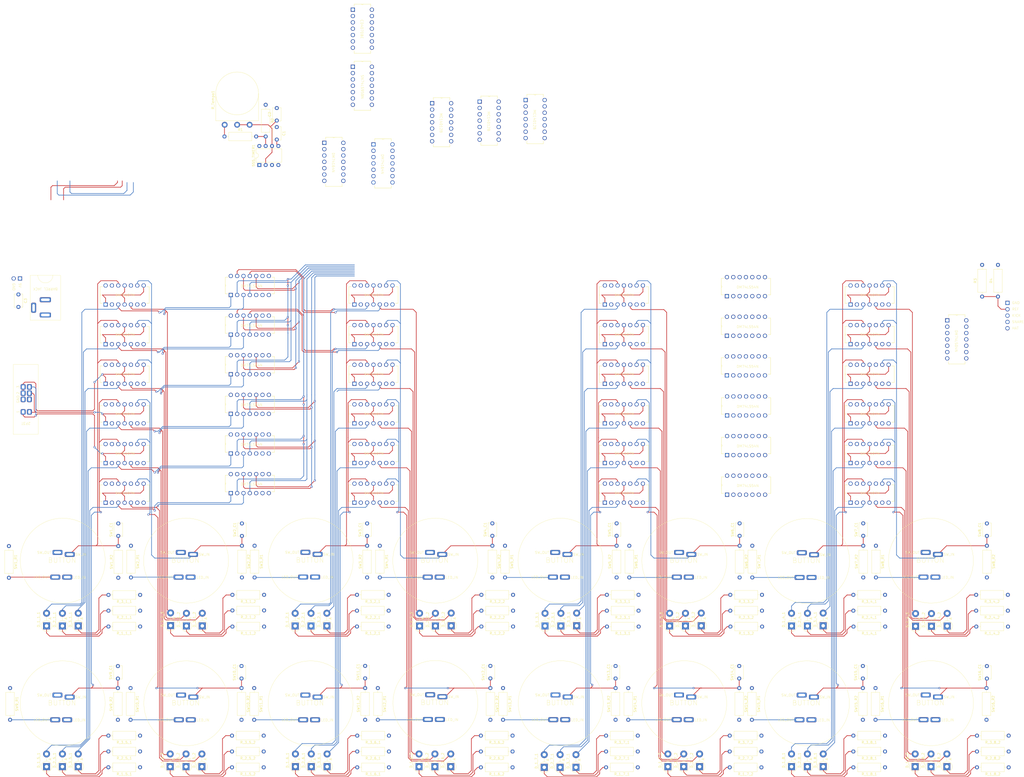
<source format=kicad_pcb>
(kicad_pcb (version 20221018) (generator pcbnew)
  (layers (0 "F.Cu" signal) (31 "B.Cu" signal) (34 "B.Paste" user) (35 "F.Paste" user) (36 "B.SilkS" user "B.Silkscreen") (37 "F.SilkS" user "F.Silkscreen") (38 "B.Mask" user) (39 "F.Mask" user) (44 "Edge.Cuts" user))
  (net 0 "")
  (net 1 "+5V")
  (net 2 "GND")
  (net 3 "Net-(555_TIMER1-THR)")
  (net 4 "Net-(555_TIMER1-Q)")
  (net 5 "Net-(555_TIMER1-CV)")
  (net 6 "Net-(555_TIMER1-DIS)")
  (net 7 "Net-(BEATS_1_1-A)")
  (net 8 "Net-(BEATS_1_1-B)")
  (net 9 "Net-(BEATS_1_1-C)")
  (net 10 "Net-(BEATS_1_1-D)")
  (net 11 "Net-(BEATS_1_1-Y)")
  (net 13 "Net-(BEATS_1_1-G)")
  (net 14 "Net-(BEATS_1_1-H)")
  (net 15 "Net-(BEATS_1_1-I)")
  (net 16 "Net-(BEATS_1_1-J)")
  (net 17 "Net-(BEATS_1_2-A)")
  (net 18 "Net-(BEATS_1_2-B)")
  (net 19 "Net-(BEATS_1_2-C)")
  (net 20 "Net-(BEATS_1_2-D)")
  (net 21 "Net-(BEATS_1_2-Y)")
  (net 23 "Net-(BEATS_1_2-G)")
  (net 24 "Net-(BEATS_1_2-H)")
  (net 25 "Net-(BEATS_1_2-I)")
  (net 26 "Net-(BEATS_1_2-J)")
  (net 27 "Net-(BEATS_1_3-A)")
  (net 28 "Net-(BEATS_1_3-B)")
  (net 29 "Net-(BEATS_1_3-C)")
  (net 30 "Net-(BEATS_1_3-D)")
  (net 31 "Net-(BEATS_1_3-Y)")
  (net 33 "Net-(BEATS_1_3-G)")
  (net 34 "Net-(BEATS_1_3-H)")
  (net 35 "Net-(BEATS_1_3-I)")
  (net 36 "Net-(BEATS_1_3-J)")
  (net 37 "Net-(BEATS_1_4-A)")
  (net 38 "Net-(BEATS_1_4-B)")
  (net 39 "Net-(BEATS_1_4-C)")
  (net 40 "Net-(BEATS_1_4-D)")
  (net 41 "Net-(BEATS_1_4-Y)")
  (net 43 "Net-(BEATS_1_4-G)")
  (net 44 "Net-(BEATS_1_4-H)")
  (net 45 "Net-(BEATS_1_4-I)")
  (net 46 "Net-(BEATS_1_4-J)")
  (net 47 "Net-(BEATS_2_1-A)")
  (net 48 "Net-(BEATS_2_1-C)")
  (net 49 "Net-(BEATS_2_1-Y)")
  (net 51 "Net-(BEATS_2_1-H)")
  (net 52 "Net-(BEATS_2_1-J)")
  (net 53 "Net-(BEATS_2_2-A)")
  (net 54 "Net-(BEATS_2_2-C)")
  (net 55 "Net-(BEATS_2_2-Y)")
  (net 57 "Net-(BEATS_2_2-H)")
  (net 58 "Net-(BEATS_2_2-J)")
  (net 59 "Net-(BEATS_2_3-A)")
  (net 60 "Net-(BEATS_2_3-C)")
  (net 61 "Net-(BEATS_2_3-Y)")
  (net 63 "Net-(BEATS_2_3-H)")
  (net 64 "Net-(BEATS_2_3-J)")
  (net 65 "Net-(BEATS_2_4-A)")
  (net 66 "Net-(BEATS_2_4-C)")
  (net 67 "Net-(BEATS_2_4-Y)")
  (net 69 "Net-(BEATS_2_4-H)")
  (net 70 "Net-(BEATS_2_4-J)")
  (net 71 "Net-(BEATS_3_1-A)")
  (net 72 "Net-(BEATS_3_1-C)")
  (net 73 "Net-(BEATS_3_1-Y)")
  (net 75 "Net-(BEATS_3_1-H)")
  (net 76 "Net-(BEATS_3_1-J)")
  (net 77 "Net-(BEATS_3_2-A)")
  (net 78 "Net-(BEATS_3_2-C)")
  (net 79 "Net-(BEATS_3_2-Y)")
  (net 81 "Net-(BEATS_3_2-H)")
  (net 82 "Net-(BEATS_3_2-J)")
  (net 83 "Net-(BEATS_3_3-A)")
  (net 84 "Net-(BEATS_3_3-C)")
  (net 85 "Net-(BEATS_3_3-Y)")
  (net 87 "Net-(BEATS_3_3-H)")
  (net 88 "Net-(BEATS_3_3-J)")
  (net 89 "Net-(BEATS_3_4-A)")
  (net 90 "Net-(BEATS_3_4-C)")
  (net 91 "Net-(BEATS_3_4-Y)")
  (net 93 "Net-(BEATS_3_4-H)")
  (net 94 "Net-(BEATS_3_4-J)")
  (net 95 "Net-(COMBINE_1-IN_2_B)")
  (net 98 "Net-(COMBINE_1-OUT_B)")
  (net 99 "Net-(COMBINE_2-IN_2_B)")
  (net 102 "Net-(COMBINE_2-OUT_B)")
  (net 103 "Net-(COMBINE_3-IN_2_B)")
  (net 106 "Net-(COMBINE_3-OUT_B)")
  (net 107 "Net-(JK_2_1-1J)")
  (net 108 "Net-(JK_3_1-1J)")
  (net 109 "Net-(JK_1_1-1J)")
  (net 110 "Net-(D_1_1_1-K)")
  (net 111 "Net-(D_1_1_2-K)")
  (net 112 "Net-(D_1_2_1-K)")
  (net 113 "Net-(D_1_2_2-K)")
  (net 114 "Net-(D_1_3_1-K)")
  (net 115 "Net-(D_1_3_2-K)")
  (net 116 "Net-(D_1_4_1-K)")
  (net 117 "Net-(D_1_4_2-K)")
  (net 118 "Net-(D_1_5_1-K)")
  (net 119 "Net-(D_1_5_2-K)")
  (net 120 "Net-(D_1_6_1-K)")
  (net 121 "Net-(D_1_6_2-K)")
  (net 122 "Net-(D_1_7_1-K)")
  (net 123 "Net-(D_1_7_2-K)")
  (net 124 "Net-(D_1_8_1-K)")
  (net 125 "Net-(D_1_8_2-K)")
  (net 126 "Net-(D_2_1_1-K)")
  (net 127 "Net-(D_2_1_2-K)")
  (net 128 "Net-(D_2_2_1-K)")
  (net 129 "Net-(D_2_2_2-K)")
  (net 130 "Net-(D_2_3_1-K)")
  (net 131 "Net-(D_2_3_2-K)")
  (net 132 "Net-(D_2_4_1-K)")
  (net 133 "Net-(D_2_4_2-K)")
  (net 134 "Net-(D_2_5_1-K)")
  (net 135 "Net-(D_2_5_2-K)")
  (net 136 "Net-(D_2_6_1-K)")
  (net 137 "Net-(D_2_6_2-K)")
  (net 138 "Net-(D_2_7_1-K)")
  (net 139 "Net-(D_2_7_2-K)")
  (net 140 "Net-(D_2_8_1-K)")
  (net 141 "Net-(D_2_8_2-K)")
  (net 142 "Net-(D_3_1_1-K)")
  (net 143 "Net-(D_3_1_2-K)")
  (net 144 "Net-(D_3_2_1-K)")
  (net 145 "Net-(D_3_2_2-K)")
  (net 146 "Net-(D_3_3_1-K)")
  (net 147 "Net-(D_3_3_2-K)")
  (net 148 "Net-(D_3_4_1-K)")
  (net 149 "Net-(D_3_4_2-K)")
  (net 150 "Net-(D_3_5_1-K)")
  (net 151 "Net-(D_3_5_2-K)")
  (net 152 "Net-(D_3_6_1-K)")
  (net 153 "Net-(D_3_6_2-K)")
  (net 154 "Net-(D_3_7_1-K)")
  (net 155 "Net-(D_3_7_2-K)")
  (net 156 "Net-(D_3_8_1-K)")
  (net 157 "Net-(D_3_8_2-K)")
  (net 158 "Net-(INVERT1-Y1)")
  (net 159 "Net-(INVERT1-Y2)")
  (net 160 "Net-(INVERT1-Y3)")
  (net 169 "Net-(JK_1_1-2CLK)")
  (net 170 "Net-(JK_1_1-1CLK)")
  (net 173 "Net-(JK_1_2-2CLK)")
  (net 174 "Net-(JK_1_2-1CLK)")
  (net 177 "Net-(JK_1_3-2CLK)")
  (net 178 "Net-(JK_1_3-1CLK)")
  (net 181 "Net-(JK_1_4-2CLK)")
  (net 182 "Net-(JK_1_4-1CLK)")
  (net 185 "Net-(JK_1_5-2CLK)")
  (net 186 "Net-(JK_1_5-1CLK)")
  (net 189 "Net-(JK_1_6-2CLK)")
  (net 190 "Net-(JK_1_6-1CLK)")
  (net 193 "Net-(JK_1_7-2CLK)")
  (net 194 "Net-(JK_1_7-1CLK)")
  (net 197 "Net-(JK_1_8-2CLK)")
  (net 198 "Net-(JK_1_8-1CLK)")
  (net 238 "Net-(ONE_SHOT1-Q_B)")
  (net 239 "Net-(ONE_SHOT1-Q_A)")
  (net 240 "Net-(OUT_PINS1-Pin_2)")
  (net 241 "Net-(R1-Pad1)")
  (net 242 "Net-(SHIFT_1-A)")
  (net 243 "Net-(SHIFT_2-A)")
  (net 244 "Net-(SW1-Pad4)")
  (net 245 "Net-(SW2-Pad4)")
  (net 246 "Net-(SW3-Pad4)")
  (net 247 "Net-(SW4-Pad4)")
  (net 248 "Net-(SW5-Pad4)")
  (net 249 "Net-(SW6-Pad4)")
  (net 250 "Net-(SW7-Pad4)")
  (net 251 "Net-(SW8-Pad4)")
  (net 252 "Net-(SW9-Pad4)")
  (net 253 "Net-(SW10-Pad4)")
  (net 254 "Net-(SW11-Pad4)")
  (net 255 "Net-(SW12-Pad4)")
  (net 256 "Net-(SW13-Pad4)")
  (net 257 "Net-(SW14-Pad4)")
  (net 258 "Net-(SW15-Pad4)")
  (net 259 "Net-(SW16-Pad4)")
  (net 263 "Net-(XOR1-G)")
  (footprint "OUTPUT_PINS_2:OUTPUT_PINS_2" (layer "F.Cu") (at 111.8362 98.033 -90)
    (fp_text reference "ALT_POWER1")
    (fp_text value "Conn_01x02_Pin" hide)
  )
  (footprint "Resistor_THT:R_Axial_DIN0309_L9.0mm_D3.2mm_P12.70mm_Horizontal" (layer "F.Cu") (at 309.9308 224.256051 180)
    (fp_text reference "R_3_2_2")
    (fp_text value "R")
  )
  (footprint "DM74LS54N:DM74LS54N" (layer "F.Cu") (at 203.25369 132.88675 90)
    (fp_text reference "BEATS_3_1")
    (fp_text value "DM74LS54N" hide)
  )
  (footprint "Resistor_THT:R_Axial_DIN0309_L9.0mm_D3.2mm_P12.70mm_Horizontal" (layer "F.Cu") (at 359.89 293.37 180)
    (fp_text reference "R_1_7_1")
    (fp_text value "R")
  )
  (footprint "Diode_THT:D_5W_P5.08mm_Vertical_AnodeUp" (layer "F.Cu") (at 378.305 293.090051 90)
    (fp_text reference "D_2_7_2")
    (fp_text value "LED")
  )
  (footprint "Resistor_THT:R_Axial_DIN0309_L9.0mm_D3.2mm_P12.70mm_Horizontal" (layer "F.Cu") (at 508.1524 230.6066 180)
    (fp_text reference "R_2_4_2")
    (fp_text value "R")
  )
  (footprint "SN74107N:SN74107N" (layer "F.Cu") (at 354.965 104.1146 90)
    (fp_text reference "JK_1_3")
    (fp_text value "SN74107N" hide)
  )
  (footprint "Resistor_THT:R_Axial_DIN0309_L9.0mm_D3.2mm_P12.70mm_Horizontal" (layer "F.Cu") (at 210.185 236.982 180)
    (fp_text reference "R_1_1_2")
    (fp_text value "R")
  )
  (footprint "Resistor_THT:R_Axial_DIN0309_L9.0mm_D3.2mm_P12.70mm_Horizontal" (layer "F.Cu") (at 210.03 280.67 180)
    (fp_text reference "R_3_5_2")
    (fp_text value "R")
  )
  (footprint "Diode_THT:D_5W_P5.08mm_Vertical_AnodeUp" (layer "F.Cu") (at 427.835 293.090051 90)
    (fp_text reference "D_2_8_1")
    (fp_text value "LED")
  )
  (footprint "Resistor_THT:R_Axial_DIN0309_L9.0mm_D3.2mm_P12.70mm_Horizontal" (layer "F.Cu") (at 360.1974 224.256051 180)
    (fp_text reference "R_3_3_1")
    (fp_text value "R")
  )
  (footprint "Diode_THT:D_5W_P5.08mm_Vertical_AnodeUp" (layer "F.Cu") (at 483.715 293.090051 90)
    (fp_text reference "D_3_8_2")
    (fp_text value "LED")
  )
  (footprint "CD4070BE:CD4070BE" (layer "F.Cu") (at 249.38325 -2.48631)
    (fp_text reference "XOR1")
    (fp_text value "~" hide)
  )
  (footprint "ARCADE_BUTTON:ARCADE_BUTTON" (layer "F.Cu") (at 278.805 267.587)
    (fp_text reference "SW12")
    (fp_text value "~" hide)
  )
  (footprint "Capacitor_THT:C_Disc_D5.1mm_W3.2mm_P5.00mm" (layer "F.Cu") (at 250.67 257.73 90)
    (fp_text reference "SW11_C1")
    (fp_text value "C")
  )
  (footprint "Diode_THT:D_5W_P5.08mm_Vertical_AnodeUp" (layer "F.Cu") (at 123.035 236.702051 90)
    (fp_text reference "D_1_1_1")
    (fp_text value "LED")
  )
  (footprint "MC14012B:MC14012B" (layer "F.Cu") (at 281.13325 34.97869)
    (fp_text reference "COMBINE_1")
    (fp_text value "~" hide)
  )
  (footprint "Resistor_THT:R_Axial_DIN0309_L9.0mm_D3.2mm_P12.70mm_Horizontal" (layer "F.Cu") (at 458.95 287.02 180)
    (fp_text reference "R_2_8_1")
    (fp_text value "R")
  )
  (footprint "DM74LS54N:DM74LS54N" (layer "F.Cu") (at 402.00869 101.6 90)
    (fp_text reference "BEATS_1_2")
    (fp_text value "DM74LS54N" hide)
  )
  (footprint "SN74107N:SN74107N" (layer "F.Cu") (at 154.94 183.515 90)
    (fp_text reference "JK_3_5")
    (fp_text value "SN74107N" hide)
  )
  (footprint "Resistor_THT:R_Axial_DIN0309_L9.0mm_D3.2mm_P12.70mm_Horizontal" (layer "F.Cu") (at 156.69 261.62 -90)
    (fp_text reference "SW10_R1")
    (fp_text value "R")
  )
  (footprint "DM74LS54N:DM74LS54N" (layer "F.Cu") (at 203.25369 164.63675 90)
    (fp_text reference "BEATS_2_3")
    (fp_text value "DM74LS54N" hide)
  )
  (footprint "Resistor_THT:R_Axial_DIN0309_L9.0mm_D3.2mm_P12.70mm_Horizontal" (layer "F.Cu") (at 107.95 204.724 -90)
    (fp_text reference "SW1_R1")
    (fp_text value "R")
  )
  (footprint "Diode_THT:D_5W_P5.08mm_Vertical_AnodeUp" (layer "F.Cu") (at 172.565 293.090051 90)
    (fp_text reference "D_1_5_2")
    (fp_text value "LED")
  )
  (footprint "SN74107N:SN74107N" (layer "F.Cu") (at 154.94 151.7396 90)
    (fp_text reference "JK_1_5")
    (fp_text value "SN74107N" hide)
  )
  (footprint "Capacitor_THT:C_Disc_D5.1mm_W3.2mm_P5.00mm" (layer "F.Cu") (at 251.46 200.66 90)
    (fp_text reference "SW3_C1")
    (fp_text value "C")
  )
  (footprint "Resistor_THT:R_Axial_DIN0309_L9.0mm_D3.2mm_P12.70mm_Horizontal" (layer "F.Cu") (at 160.528 236.956051 180)
    (fp_text reference "R_1_1_1")
    (fp_text value "R")
  )
  (footprint "Diode_THT:D_5W_P5.08mm_Vertical_AnodeUp" (layer "F.Cu") (at 384.655 293.090051 90)
    (fp_text reference "D_3_7_2")
    (fp_text value "LED")
  )
  (footprint "DM74164N:DM74164N" (layer "F.Cu") (at 237.95325 51.48869)
    (fp_text reference "SHIFT_2")
    (fp_text value "~" hide)
  )
  (footprint "Resistor_THT:R_Axial_DIN0309_L9.0mm_D3.2mm_P12.70mm_Horizontal" (layer "F.Cu") (at 309.9308 236.956051 180)
    (fp_text reference "R_1_2_2")
    (fp_text value "R")
  )
  (footprint "Capacitor_THT:C_Disc_D5.1mm_W3.2mm_P5.00mm" (layer "F.Cu") (at 151.61 257.81 90)
    (fp_text reference "SW9_C1")
    (fp_text value "C")
  )
  (footprint "Capacitor_THT:C_Disc_D5.1mm_W3.2mm_P5.00mm" (layer "F.Cu") (at 300.835 257.73 90)
    (fp_text reference "SW12_C1")
    (fp_text value "C")
  )
  (footprint "SN74107N:SN74107N" (layer "F.Cu") (at 453.39 119.9896 90)
    (fp_text reference "JK_2_4")
    (fp_text value "SN74107N" hide)
  )
  (footprint "Diode_THT:D_5W_P5.08mm_Vertical_AnodeUp" (layer "F.Cu") (at 322.7324 236.727451 90)
    (fp_text reference "D_1_3_1")
    (fp_text value "LED")
  )
  (footprint "Diode_THT:D_5W_P5.08mm_Vertical_AnodeUp" (layer "F.Cu") (at 172.72 236.575051 90)
    (fp_text reference "D_1_1_2")
    (fp_text value "LED")
  )
  (footprint "SN74107N:SN74107N" (layer "F.Cu") (at 354.965 167.6146 90)
    (fp_text reference "JK_2_7")
    (fp_text value "SN74107N" hide)
  )
  (footprint "Diode_THT:D_5W_P5.08mm_Vertical_AnodeUp" (layer "F.Cu") (at 421.4876 236.727451 90)
    (fp_text reference "D_1_4_1")
    (fp_text value "LED")
  )
  (footprint "Resistor_THT:R_Axial_DIN0309_L9.0mm_D3.2mm_P12.70mm_Horizontal" (layer "F.Cu") (at 508.48 293.37 180)
    (fp_text reference "R_1_8_2")
    (fp_text value "R")
  )
  (footprint "Diode_THT:D_5W_P5.08mm_Vertical_AnodeUp" (layer "F.Cu") (at 471.015 293.090051 90)
    (fp_text reference "D_1_8_2")
    (fp_text value "LED")
  )
  (footprint "Diode_THT:D_5W_P5.08mm_Vertical_AnodeUp" (layer "F.Cu") (at 378.9934 236.727451 90)
    (fp_text reference "D_2_3_2")
    (fp_text value "LED")
  )
  (footprint "Diode_THT:D_5W_P5.08mm_Vertical_AnodeUp" (layer "F.Cu") (at 335.407 236.651251 90)
    (fp_text reference "D_3_3_1")
    (fp_text value "LED")
  )
  (footprint "Resistor_THT:R_Axial_DIN0309_L9.0mm_D3.2mm_P12.70mm_Horizontal" (layer "F.Cu") (at 504.19 104.775 90)
    (fp_text reference "R4")
    (fp_text value "100K")
  )
  (footprint "SN74107N:SN74107N" (layer "F.Cu") (at 254.635 119.9896 90)
    (fp_text reference "JK_2_2")
    (fp_text value "SN74107N" hide)
  )
  (footprint "Resistor_THT:R_Axial_DIN0309_L9.0mm_D3.2mm_P12.70mm_Horizontal" (layer "F.Cu") (at 508.48 280.67 180)
    (fp_text reference "R_3_8_2")
    (fp_text value "R")
  )
  (footprint "Resistor_THT:R_Axial_DIN0309_L9.0mm_D3.2mm_P12.70mm_Horizontal" (layer "F.Cu") (at 409.6512 230.606051 180)
    (fp_text reference "R_2_3_2")
    (fp_text value "R")
  )
  (footprint "Resistor_THT:R_Axial_DIN0309_L9.0mm_D3.2mm_P12.70mm_Horizontal" (layer "F.Cu") (at 359.89 280.67 180)
    (fp_text reference "R_3_7_1")
    (fp_text value "R")
  )
  (footprint "Resistor_THT:R_Axial_DIN0309_L9.0mm_D3.2mm_P12.70mm_Horizontal" (layer "F.Cu") (at 508.2032 236.982549 180)
    (fp_text reference "R_1_4_2")
    (fp_text value "R")
  )
  (footprint "ARCADE_BUTTON:ARCADE_BUTTON" (layer "F.Cu") (at 328.908 210.57)
    (fp_text reference "SW5")
    (fp_text value "~" hide)
  )
  (footprint "Resistor_THT:R_Axial_DIN0309_L9.0mm_D3.2mm_P12.70mm_Horizontal" (layer "F.Cu") (at 356.489 204.597 -90)
    (fp_text reference "SW6_R1")
    (fp_text value "R")
  )
  (footprint "Resistor_THT:R_Axial_DIN0309_L9.0mm_D3.2mm_P12.70mm_Horizontal" (layer "F.Cu") (at 260.195 293.37 180)
    (fp_text reference "R_1_6_1")
    (fp_text value "R")
  )
  (footprint "DM74LS54N:DM74LS54N" (layer "F.Cu") (at 402.00869 117.475 90)
    (fp_text reference "BEATS_2_2")
    (fp_text value "DM74LS54N" hide)
  )
  (footprint "DM74LS54N:DM74LS54N" (layer "F.Cu") (at 203.25369 117.01175 90)
    (fp_text reference "BEATS_2_1")
    (fp_text value "DM74LS54N" hide)
  )
  (footprint "DM74LS54N:DM74LS54N" (layer "F.Cu") (at 203.25369 148.76175 90)
    (fp_text reference "BEATS_1_3")
    (fp_text value "DM74LS54N" hide)
  )
  (footprint "SN74107N:SN74107N" (layer "F.Cu") (at 254.635 151.7396 90)
    (fp_text reference "JK_1_6")
    (fp_text value "SN74107N" hide)
  )
  (footprint "ARCADE_BUTTON:ARCADE_BUTTON" (layer "F.Cu") (at 278.743 210.57)
    (fp_text reference "SW4")
    (fp_text value "~" hide)
  )
  (footprint "Resistor_THT:R_Axial_DIN0309_L9.0mm_D3.2mm_P12.70mm_Horizontal" (layer "F.Cu") (at 301.625 204.597 -90)
    (fp_text reference "SW4_R2")
    (fp_text value "R")
  )
  (footprint "DM74LS04N:DM74LS04N" (layer "F.Cu") (at 487.50825 122.60869)
    (fp_text reference "INVERT1")
    (fp_text value "~" hide)
  )
  (footprint "GANGED_SWITCH:GANGED_SWITCH" (layer "F.Cu") (at 115.165 145.97 90)
    (fp_text reference "DISABLER1")
    (fp_text value "GANGED_SW_SP3T" hide)
  )
  (footprint "SN74107N:SN74107N" (layer "F.Cu") (at 154.94 120.015 90)
    (fp_text reference "JK_2_1")
    (fp_text value "SN74107N" hide)
  )
  (footprint "Diode_THT:D_5W_P5.08mm_Vertical_AnodeUp" (layer "F.Cu") (at 129.385 236.727451 90)
    (fp_text reference "D_2_1_1")
    (fp_text value "LED")
  )
  (footprint "Capacitor_THT:C_Disc_D5.1mm_W3.2mm_P5.00mm" (layer "F.Cu") (at 201.295 200.66 90)
    (fp_text reference "SW2_C1")
    (fp_text value "C")
  )
  (footprint "Resistor_THT:R_Axial_DIN0309_L9.0mm_D3.2mm_P12.70mm_Horizontal" (layer "F.Cu") (at 206.22 261.62 -90)
    (fp_text reference "SW11_R1")
    (fp_text value "R")
  )
  (footprint "Resistor_THT:R_Axial_DIN0309_L9.0mm_D3.2mm_P12.70mm_Horizontal" (layer "F.Cu") (at 210.185 230.505 180)
    (fp_text reference "R_2_1_2")
    (fp_text value "R")
  )
  (footprint "SN74107N:SN74107N" (layer "F.Cu") (at 453.39 167.6146 90)
    (fp_text reference "JK_2_8")
    (fp_text value "SN74107N" hide)
  )
  (footprint "Diode_THT:D_5W_P5.08mm_Vertical_AnodeUp" (layer "F.Cu") (at 272.4658 236.727451 90)
    (fp_text reference "D_1_2_2")
    (fp_text value "LED")
  )
  (footprint "Diode_THT:D_5W_P5.08mm_Vertical_AnodeUp" (layer "F.Cu") (at 228.981 236.727451 90)
    (fp_text reference "D_2_2_1")
    (fp_text value "LED")
  )
  (footprint "SN74107N:SN74107N" (layer "F.Cu") (at 254.635 135.8646 90)
    (fp_text reference "JK_3_2")
    (fp_text value "SN74107N" hide)
  )
  (footprint "Resistor_THT:R_Axial_DIN0309_L9.0mm_D3.2mm_P12.70mm_Horizontal" (layer "F.Cu") (at 201.14 261.62 -90)
    (fp_text reference "SW10_R2")
    (fp_text value "R")
  )
  (footprint "Resistor_THT:R_Axial_DIN0309_L9.0mm_D3.2mm_P12.70mm_Horizontal" (layer "F.Cu") (at 260.195 287.02 180)
    (fp_text reference "R_2_6_1")
    (fp_text value "R")
  )
  (footprint "Capacitor_THT:C_Disc_D5.1mm_W3.2mm_P5.00mm" (layer "F.Cu") (at 215.265 34.25 90)
    (fp_text reference "C2")
    (fp_text value "C")
  )
  (footprint "ARCADE_BUTTON:ARCADE_BUTTON" (layer "F.Cu") (at 179.02 267.72)
    (fp_text reference "SW10")
    (fp_text value "~" hide)
  )
  (footprint "Resistor_THT:R_Axial_DIN0309_L9.0mm_D3.2mm_P12.70mm_Horizontal" (layer "F.Cu") (at 450.215 217.297 90)
    (fp_text reference "SW7_R2")
    (fp_text value "R")
  )
  (footprint "Resistor_THT:R_Axial_DIN0309_L9.0mm_D3.2mm_P12.70mm_Horizontal" (layer "F.Cu") (at 210.03 287.02 180)
    (fp_text reference "R_2_5_2")
    (fp_text value "R")
  )
  (footprint "ARCADE_BUTTON:ARCADE_BUTTON" (layer "F.Cu") (at 427.66 267.72)
    (fp_text reference "SW15")
    (fp_text value "~" hide)
  )
  (footprint "Resistor_THT:R_Axial_DIN0309_L9.0mm_D3.2mm_P12.70mm_Horizontal" (layer "F.Cu") (at 458.9526 230.606051 180)
    (fp_text reference "R_2_4_1")
    (fp_text value "R")
  )
  (footprint "Diode_THT:D_5W_P5.08mm_Vertical_AnodeUp" (layer "F.Cu") (at 284.96 293.090051 90)
    (fp_text reference "D_3_6_2")
    (fp_text value "LED")
  )
  (footprint "Resistor_THT:R_Axial_DIN0309_L9.0mm_D3.2mm_P12.70mm_Horizontal" (layer "F.Cu") (at 459.0034 236.982 180)
    (fp_text reference "R_1_4_1")
    (fp_text value "R")
  )
  (footprint "Resistor_THT:R_Axial_DIN0309_L9.0mm_D3.2mm_P12.70mm_Horizontal" (layer "F.Cu") (at 160.528 224.282 180)
    (fp_text reference "R_3_1_1")
    (fp_text value "R")
  )
  (footprint "Resistor_THT:R_Axial_DIN0309_L9.0mm_D3.2mm_P12.70mm_Horizontal" (layer "F.Cu") (at 458.95 280.67 180)
    (fp_text reference "R_3_8_1")
    (fp_text value "R")
  )
  (footprint "Diode_THT:D_5W_P5.08mm_Vertical_AnodeUp" (layer "F.Cu") (at 322.425 293.37 90)
    (fp_text reference "D_1_7_1")
    (fp_text value "LED")
  )
  (footprint "SN74LS95BN:SN74LS95BN" (layer "F.Cu") (at 249.5804 20.32)
    (fp_text reference "ONE_SHOT1")
    (fp_text value "~" hide)
  )
  (footprint "Capacitor_THT:C_Disc_D5.1mm_W3.2mm_P5.00mm" (layer "F.Cu") (at 351 257.77 90)
    (fp_text reference "SW13_C1")
    (fp_text value "C")
  )
  (footprint "Resistor_THT:R_Axial_DIN0309_L9.0mm_D3.2mm_P12.70mm_Horizontal" (layer "F.Cu") (at 210.185 224.256051 180)
    (fp_text reference "R_3_1_2")
    (fp_text value "R")
  )
  (footprint "Resistor_THT:R_Axial_DIN0309_L9.0mm_D3.2mm_P12.70mm_Horizontal" (layer "F.Cu") (at 458.95 293.37 180)
    (fp_text reference "R_1_8_1")
    (fp_text value "R")
  )
  (footprint "Diode_THT:D_5W_P5.08mm_Vertical_AnodeUp" (layer "F.Cu") (at 235.331 236.702051 90)
    (fp_text reference "D_3_2_1")
    (fp_text value "LED")
  )
  (footprint "Resistor_THT:R_Axial_DIN0309_L9.0mm_D3.2mm_P12.70mm_Horizontal" (layer "F.Cu") (at 497.84 104.775 90)
    (fp_text reference "R3")
    (fp_text value "1M")
  )
  (footprint "Resistor_THT:R_Axial_DIN0309_L9.0mm_D3.2mm_P12.70mm_Horizontal" (layer "F.Cu") (at 360.2482 236.982 180)
    (fp_text reference "R_1_3_1")
    (fp_text value "R")
  )
  (footprint "Resistor_THT:R_Axial_DIN0309_L9.0mm_D3.2mm_P12.70mm_Horizontal" (layer "F.Cu") (at 309.725 287.02 180)
    (fp_text reference "R_2_6_2")
    (fp_text value "R")
  )
  (footprint "Capacitor_THT:C_Disc_D5.1mm_W3.2mm_P5.00mm" (layer "F.Cu") (at 400.53 257.77 90)
    (fp_text reference "SW14_C1")
    (fp_text value "C")
  )
  (footprint "Diode_THT:D_5W_P5.08mm_Vertical_AnodeUp" (layer "F.Cu") (at 421.485 293.090051 90)
    (fp_text reference "D_1_8_1")
    (fp_text value "LED")
  )
  (footprint "ARCADE_BUTTON:ARCADE_BUTTON" (layer "F.Cu") (at 228.832 210.526)
    (fp_text reference "SW3")
    (fp_text value "~" hide)
  )
  (footprint "Resistor_THT:R_Axial_DIN0309_L9.0mm_D3.2mm_P12.70mm_Horizontal" (layer "F.Cu") (at 409.6512 224.256051 180)
    (fp_text reference "R_3_3_2")
    (fp_text value "R")
  )
  (footprint "DM74LS54N:DM74LS54N" (layer "F.Cu") (at 203.25369 101.13675 90)
    (fp_text reference "BEATS_1_1")
    (fp_text value "DM74LS54N" hide)
  )
  (footprint "Diode_THT:D_5W_P5.08mm_Vertical_AnodeUp" (layer "F.Cu") (at 229.08 293.090051 90)
    (fp_text reference "D_2_6_1")
    (fp_text value "LED")
  )
  (footprint "Capacitor_THT:C_Disc_D5.1mm_W3.2mm_P5.00mm" (layer "F.Cu") (at 201.14 257.77 90)
    (fp_text reference "SW10_C1")
    (fp_text value "C")
  )
  (footprint "SN74107N:SN74107N" (layer "F.Cu") (at 354.965 151.7396 90)
    (fp_text reference "JK_1_7")
    (fp_text value "SN74107N" hide)
  )
  (footprint "Resistor_THT:R_Axial_DIN0309_L9.0mm_D3.2mm_P12.70mm_Horizontal" (layer "F.Cu") (at 409.42 293.37 180)
    (fp_text reference "R_1_7_2")
    (fp_text value "R")
  )
  (footprint "Diode_THT:D_5W_P5.08mm_Vertical_AnodeUp" (layer "F.Cu") (at 477.365 293.090051 90)
    (fp_text reference "D_2_8_2")
    (fp_text value "LED")
  )
  (footprint "Diode_THT:D_5W_P5.08mm_Vertical_AnodeUp" (layer "F.Cu") (at 434.1622 236.651251 90)
    (fp_text reference "D_3_4_1")
    (fp_text value "LED")
  )
  (footprint "DM74164N:DM74164N" (layer "F.Cu") (at 257.63825 52.12369)
    (fp_text reference "SHIFT_1")
    (fp_text value "~" hide)
  )
  (footprint "Resistor_THT:R_Axial_DIN0309_L9.0mm_D3.2mm_P12.70mm_Horizontal" (layer "F.Cu") (at 450.06 274.32 90)
    (fp_text reference "SW15_R2")
    (fp_text value "R")
  )
  (footprint "Resistor_THT:R_Axial_DIN0309_L9.0mm_D3.2mm_P12.70mm_Horizontal" (layer "F.Cu") (at 201.295 204.597 -90)
    (fp_text reference "SW2_R2")
    (fp_text value "R")
  )
  (footprint "DM74LS54N:DM74LS54N" (layer "F.Cu") (at 402.06238 181.14675 90)
    (fp_text reference "BEATS_3_4")
    (fp_text value "DM74LS54N" hide)
  )
  (footprint "Diode_THT:D_5W_P5.08mm_Vertical_AnodeUp" (layer "F.Cu") (at 123.035 293.090051 90)
    (fp_text reference "D_1_5_1")
    (fp_text value "LED")
  )
  (footprint "BARREL_JACK:BARREL_JACK" (layer "F.Cu") (at 122.555 105.145 180)
    (fp_text reference "5V_POWER1")
    (fp_text value "Barrel_Jack_Switch" hide)
  )
  (footprint "Diode_THT:D_5W_P5.08mm_Vertical_AnodeUp" (layer "F.Cu") (at 434.185 293.090051 90)
    (fp_text reference "D_3_8_1")
    (fp_text value "LED")
  )
  (footprint "Resistor_THT:R_Axial_DIN0309_L9.0mm_D3.2mm_P12.70mm_Horizontal" (layer "F.Cu") (at 360.1974 230.606051 180)
    (fp_text reference "R_2_3_1")
    (fp_text value "R")
  )
  (footprint "Resistor_THT:R_Axial_DIN0309_L9.0mm_D3.2mm_P12.70mm_Horizontal" (layer "F.Cu") (at 260.096 224.256051 180)
    (fp_text reference "R_3_2_1")
    (fp_text value "R")
  )
  (footprint "Diode_THT:D_5W_P5.08mm_Vertical_AnodeUp" (layer "F.Cu") (at 477.5454 236.843398 90)
    (fp_text reference "D_2_4_2")
    (fp_text value "LED")
  )
  (footprint "Diode_THT:D_5W_P5.08mm_Vertical_AnodeUp" (layer "F.Cu") (at 371.955 293.090051 90)
    (fp_text reference "D_1_7_2")
    (fp_text value "LED")
  )
  (footprint "Resistor_THT:R_Axial_DIN0309_L9.0mm_D3.2mm_P12.70mm_Horizontal" (layer "F.Cu") (at 499.745 204.597 -90)
    (fp_text reference "SW8_R2")
    (fp_text value "R")
  )
  (footprint "Resistor_THT:R_Axial_DIN0309_L9.0mm_D3.2mm_P12.70mm_Horizontal" (layer "F.Cu") (at 356.08 261.62 -90)
    (fp_text reference "SW14_R1")
    (fp_text value "R")
  )
  (footprint "Resistor_THT:R_Axial_DIN0309_L9.0mm_D3.2mm_P12.70mm_Horizontal" (layer "F.Cu") (at 405.765 204.597 -90)
    (fp_text reference "SW7_R1")
    (fp_text value "R")
  )
  (footprint "ARCADE_BUTTON:ARCADE_BUTTON" (layer "F.Cu") (at 378.5 267.676)
    (fp_text reference "SW14")
    (fp_text value "~" hide)
  )
  (footprint "Diode_THT:D_5W_P5.08mm_Vertical_AnodeUp" (layer "F.Cu") (at 483.8446 236.766649 90)
    (fp_text reference "D_3_4_2")
    (fp_text value "LED")
  )
  (footprint "Resistor_THT:R_Axial_DIN0309_L9.0mm_D3.2mm_P12.70mm_Horizontal" (layer "F.Cu") (at 255.75 261.62 -90)
    (fp_text reference "SW12_R1")
    (fp_text value "R")
  )
  (footprint "Resistor_THT:R_Axial_DIN0309_L9.0mm_D3.2mm_P12.70mm_Horizontal" (layer "F.Cu") (at 409.42 287.02 180)
    (fp_text reference "R_2_7_2")
    (fp_text value "R")
  )
  (footprint "Capacitor_THT:C_Disc_D5.1mm_W3.2mm_P5.00mm" (layer "F.Cu") (at 151.765 200.66 90)
    (fp_text reference "SW1_C1")
    (fp_text value "C")
  )
  (footprint "Capacitor_THT:C_Disc_D5.1mm_W3.2mm_P5.00mm" (layer "F.Cu") (at 301.625 200.62 90)
    (fp_text reference "SW4_C1")
    (fp_text value "C")
  )
  (footprint "Capacitor_THT:C_Disc_D5.1mm_W3.2mm_P5.00mm" (layer "F.Cu") (at 215.265 36.87 -90)
    (fp_text reference "C1")
    (fp_text value "C")
  )
  (footprint "Resistor_THT:R_Axial_DIN0309_L9.0mm_D3.2mm_P12.70mm_Horizontal" (layer "F.Cu") (at 400.53 261.62 -90)
    (fp_text reference "SW14_R2")
    (fp_text value "R")
  )
  (footprint "Resistor_THT:R_Axial_DIN0309_L9.0mm_D3.2mm_P12.70mm_Horizontal" (layer "F.Cu") (at 455.295 204.597 -90)
    (fp_text reference "SW8_R1")
    (fp_text value "R")
  )
  (footprint "Diode_THT:D_5W_P5.08mm_Vertical_AnodeUp" (layer "F.Cu") (at 335.125 293.37 90)
    (fp_text reference "D_3_7_1")
    (fp_text value "LED")
  )
  (footprint "Resistor_THT:R_Axial_DIN0309_L9.0mm_D3.2mm_P12.70mm_Horizontal" (layer "F.Cu") (at 409.42 280.67 180)
    (fp_text reference "R_3_7_2")
    (fp_text value "R")
  )
  (footprint "Diode_THT:D_5W_P5.08mm_Vertical_AnodeUp" (layer "F.Cu") (at 185.42 236.702051 90)
    (fp_text reference "D_3_1_2")
    (fp_text value "LED")
  )
  (footprint "Diode_THT:D_5W_P5.08mm_Vertical_AnodeUp" (layer "F.Cu") (at 179.07 236.727451 90)
    (fp_text reference "D_2_1_2")
    (fp_text value "LED")
  )
  (footprint "Diode_THT:D_5W_P5.08mm_Vertical_AnodeUp" (layer "F.Cu") (at 235.43 293.090051 90)
    (fp_text reference "D_3_6_1")
    (fp_text value "LED")
  )
  (footprint "Diode_THT:D_5W_P5.08mm_Vertical_AnodeUp" (layer "F.Cu") (at 278.61 293.090051 90)
    (fp_text reference "D_2_6_2")
    (fp_text value "LED")
  )
  (footprint "SN74107N:SN74107N" (layer "F.Cu") (at 354.965 135.8646 90)
    (fp_text reference "JK_3_3")
    (fp_text value "SN74107N" hide)
  )
  (footprint "Resistor_THT:R_Axial_DIN0309_L9.0mm_D3.2mm_P12.70mm_Horizontal" (layer "F.Cu") (at 151.61 274.32 90)
    (fp_text reference "SW9_R2")
    (fp_text value "R")
  )
  (footprint "Resistor_THT:R_Axial_DIN0309_L9.0mm_D3.2mm_P12.70mm_Horizontal" (layer "F.Cu") (at 108.43 261.62 -90)
    (fp_text reference "SW9_R1")
    (fp_text value "R")
  )
  (footprint "SN74107N:SN74107N" (layer "F.Cu") (at 453.39 104.1146 90)
    (fp_text reference "JK_1_4")
    (fp_text value "SN74107N" hide)
  )
  (footprint "MC14012B:MC14012B" (layer "F.Cu") (at 318.59825 33.70869)
    (fp_text reference "COMBINE_3")
    (fp_text value "~" hide)
  )
  (footprint "Resistor_THT:R_Axial_DIN0309_L9.0mm_D3.2mm_P12.70mm_Horizontal" (layer "F.Cu") (at 206.375 204.597 -90)
    (fp_text reference "SW3_R1")
    (fp_text value "R")
  )
  (footprint "Resistor_THT:R_Axial_DIN0309_L9.0mm_D3.2mm_P12.70mm_Horizontal" (layer "F.Cu") (at 256.54 204.597 -90)
    (fp_text reference "SW4_R1")
    (fp_text value "R")
  )
  (footprint "Diode_THT:D_5W_P5.08mm_Vertical_AnodeUp" (layer "F.Cu") (at 222.631 236.727451 90)
    (fp_text reference "D_1_2_1")
    (fp_text value "LED")
  )
  (footprint "Resistor_THT:R_Axial_DIN0309_L9.0mm_D3.2mm_P12.70mm_Horizontal" (layer "F.Cu") (at 160.528 230.606051 180)
    (fp_text reference "R_2_1_1")
    (fp_text value "R")
  )
  (footprint "Resistor_THT:R_Axial_DIN0309_L9.0mm_D3.2mm_P12.70mm_Horizontal" (layer "F.Cu") (at 160.5 293.345 180)
    (fp_text reference "R_1_5_1")
    (fp_text value "R")
  )
  (footprint "MC14012B:MC14012B" (layer "F.Cu") (at 300.18325 34.34369)
    (fp_text reference "COMBINE_2")
    (fp_text value "~" hide)
  )
  (footprint "Diode_THT:D_5W_P5.08mm_Vertical_AnodeUp" (layer "F.Cu") (at 329.0824 236.727451 90)
    (fp_text reference "D_2_3_1")
    (fp_text value "LED")
  )
  (footprint "Resistor_THT:R_Axial_DIN0309_L9.0mm_D3.2mm_P12.70mm_Horizontal" (layer "F.Cu") (at 499.59 261.62 -90)
    (fp_text reference "SW16_R2")
    (fp_text value "R")
  )
  (footprint "ARCADE_BUTTON:ARCADE_BUTTON" (layer "F.Cu") (at 329.02 267.67)
    (fp_text reference "SW13")
    (fp_text value "~" hide)
  )
  (footprint "Package_DIP:DIP-8_W7.62mm" (layer "F.Cu") (at 208.28 52.07 90)
    (fp_text reference "555_TIMER1")
    (fp_text value "LM555CN")
  )
  (footprint "Resistor_THT:R_Axial_DIN0309_L9.0mm_D3.2mm_P12.70mm_Horizontal" (layer "F.Cu") (at 458.9526 224.256051 180)
    (fp_text reference "R_3_4_1")
    (fp_text value "R")
  )
  (footprint "Resistor_THT:R_Axial_DIN0309_L9.0mm_D3.2mm_P12.70mm_Horizontal" (layer "F.Cu") (at 160.5 280.67 180)
    (fp_text reference "R_3_5_1")
    (fp_text value "R")
  )
  (footprint "SN74107N:SN74107N" (layer "F.Cu") (at 154.94 167.64 90)
    (fp_text reference "JK_2_5")
    (fp_text value "SN74107N" hide)
  )
  (footprint "SN74107N:SN74107N" (layer "F.Cu") (at 453.39 183.4896 90)
    (fp_text reference "JK_3_8")
    (fp_text value "SN74107N" hide)
  )
  (footprint "Capacitor_THT:C_Disc_D5.1mm_W3.2mm_P5.00mm" (layer "F.Cu") (at 499.745 200.66 90)
    (fp_text reference "SW8_C1")
    (fp_text value "C")
  )
  (footprint "Diode_THT:D_5W_P5.08mm_Vertical_AnodeUp" (layer "F.Cu") (at 471.17 236.842849 90)
    (fp_text reference "D_1_4_2")
    (fp_text value "LED")
  )
  (footprint "Resistor_THT:R_Axial_DIN0309_L9.0mm_D3.2mm_P12.70mm_Horizontal" (layer "F.Cu") (at 160.5 286.995 180)
    (fp_text reference "R_2_5_1")
    (fp_text value "R")
  )
  (footprint "Resistor_THT:R_Axial_DIN0309_L9.0mm_D3.2mm_P12.70mm_Horizontal" (layer "F.Cu") (at 194.31 40.64)
    (fp_text reference "R1")
    (fp_text value "R")
  )
  (footprint "SN74107N:SN74107N" (layer "F.Cu") (at 254.635 183.4896 90)
    (fp_text reference "JK_3_6")
    (fp_text value "SN74107N" hide)
  )
  (footprint "ARCADE_BUTTON:ARCADE_BUTTON" (layer "F.Cu") (at 129.49 267.72)
    (fp_text reference "SW9")
    (fp_text value "~" hide)
  )
  (footprint "SN74107N:SN74107N" (layer "F.Cu") (at 154.94 104.1146 90)
    (fp_text reference "JK_1_1")
    (fp_text value "SN74107N" hide)
  )
  (footprint "Capacitor_THT:C_Disc_D5.1mm_W3.2mm_P5.00mm" (layer "F.Cu") (at 450.06 257.77 90)
    (fp_text reference "SW15_C1")
    (fp_text value "C")
  )
  (footprint "Diode_THT:D_5W_P5.08mm_Vertical_AnodeUp" (layer "F.Cu") (at 285.1404 236.651251 90)
    (fp_text reference "D_3_2_2")
    (fp_text value "LED")
  )
  (footprint "Resistor_THT:R_Axial_DIN0309_L9.0mm_D3.2mm_P12.70mm_Horizontal" (layer "F.Cu") (at 305.915 261.62 -90)
    (fp_text reference "SW13_R1")
    (fp_text value "R")
  )
  (footprint "DM74LS54N:DM74LS54N" (layer "F.Cu") (at 402.06238 149.39675 90)
    (fp_text reference "BEATS_1_4")
    (fp_text value "DM74LS54N" hide)
  )
  (footprint "Resistor_THT:R_Axial_DIN0309_L9.0mm_D3.2mm_P12.70mm_Horizontal" (layer "F.Cu") (at 306.705 204.597 -90)
    (fp_text reference "SW5_R1")
    (fp_text value "R")
  )
  (footprint "Diode_THT:D_5W_P5.08mm_Vertical_AnodeUp" (layer "F.Cu") (at 385.318 236.651251 90)
    (fp_text reference "D_3_3_2")
    (fp_text value "LED")
  )
  (footprint "SN74107N:SN74107N" (layer "F.Cu") (at 453.39 151.7396 90)
    (fp_text reference "JK_1_8")
    (fp_text value "SN74107N" hide)
  )
  (footprint "Capacitor_THT:C_Disc_D5.1mm_W3.2mm_P5.00mm" (layer "F.Cu") (at 450.215 200.62 90)
    (fp_text reference "SW7_C1")
    (fp_text value "C")
  )
  (footprint "Resistor_THT:R_Axial_DIN0309_L9.0mm_D3.2mm_P12.70mm_Horizontal" (layer "F.Cu") (at 151.765 217.424 90)
    (fp_text reference "SW1_R2")
    (fp_text value "R")
  )
  (footprint "SN74107N:SN74107N" (layer "F.Cu") (at 453.39 135.8646 90)
    (fp_text reference "JK_3_4")
    (fp_text value "SN74107N" hide)
  )
  (footprint "Resistor_THT:R_Axial_DIN0309_L9.0mm_D3.2mm_P12.70mm_Horizontal" (layer "F.Cu") (at 309.725 280.67 180)
    (fp_text reference "R_3_6_2")
    (fp_text value "R")
  )
  (footprint "Diode_THT:D_5W_P5.08mm_Vertical_AnodeUp" (layer "F.Cu") (at 222.73 293.090051 90)
    (fp_text reference "D_1_6_1")
    (fp_text value "LED")
  )
  (footprint "Potentiometer_THT:Potentiometer_Omeg_PC16BU_Vertical" (layer "F.Cu") (at 204.39 35.935 90)
    (fp_text reference "R_Tempo1")
    (fp_text value "2M")
  )
  (footprint "Diode_THT:D_5W_P5.08mm_Vertical_AnodeUp" (layer "F.Cu") (at 135.735 293.090051 90)
    (fp_text reference "D_3_5_1")
    (fp_text value "LED")
  )
  (footprint "Resistor_THT:R_Axial_DIN0309_L9.0mm_D3.2mm_P12.70mm_Horizontal" (layer "F.Cu") (at 260.195 280.67 180)
    (fp_text reference "R_3_6_1")
    (fp_text value "R")
  )
  (footprint "ARCADE_BUTTON:ARCADE_BUTTON" (layer "F.Cu") (at 129.518 210.57)
    (fp_text reference "SW1")
    (fp_text value "~" hide)
  )
  (footprint "Resistor_THT:R_Axial_DIN0309_L9.0mm_D3.2mm_P12.70mm_Horizontal" (layer "F.Cu") (at 210.03 293.37 180)
    (fp_text reference "R_1_5_2")
    (fp_text value "R")
  )
  (footprint "Resistor_THT:R_Axial_DIN0309_L9.0mm_D3.2mm_P12.70mm_Horizontal" (layer "F.Cu") (at 351 274.32 90)
    (fp_text reference "SW13_R2")
    (fp_text value "R")
  )
  (footprint "Capacitor_THT:C_Disc_D5.1mm_W3.2mm_P5.00mm" (layer "F.Cu") (at 351.409 200.62 90)
    (fp_text reference "SW5_C1")
    (fp_text value "C")
  )
  (footprint "Resistor_THT:R_Axial_DIN0309_L9.0mm_D3.2mm_P12.70mm_Horizontal" (layer "F.Cu") (at 359.89 287.02 180)
    (fp_text reference "R_2_7_1")
    (fp_text value "R")
  )
  (footprint "Resistor_THT:R_Axial_DIN0309_L9.0mm_D3.2mm_P12.70mm_Horizontal" (layer "F.Cu") (at 260.096 236.956051 180)
    (fp_text reference "R_1_2_1")
    (fp_text value "R")
  )
  (footprint "Diode_THT:D_5W_P5.08mm_Vertical_AnodeUp" (layer "F.Cu") (at 129.385 293.090051 90)
    (fp_text reference "D_2_5_1")
    (fp_text value "LED")
  )
  (footprint "Resistor_THT:R_Axial_DIN0309_L9.0mm_D3.2mm_P12.70mm_Horizontal" (layer "F.Cu") (at 309.725 293.37 180)
    (fp_text reference "R_1_6_2")
    (fp_text value "R")
  )
  (footprint "Resistor_THT:R_Axial_DIN0309_L9.0mm_D3.2mm_P12.70mm_Horizontal" (layer "F.Cu") (at 156.845 204.597 -90)
    (fp_text reference "SW2_R1")
    (fp_text value "R")
  )
  (footprint "Diode_THT:D_5W_P5.08mm_Vertical_AnodeUp" (layer "F.Cu") (at 178.915 293.090051 90)
    (fp_text reference "D_2_5_2")
    (fp_text value "LED")
  )
  (footprint "Diode_THT:D_5W_P5.08mm_Vertical_AnodeUp" (layer "F.Cu") (at 328.775 293.37 90)
    (fp_text reference "D_2_7_1")
    (fp_text value "LED")
  )
  (footprint "Diode_THT:D_5W_P5.08mm_Vertical_AnodeUp" (layer "F.Cu") (at 372.6434 236.727451 90)
    (fp_text reference "D_1_3_2")
    (fp_text value "LED")
  )
  (footprint "Resistor_THT:R_Axial_DIN0309_L9.0mm_D3.2mm_P12.70mm_Horizontal" (layer "F.Cu") (at 250.67 274.32 90)
    (fp_text reference "SW11_R2")
    (fp_text value "R")
  )
  (footprint "SN74107N:SN74107N" (layer "F.Cu") (at 254.635 104.1146 90)
    (fp_text reference "JK_1_2")
    (fp_text value "SN74107N" hide)
  )
  (footprint "Resistor_THT:R_Axial_DIN0309_L9.0mm_D3.2mm_P12.70mm_Horizontal" (layer "F.Cu") (at 351.409 217.297 90)
    (fp_text reference "SW5_R2")
    (fp_text value "R")
  )
  (footprint "DM74LS54N:DM74LS54N" (layer "F.Cu") (at 402.06238 165.27175 90)
    (fp_text reference "BEATS_2_4")
    (fp_text value "DM74LS54N" hide)
  )
  (footprint "Resistor_THT:R_Axial_DIN0309_L9.0mm_D3.2mm_P12.70mm_Horizontal" (layer "F.Cu") (at 300.835 261.62 -90)
    (fp_text reference "SW12_R2")
    (fp_text value "R")
  )
  (footprint "Diode_THT:D_5W_P5.08mm_Vertical_AnodeUp" (layer "F.Cu") (at 278.8158 236.727451 90)
    (fp_text reference "D_2_2_2")
    (fp_text value "LED")
  )
  (footprint "Resistor_THT:R_Axial_DIN0309_L9.0mm_D3.2mm_P12.70mm_Horizontal" (layer "F.Cu") (at 260.096 230.606051 180)
    (fp_text reference "R_2_2_1")
    (fp_text value "R")
  )
  (footprint "ARCADE_BUTTON:ARCADE_BUTTON" (layer "F.Cu") (at 178.921 210.57)
    (fp_text reference "SW2")
    (fp_text value "~" hide)
  )
  (footprint "DM74LS54N:DM74LS54N" (layer "F.Cu") (at 402.00869 133.35 90)
    (fp_text reference "BEATS_3_2")
    (fp_text value "DM74LS54N" hide)
  )
  (footprint "Capacitor_THT:C_Disc_D5.1mm_W3.2mm_P5.00mm" (layer "F.Cu") (at 111.76 103.915 -90)
    (fp_text reference "C3")
    (fp_text value "C")
  )
  (footprint "Diode_THT:D_5W_P5.08mm_Vertical_AnodeUp" (layer "F.Cu") (at 135.735 236.702051 90)
    (fp_text reference "D_3_1_1")
    (fp_text value "LED")
  )
  (footprint "Capacitor_THT:C_Disc_D5.1mm_W3.2mm_P5.00mm" (layer "F.Cu") (at 400.685 200.62 90)
    (fp_text reference "SW6_C1")
    (fp_text value "C")
  )
  (footprint "DM74LS54N:DM74LS54N" (layer "F.Cu") (at 203.25369 180.51175 90)
    (fp_text reference "BEATS_3_3")
    (fp_text value "DM74LS54N" hide)
  )
  (footprint "Capacitor_THT:C_Disc_D5.1mm_W3.2mm_P5.00mm" (layer "F.Cu") (at 499.745 257.81 90)
    (fp_text reference "SW16_C1")
    (fp_text value "C")
  )
  (footprint "SN74107N:SN74107N" (layer "F.Cu") (at 354.965 119.9896 90)
    (fp_text reference "JK_2_3")
    (fp_text value "SN74107N" hide)
  )
  (footprint "ARCADE_BUTTON:ARCADE_BUTTON" (layer "F.Cu") (at 477.359 267.676)
    (fp_text reference "SW16")
    (fp_text value "~" hide)
  )
  (footprint "OUTPUT_PINS_5:OUTPUT_PINS_5" (layer "F.Cu") (at 508.508 111.6838)
    (fp_text reference "OUT_PINS1")
    (fp_text value "OUT_PINS" hide)
  )
  (footprint "Resistor_THT:R_Axial_DIN0309_L9.0mm_D3.2mm_P12.70mm_Horizontal" (layer "F.Cu") (at 309.9308 230.606051 180)
    (fp_text reference "R_2_2_2")
    (fp_text value "R")
  )
  (footprint "ARCADE_BUTTON:ARCADE_BUTTON" (layer "F.Cu") (at 378.539 210.57)
    (fp_text reference "SW6")
    (fp_text value "~" hide)
  )
  (footprint "Resistor_THT:R_Axial_DIN0309_L9.0mm_D3.2mm_P12.70mm_Horizontal" (layer "F.Cu") (at 455.14 261.62 -90)
    (fp_text reference "SW16_R1")
    (fp_text value "R")
  )
  (footprint "Diode_THT:D_5W_P5.08mm_Vertical_AnodeUp" (layer "F.Cu") (at 272.26 293.090051 90)
    (fp_text reference "D_1_6_2")
    (fp_text value "LED")
  )
  (footprint "SN74107N:SN74107N" (layer "F.Cu") (at 254.635 167.6146 90)
    (fp_text reference "JK_2_6")
    (fp_text value "SN74107N" hide)
  )
  (footprint "ARCADE_BUTTON:ARCADE_BUTTON" (layer "F.Cu") (at 477.334 210.564)
    (fp_text reference "SW8")
    (fp_text value "~" hide)
  )
  (footprint "SN74107N:SN74107N" (layer "F.Cu") (at 354.965 183.4896 90)
    (fp_text reference "JK_3_7")
    (fp_text value "SN74107N" hide)
  )
  (footprint "SN74107N:SN74107N" (layer "F.Cu") (at 154.94 135.8646 90)
    (fp_text reference "JK_3_1")
    (fp_text value "SN74107N" hide)
  )
  (footprint "Resistor_THT:R_Axial_DIN0309_L9.0mm_D3.2mm_P12.70mm_Horizontal" (layer "F.Cu") (at 251.46 217.297 90)
    (fp_text reference "SW3_R2")
    (fp_text value "R")
  )
  (footprint "Resistor_THT:R_Axial_DIN0309_L9.0mm_D3.2mm_P12.70mm_Horizontal" (layer "F.Cu") (at 210.82 27.94 -90)
    (fp_text reference "R2")
    (fp_text value "R")
  )
  (footprint "Resistor_THT:R_Axial_DIN0309_L9.0mm_D3.2mm_P12.70mm_Horizontal" (layer "F.Cu") (at 405.61 261.62 -90)
    (fp_text reference "SW15_R1")
    (fp_text value "R")
  )
  (footprint "Resistor_THT:R_Axial_DIN0309_L9.0mm_D3.2mm_P12.70mm_Horizontal" (layer "F.Cu") (at 400.685 204.597 -90)
    (fp_text reference "SW6_R2")
    (fp_text value "R")
  )
  (footprint "Resistor_THT:R_Axial_DIN0309_L9.0mm_D3.2mm_P12.70mm_Horizontal" (layer "F.Cu") (at 508.1524 224.2566 180)
    (fp_text reference "R_3_4_2")
    (fp_text value "R")
  )
  (footprint "Diode_THT:D_5W_P5.08mm_Vertical_AnodeUp" (layer "F.Cu") (at 427.863 236.728 90)
    (fp_text reference "D_2_4_1")
    (fp_text value "LED")
  )
  (footprint "ARCADE_BUTTON:ARCADE_BUTTON" (layer "F.Cu") (at 427.714 210.697)
    (fp_text reference "SW7")
    (fp_text value "~" hide)
  )
  (footprint "ARCADE_BUTTON:ARCADE_BUTTON" (layer "F.Cu") (at 228.82 267.72)
    (fp_text reference "SW11")
    (fp_text value "~" hide)
  )
  (footprint "Diode_THT:D_5W_P5.08mm_Vertical_AnodeUp" (layer "F.Cu") (at 185.265 293.090051 90)
    (fp_text reference "D_3_5_2")
    (fp_text value "LED")
  )
  (footprint "Resistor_THT:R_Axial_DIN0309_L9.0mm_D3.2mm_P12.70mm_Horizontal" (layer "F.Cu") (at 409.702 236.982 180)
    (fp_text reference "R_1_3_2")
    (fp_text value "R")
  )
  (footprint "Resistor_THT:R_Axial_DIN0309_L9.0mm_D3.2mm_P12.70mm_Horizontal" (layer "F.Cu") (at 508.48 287.02 180)
    (fp_text reference "R_2_8_2")
    (fp_text value "R")
  )
  (segment (start 199.39 35.935) (end 204.39 35.935) (width 0.25) (layer "F.Cu") (net 3))
  (segment (start 213.36 46.99) (end 213.36 44.45) (width 0.25) (layer "F.Cu") (net 3))
  (segment (start 213.36 37.465) (end 213.36 44.45) (width 0.25) (layer "F.Cu") (net 3))
  (segment (start 204.39 35.935) (end 211.83 35.935) (width 0.25) (layer "F.Cu") (net 3))
  (segment (start 210.82 49.53) (end 213.36 46.99) (width 0.25) (layer "F.Cu") (net 3))
  (segment (start 212.4075 36.5125) (end 213.36 37.465) (width 0.25) (layer "F.Cu") (net 3))
  (segment (start 215.265 34.25) (end 213.0025 36.5125) (width 0.25) (layer "F.Cu") (net 3))
  (segment (start 210.82 52.07) (end 210.82 49.53) (width 0.25) (layer "F.Cu") (net 3))
  (segment (start 213.0025 36.5125) (end 212.4075 36.5125) (width 0.25) (layer "F.Cu") (net 3))
  (segment (start 211.83 35.935) (end 212.4075 36.5125) (width 0.25) (layer "F.Cu") (net 3))
  (segment (start 215.9 44.45) (end 215.265 43.815) (width 0.25) (layer "F.Cu") (net 5))
  (segment (start 215.265 43.815) (end 215.265 41.87) (width 0.25) (layer "F.Cu") (net 5))
  (segment (start 210.82 44.45) (end 210.82 40.64) (width 0.25) (layer "F.Cu") (net 6))
  (segment (start 207.01 40.64) (end 210.82 40.64) (width 0.25) (layer "F.Cu") (net 6))
  (segment (start 167.64 110.49) (end 168.275 111.125) (width 0.25) (layer "F.Cu") (net 7))
  (segment (start 151.765 107.95) (end 151.765 109.22) (width 0.25) (layer "F.Cu") (net 7))
  (segment (start 153.035 110.49) (end 167.64 110.49) (width 0.25) (layer "F.Cu") (net 7))
  (segment (start 151.765 109.22) (end 153.035 110.49) (width 0.25) (layer "F.Cu") (net 7))
  (via (at 168.275 111.125) (size 0.8) (drill 0.4) (layers "F.Cu" "B.Cu") (net 7))
  (segment (start 123.035 231.622051) (end 123.035 230.025) (width 0.25) (layer "B.Cu") (net 7))
  (segment (start 151.13 109.855) (end 151.765 109.22) (width 0.25) (layer "B.Cu") (net 7))
  (segment (start 196.215 109.22) (end 196.85 108.585) (width 0.25) (layer "B.Cu") (net 7))
  (segment (start 151.765 109.22) (end 151.765 107.95) (width 0.25) (layer "B.Cu") (net 7))
  (segment (start 138.43 109.855) (end 151.13 109.855) (width 0.25) (layer "B.Cu") (net 7))
  (segment (start 168.91 111.125) (end 170.815 109.22) (width 0.25) (layer "B.Cu") (net 7))
  (segment (start 137.16 111.125) (end 138.43 109.855) (width 0.25) (layer "B.Cu") (net 7))
  (segment (start 168.275 111.125) (end 168.91 111.125) (width 0.25) (layer "B.Cu") (net 7))
  (segment (start 136.525 227.965) (end 137.16 227.33) (width 0.25) (layer "B.Cu") (net 7))
  (segment (start 170.815 109.22) (end 196.215 109.22) (width 0.25) (layer "B.Cu") (net 7))
  (segment (start 123.19 231.467051) (end 123.035 231.622051) (width 0.25) (layer "B.Cu") (net 7))
  (segment (start 125.095 227.965) (end 136.525 227.965) (width 0.25) (layer "B.Cu") (net 7))
  (segment (start 196.85 108.585) (end 196.85 104.14) (width 0.25) (layer "B.Cu") (net 7))
  (segment (start 137.16 227.33) (end 137.16 111.125) (width 0.25) (layer "B.Cu") (net 7))
  (segment (start 123.035 230.025) (end 125.095 227.965) (width 0.25) (layer "B.Cu") (net 7))
  (segment (start 219.71 113.03) (end 219.71 116.205) (width 0.25) (layer "F.Cu") (net 8))
  (segment (start 219.71 100.33) (end 219.71 97.79) (width 0.25) (layer "F.Cu") (net 8))
  (via (at 219.71 113.03) (size 0.8) (drill 0.4) (layers "F.Cu" "B.Cu") (net 8))
  (via (at 219.71 97.79) (size 0.8) (drill 0.4) (layers "F.Cu" "B.Cu") (net 8))
  (via (at 219.71 116.205) (size 0.8) (drill 0.4) (layers "F.Cu" "B.Cu") (net 8))
  (via (at 219.71 100.33) (size 0.8) (drill 0.4) (layers "F.Cu" "B.Cu") (net 8))
  (segment (start 199.39 99.06) (end 200.025 98.425) (width 0.25) (layer "B.Cu") (net 8))
  (segment (start 200.025 114.3) (end 199.39 114.935) (width 0.25) (layer "B.Cu") (net 8))
  (segment (start 199.39 130.8862) (end 200.0377 130.2385) (width 0.25) (layer "B.Cu") (net 8))
  (segment (start 219.71 113.03) (end 218.44 114.3) (width 0.25) (layer "B.Cu") (net 8))
  (segment (start 218.4527 130.2385) (end 219.7227 128.9685) (width 0.25) (layer "B.Cu") (net 8))
  (segment (start 219.71 119.38) (end 219.71 116.205) (width 0.25) (layer "B.Cu") (net 8))
  (segment (start 219.71 113.03) (end 219.71 100.33) (width 0.25) (layer "B.Cu") (net 8))
  (segment (start 218.4527 130.2385) (end 200.0377 130.2385) (width 0.25) (layer "B.Cu") (net 8))
  (segment (start 219.71 97.79) (end 220.98 97.79) (width 0.25) (layer "B.Cu") (net 8))
  (segment (start 219.075 98.425) (end 219.71 97.79) (width 0.25) (layer "B.Cu") (net 8))
  (segment (start 200.025 98.425) (end 219.075 98.425) (width 0.25) (layer "B.Cu") (net 8))
  (segment (start 226.695 92.075) (end 246.38 92.075) (width 0.25) (layer "B.Cu") (net 8))
  (segment (start 199.39 135.89) (end 199.39 130.8862) (width 0.25) (layer "B.Cu") (net 8))
  (segment (start 219.7227 119.3927) (end 219.71 119.38) (width 0.25) (layer "B.Cu") (net 8))
  (segment (start 220.98 97.79) (end 226.695 92.075) (width 0.25) (layer "B.Cu") (net 8))
  (segment (start 199.39 114.935) (end 199.39 120.015) (width 0.25) (layer "B.Cu") (net 8))
  (segment (start 218.44 114.3) (end 200.025 114.3) (width 0.25) (layer "B.Cu") (net 8))
  (segment (start 199.39 104.14) (end 199.39 99.06) (width 0.25) (layer "B.Cu") (net 8))
  (segment (start 219.7227 128.9685) (end 219.7227 119.3927) (width 0.25) (layer "B.Cu") (net 8))
  (segment (start 156.845 107.95) (end 156.845 109.22) (width 0.25) (layer "F.Cu") (net 9))
  (segment (start 171.45 230.225051) (end 172.72 231.495051) (width 0.25) (layer "F.Cu") (net 9))
  (segment (start 170.815 111.125) (end 170.18 111.76) (width 0.25) (layer "F.Cu") (net 9))
  (segment (start 170.815 110.49) (end 171.45 111.125) (width 0.25) (layer "F.Cu") (net 9))
  (segment (start 170.18 109.855) (end 170.815 110.49) (width 0.25) (layer "F.Cu") (net 9))
  (segment (start 171.45 111.125) (end 171.45 230.225051) (width 0.25) (layer "F.Cu") (net 9))
  (segment (start 170.815 110.49) (end 170.815 111.125) (width 0.25) (layer "F.Cu") (net 9))
  (segment (start 157.48 109.855) (end 170.18 109.855) (width 0.25) (layer "F.Cu") (net 9))
  (segment (start 156.845 109.22) (end 157.48 109.855) (width 0.25) (layer "F.Cu") (net 9))
  (via (at 170.18 111.76) (size 0.8) (drill 0.4) (layers "F.Cu" "B.Cu") (net 9))
  (segment (start 201.93 109.22) (end 201.93 104.14) (width 0.25) (layer "B.Cu") (net 9))
  (segment (start 201.295 109.855) (end 201.93 109.22) (width 0.25) (layer "B.Cu") (net 9))
  (segment (start 170.18 111.76) (end 170.18 110.49) (width 0.25) (layer "B.Cu") (net 9))
  (segment (start 170.815 109.855) (end 201.295 109.855) (width 0.25) (layer "B.Cu") (net 9))
  (segment (start 170.18 110.49) (end 170.815 109.855) (width 0.25) (layer "B.Cu") (net 9))
  (segment (start 204.47 131.5212) (end 205.1177 130.8735) (width 0.25) (layer "B.Cu") (net 10))
  (segment (start 220.98 99.06) (end 227.33 92.71) (width 0.25) (layer "B.Cu") (net 10))
  (segment (start 227.33 92.71) (end 246.38 92.71) (width 0.25) (layer "B.Cu") (net 10))
  (segment (start 220.345 114.935) (end 220.98 114.3) (width 0.25) (layer "B.Cu") (net 10))
  (segment (start 204.47 120.015) (end 204.47 115.57) (width 0.25) (layer "B.Cu") (net 10))
  (segment (start 220.3577 130.8735) (end 220.98 130.2512) (width 0.25) (layer "B.Cu") (net 10))
  (segment (start 205.105 99.06) (end 220.98 99.06) (width 0.25) (layer "B.Cu") (net 10))
  (segment (start 204.47 115.57) (end 205.105 114.935) (width 0.25) (layer "B.Cu") (net 10))
  (segment (start 204.47 99.695) (end 205.105 99.06) (width 0.25) (layer "B.Cu") (net 10))
  (segment (start 220.98 130.2512) (end 220.98 114.3) (width 0.25) (layer "B.Cu") (net 10))
  (segment (start 220.98 130.2512) (end 220.9927 130.2385) (width 0.25) (layer "B.Cu") (net 10))
  (segment (start 220.98 114.3) (end 220.98 99.06) (width 0.25) (layer "B.Cu") (net 10))
  (segment (start 204.47 104.14) (end 204.47 99.695) (width 0.25) (layer "B.Cu") (net 10))
  (segment (start 205.1177 130.8735) (end 220.3577 130.8735) (width 0.25) (layer "B.Cu") (net 10))
  (segment (start 205.105 114.935) (end 220.345 114.935) (width 0.25) (layer "B.Cu") (net 10))
  (segment (start 204.47 135.89) (end 204.47 131.5212) (width 0.25) (layer "B.Cu") (net 10))
  (segment (start 221.615 101.6) (end 224.155 99.06) (width 0.25) (layer "F.Cu") (net 13))
  (segment (start 221.615 133.35) (end 224.155 130.81) (width 0.25) (layer "F.Cu") (net 13))
  (segment (start 221.615 101.6) (end 207.645 101.6) (width 0.25) (layer "F.Cu") (net 13))
  (segment (start 207.01 96.52) (end 207.01 100.965) (width 0.25) (layer "F.Cu") (net 13))
  (segment (start 207.01 116.84) (end 207.645 117.475) (width 0.25) (layer "F.Cu") (net 13))
  (segment (start 221.615 117.475) (end 207.645 117.475) (width 0.25) (layer "F.Cu") (net 13))
  (segment (start 207.645 133.35) (end 207.0227 132.7277) (width 0.25) (layer "F.Cu") (net 13))
  (segment (start 221.615 117.475) (end 224.155 114.935) (width 0.25) (layer "F.Cu") (net 13))
  (segment (start 207.01 112.395) (end 207.01 116.84) (width 0.25) (layer "F.Cu") (net 13))
  (segment (start 221.615 133.35) (end 207.645 133.35) (width 0.25) (layer "F.Cu") (net 13))
  (segment (start 207.0227 128.3335) (end 207.0227 132.715) (width 0.25) (layer "F.Cu") (net 13))
  (segment (start 207.01 100.965) (end 207.645 101.6) (width 0.25) (layer "F.Cu") (net 13))
  (via (at 224.155 130.81) (size 0.8) (drill 0.4) (layers "F.Cu" "B.Cu") (net 13))
  (via (at 224.155 114.935) (size 0.8) (drill 0.4) (layers "F.Cu" "B.Cu") (net 13))
  (via (at 224.155 99.06) (size 0.8) (drill 0.4) (layers "F.Cu" "B.Cu") (net 13))
  (segment (start 228.6 93.98) (end 246.38 93.98) (width 0.25) (layer "B.Cu") (net 13))
  (segment (start 224.155 114.935) (end 224.155 99.06) (width 0.25) (layer "B.Cu") (net 13))
  (segment (start 224.155 99.06) (end 224.155 98.425) (width 0.25) (layer "B.Cu") (net 13))
  (segment (start 224.155 130.81) (end 224.155 114.935) (width 0.25) (layer "B.Cu") (net 13))
  (segment (start 224.155 98.425) (end 228.6 93.98) (width 0.25) (layer "B.Cu") (net 13))
  (segment (start 222.885 94.615) (end 205.105 94.615) (width 0.25) (layer "F.Cu") (net 14))
  (segment (start 257.175 109.855) (end 269.875 109.855) (width 0.25) (layer "F.Cu") (net 14))
  (segment (start 226.06 111.125) (end 225.425 110.49) (width 0.25) (layer "F.Cu") (net 14))
  (segment (start 256.54 107.95) (end 256.54 109.22) (width 0.25) (layer "F.Cu") (net 14))
  (segment (start 205.105 94.615) (end 204.47 95.25) (width 0.25) (layer "F.Cu") (net 14))
  (segment (start 225.425 110.49) (end 225.425 97.155) (width 0.25) (layer "F.Cu") (net 14))
  (segment (start 225.425 97.155) (end 222.885 94.615) (width 0.25) (layer "F.Cu") (net 14))
  (segment (start 238.76 111.125) (end 226.06 111.125) (width 0.25) (layer "F.Cu") (net 14))
  (segment (start 269.875 109.855) (end 271.145 111.125) (width 0.25) (layer "F.Cu") (net 14))
  (segment (start 256.54 109.22) (end 257.175 109.855) (width 0.25) (layer "F.Cu") (net 14))
  (segment (start 204.47 95.25) (end 204.47 96.52) (width 0.25) (layer "F.Cu") (net 14))
  (segment (start 271.145 111.125) (end 271.145 230.326651) (width 0.25) (layer "F.Cu") (net 14))
  (segment (start 271.145 230.326651) (end 272.4658 231.647451) (width 0.25) (layer "F.Cu") (net 14))
  (via (at 238.76 111.125) (size 0.8) (drill 0.4) (layers "F.Cu" "B.Cu") (net 14))
  (segment (start 256.54 107.95) (end 256.54 109.855) (width 0.25) (layer "B.Cu") (net 14))
  (segment (start 255.905 110.49) (end 239.395 110.49) (width 0.25) (layer "B.Cu") (net 14))
  (segment (start 256.54 109.855) (end 255.905 110.49) (width 0.25) (layer "B.Cu") (net 14))
  (segment (start 239.395 110.49) (end 238.76 111.125) (width 0.25) (layer "B.Cu") (net 14))
  (segment (start 201.93 112.395) (end 201.93 117.475) (width 0.25) (layer "F.Cu") (net 15))
  (segment (start 222.25 133.985) (end 222.885 133.35) (width 0.25) (layer "F.Cu") (net 15))
  (segment (start 201.93 117.475) (end 202.565 118.11) (width 0.25) (layer "F.Cu") (net 15))
  (segment (start 202.565 118.11) (end 222.25 118.11) (width 0.25) (layer "F.Cu") (net 15))
  (segment (start 222.25 102.235) (end 222.885 101.6) (width 0.25) (layer "F.Cu") (net 15))
  (segment (start 222.25 118.11) (end 222.885 117.475) (width 0.25) (layer "F.Cu") (net 15))
  (segment (start 201.9427 128.3335) (end 201.9427 133.4135) (width 0.25) (layer "F.Cu") (net 15))
  (segment (start 202.5142 133.985) (end 222.25 133.985) (width 0.25) (layer "F.Cu") (net 15))
  (segment (start 201.9427 133.4135) (end 202.5142 133.985) (width 0.25) (layer "F.Cu") (net 15))
  (segment (start 201.93 96.52) (end 201.93 101.6) (width 0.25) (layer "F.Cu") (net 15))
  (segment (start 202.565 102.235) (end 222.25 102.235) (width 0.25) (layer "F.Cu") (net 15))
  (segment (start 201.93 101.6) (end 202.565 102.235) (width 0.25) (layer "F.Cu") (net 15))
  (via (at 222.885 133.35) (size 0.8) (drill 0.4) (layers "F.Cu" "B.Cu") (net 15))
  (via (at 222.885 117.475) (size 0.8) (drill 0.4) (layers "F.Cu" "B.Cu") (net 15))
  (via (at 222.885 101.6) (size 0.8) (drill 0.4) (layers "F.Cu" "B.Cu") (net 15))
  (segment (start 222.885 133.35) (end 222.885 117.475) (width 0.25) (layer "B.Cu") (net 15))
  (segment (start 227.965 93.345) (end 246.38 93.345) (width 0.25) (layer "B.Cu") (net 15))
  (segment (start 222.885 101.6) (end 222.885 100.33) (width 0.25) (layer "B.Cu") (net 15))
  (segment (start 222.885 100.33) (end 222.885 98.425) (width 0.25) (layer "B.Cu") (net 15))
  (segment (start 222.885 98.425) (end 227.965 93.345) (width 0.25) (layer "B.Cu") (net 15))
  (segment (start 222.885 112.395) (end 222.885 101.6) (width 0.25) (layer "B.Cu") (net 15))
  (segment (start 222.885 117.475) (end 222.885 112.395) (width 0.25) (layer "B.Cu") (net 15))
  (segment (start 200.025 93.98) (end 199.39 94.615) (width 0.25) (layer "F.Cu") (net 16))
  (segment (start 237.49 109.855) (end 236.855 110.49) (width 0.25) (layer "F.Cu") (net 16))
  (segment (start 226.06 97.155) (end 222.885 93.98) (width 0.25) (layer "F.Cu") (net 16))
  (segment (start 236.855 110.49) (end 226.695 110.49) (width 0.25) (layer "F.Cu") (net 16))
  (segment (start 226.06 109.855) (end 226.06 97.155) (width 0.25) (layer "F.Cu") (net 16))
  (segment (start 199.39 94.615) (end 199.39 96.52) (width 0.25) (layer "F.Cu") (net 16))
  (segment (start 222.885 93.98) (end 200.025 93.98) (width 0.25) (layer "F.Cu") (net 16))
  (segment (start 238.125 109.855) (end 237.49 109.855) (width 0.25) (layer "F.Cu") (net 16))
  (segment (start 226.695 110.49) (end 226.06 109.855) (width 0.25) (layer "F.Cu") (net 16))
  (via (at 238.125 109.855) (size 0.8) (drill 0.4) (layers "F.Cu" "B.Cu") (net 16))
  (segment (start 236.22 227.965) (end 236.855 227.33) (width 0.25) (layer "B.Cu") (net 16))
  (segment (start 224.79 227.965) (end 236.22 227.965) (width 0.25) (layer "B.Cu") (net 16))
  (segment (start 238.125 109.855) (end 250.825 109.855) (width 0.25) (layer "B.Cu") (net 16))
  (segment (start 251.46 109.22) (end 251.46 107.95) (width 0.25) (layer "B.Cu") (net 16))
  (segment (start 222.631 231.647451) (end 222.631 230.124) (width 0.25) (layer "B.Cu") (net 16))
  (segment (start 222.631 230.124) (end 224.79 227.965) (width 0.25) (layer "B.Cu") (net 16))
  (segment (start 250.825 109.855) (end 251.46 109.22) (width 0.25) (layer "B.Cu") (net 16))
  (segment (start 236.855 111.125) (end 238.125 109.855) (width 0.25) (layer "B.Cu") (net 16))
  (segment (start 236.855 227.33) (end 236.855 111.125) (width 0.25) (layer "B.Cu") (net 16))
  (segment (start 322.7324 229.7176) (end 324.485 227.965) (width 0.25) (layer "B.Cu") (net 17))
  (segment (start 351.155 109.855) (end 351.79 109.22) (width 0.25) (layer "B.Cu") (net 17))
  (segment (start 351.79 109.22) (end 351.79 107.95) (width 0.25) (layer "B.Cu") (net 17))
  (segment (start 338.455 109.855) (end 351.155 109.855) (width 0.25) (layer "B.Cu") (net 17))
  (segment (start 335.915 227.965) (end 337.185 226.695) (width 0.25) (layer "B.Cu") (net 17))
  (segment (start 337.185 111.125) (end 338.455 109.855) (width 0.25) (layer "B.Cu") (net 17))
  (segment (start 322.7324 231.647451) (end 322.7324 229.7176) (width 0.25) (layer "B.Cu") (net 17))
  (segment (start 337.185 226.695) (end 337.185 111.125) (width 0.25) (layer "B.Cu") (net 17))
  (segment (start 324.485 227.965) (end 335.915 227.965) (width 0.25) (layer "B.Cu") (net 17))
  (segment (start 372.617451 231.647451) (end 372.6434 231.647451) (width 0.25) (layer "F.Cu") (net 19))
  (segment (start 356.87 109.22) (end 357.632 109.982) (width 0.25) (layer "F.Cu") (net 19))
  (segment (start 371.475 230.505) (end 372.617451 231.647451) (width 0.25) (layer "F.Cu") (net 19))
  (segment (start 357.632 109.982) (end 370.332 109.982) (width 0.25) (layer "F.Cu") (net 19))
  (segment (start 370.332 109.982) (end 371.475 111.125) (width 0.25) (layer "F.Cu") (net 19))
  (segment (start 356.87 107.95) (end 356.87 109.22) (width 0.25) (layer "F.Cu") (net 19))
  (segment (start 371.475 111.125) (end 371.475 230.505) (width 0.25) (layer "F.Cu") (net 19))
  (segment (start 469.9 111.125) (end 469.9 230.492849) (width 0.25) (layer "F.Cu") (net 24))
  (segment (start 455.295 109.22) (end 455.295 107.95) (width 0.25) (layer "F.Cu") (net 24))
  (segment (start 469.9 111.125) (end 468.63 109.855) (width 0.25) (layer "F.Cu") (net 24))
  (segment (start 455.93 109.855) (end 455.295 109.22) (width 0.25) (layer "F.Cu") (net 24))
  (segment (start 468.63 109.855) (end 455.93 109.855) (width 0.25) (layer "F.Cu") (net 24))
  (segment (start 469.9 230.492849) (end 471.17 231.762849) (width 0.25) (layer "F.Cu") (net 24))
  (segment (start 435.61 226.06) (end 435.61 111.125) (width 0.25) (layer "B.Cu") (net 26))
  (segment (start 436.88 109.855) (end 449.58 109.855) (width 0.25) (layer "B.Cu") (net 26))
  (segment (start 422.91 227.33) (end 434.34 227.33) (width 0.25) (layer "B.Cu") (net 26))
  (segment (start 450.215 109.22) (end 450.215 107.95) (width 0.25) (layer "B.Cu") (net 26))
  (segment (start 421.4876 231.647451) (end 421.4876 228.7524) (width 0.25) (layer "B.Cu") (net 26))
  (segment (start 435.61 111.125) (end 436.88 109.855) (width 0.25) (layer "B.Cu") (net 26))
  (segment (start 421.4876 228.7524) (end 422.91 227.33) (width 0.25) (layer "B.Cu") (net 26))
  (segment (start 434.34 227.33) (end 435.61 226.06) (width 0.25) (layer "B.Cu") (net 26))
  (segment (start 449.58 109.855) (end 450.215 109.22) (width 0.25) (layer "B.Cu") (net 26))
  (segment (start 165.735 158.115) (end 166.37 158.75) (width 0.25) (layer "F.Cu") (net 27))
  (segment (start 151.765 155.575) (end 151.765 156.845) (width 0.25) (layer "F.Cu") (net 27))
  (segment (start 151.765 156.845) (end 153.035 158.115) (width 0.25) (layer "F.Cu") (net 27))
  (segment (start 153.035 158.115) (end 165.735 158.115) (width 0.25) (layer "F.Cu") (net 27))
  (via (at 166.37 158.75) (size 0.8) (drill 0.4) (layers "F.Cu" "B.Cu") (net 27))
  (segment (start 136.525 284.48) (end 139.065 281.94) (width 0.25) (layer "B.Cu") (net 27))
  (segment (start 123.035 286.54) (end 125.095 284.48) (width 0.25) (layer "B.Cu") (net 27))
  (segment (start 151.765 156.845) (end 151.765 155.575) (width 0.25) (layer "B.Cu") (net 27))
  (segment (start 125.095 284.48) (end 136.525 284.48) (width 0.25) (layer "B.Cu") (net 27))
  (segment (start 169.545 156.845) (end 167.64 158.75) (width 0.25) (layer "B.Cu") (net 27))
  (segment (start 196.85 156.21) (end 196.215 156.845) (width 0.25) (layer "B.Cu") (net 27))
  (segment (start 139.065 158.75) (end 140.335 157.48) (width 0.25) (layer "B.Cu") (net 27))
  (segment (start 139.065 281.94) (end 139.065 158.75) (width 0.25) (layer "B.Cu") (net 27))
  (segment (start 167.64 158.75) (end 166.37 158.75) (width 0.25) (layer "B.Cu") (net 27))
  (segment (start 196.85 151.765) (end 196.85 156.21) (width 0.25) (layer "B.Cu") (net 27))
  (segment (start 196.215 156.845) (end 169.545 156.845) (width 0.25) (layer "B.Cu") (net 27))
  (segment (start 140.335 157.48) (end 151.13 157.48) (width 0.25) (layer "B.Cu") (net 27))
  (segment (start 151.13 157.48) (end 151.765 156.845) (width 0.25) (layer "B.Cu") (net 27))
  (segment (start 123.035 288.137051) (end 123.035 286.54) (width 0.25) (layer "B.Cu") (net 27))
  (segment (start 226.06 147.955) (end 226.06 144.78) (width 0.25) (layer "F.Cu") (net 28))
  (segment (start 226.06 160.655) (end 226.06 163.83) (width 0.25) (layer "F.Cu") (net 28))
  (via (at 226.06 163.83) (size 0.8) (drill 0.4) (layers "F.Cu" "B.Cu") (net 28))
  (via (at 226.06 144.78) (size 0.8) (drill 0.4) (layers "F.Cu" "B.Cu") (net 28))
  (via (at 226.06 160.655) (size 0.8) (drill 0.4) (layers "F.Cu" "B.Cu") (net 28))
  (via (at 226.06 147.955) (size 0.8) (drill 0.4) (layers "F.Cu" "B.Cu") (net 28))
  (segment (start 200.025 161.925) (end 224.79 161.925) (width 0.25) (layer "B.Cu") (net 28))
  (segment (start 226.0727 176.5935) (end 226.0727 167.0177) (width 0.25) (layer "B.Cu") (net 28))
  (segment (start 224.8027 177.8635) (end 226.0727 176.5935) (width 0.25) (layer "B.Cu") (net 28))
  (segment (start 199.39 146.685) (end 199.39 151.765) (width 0.25) (layer "B.Cu") (net 28))
  (segment (start 229.235 94.615) (end 226.06 97.79) (width 0.25) (layer "B.Cu") (net 28))
  (segment (start 226.06 160.655) (end 226.06 147.955) (width 0.25) (layer "B.Cu") (net 28))
  (segment (start 199.39 162.56) (end 199.39 167.64) (width 0.25) (layer "B.Cu") (net 28))
  (segment (start 199.4027 178.4985) (end 200.0377 177.8635) (width 0.25) (layer "B.Cu") (net 28))
  (segment (start 226.06 144.145) (end 226.06 121.92) (width 0.25) (layer "B.Cu") (net 28))
  (segment (start 226.06 144.78) (end 224.79 146.05) (width 0.25) (layer "B.Cu") (net 28))
  (segment (start 224.79 146.05) (end 200.025 146.05) (width 0.25) (layer "B.Cu") (net 28))
  (segment (start 200.0377 177.8635) (end 224.8027 177.8635) (width 0.25) (layer "B.Cu") (net 28))
  (segment (start 200.025 161.925) (end 199.39 162.56) (width 0.25) (layer "B.Cu") (net 28))
  (segment (start 226.06 144.145) (end 226.06 144.78) (width 0.25) (layer "B.Cu") (net 28))
  (segment (start 226.0727 167.0177) (end 226.06 167.005) (width 0.25) (layer "B.Cu") (net 28))
  (segment (start 199.4027 183.5785) (end 199.4027 178.4985) (width 0.25) (layer "B.Cu") (net 28))
  (segment (start 200.025 146.05) (end 199.39 146.685) (width 0.25) (layer "B.Cu") (net 28))
  (segment (start 226.06 121.92) (end 226.06 97.79) (width 0.25) (layer "B.Cu") (net 28))
  (segment (start 226.06 167.005) (end 226.06 163.83) (width 0.25) (layer "B.Cu") (net 28))
  (segment (start 246.38 94.615) (end 229.235 94.615) (width 0.25) (layer "B.Cu") (net 28))
  (segment (start 226.06 160.655) (end 224.79 161.925) (width 0.25) (layer "B.Cu") (net 28))
  (segment (start 156.845 156.845) (end 157.48 157.48) (width 0.25) (layer "F.Cu") (net 29))
  (segment (start 169.545 158.75) (end 169.545 287.655) (width 0.25) (layer "F.Cu") (net 29))
  (segment (start 168.275 157.48) (end 168.91 158.115) (width 0.25) (layer "F.Cu") (net 29))
  (segment (start 169.545 287.655) (end 170.18 288.29) (width 0.25) (layer "F.Cu") (net 29))
  (segment (start 168.91 158.115) (end 168.91 158.75) (width 0.25) (layer "F.Cu") (net 29))
  (segment (start 168.91 158.115) (end 169.545 158.75) (width 0.25) (layer "F.Cu") (net 29))
  (segment (start 170.18 288.29) (end 172.285051 288.29) (width 0.25) (layer "F.Cu") (net 29))
  (segment (start 172.285051 288.29) (end 172.565 288.010051) (width 0.25) (layer "F.Cu") (net 29))
  (segment (start 168.91 158.75) (end 168.275 159.385) (width 0.25) (layer "F.Cu") (net 29))
  (segment (start 157.48 157.48) (end 168.275 157.48) (width 0.25) (layer "F.Cu") (net 29))
  (segment (start 156.845 155.575) (end 156.845 156.845) (width 0.25) (layer "F.Cu") (net 29))
  (via (at 168.275 159.385) (size 0.8) (drill 0.4) (layers "F.Cu" "B.Cu") (net 29))
  (segment (start 168.275 158.75) (end 169.545 157.48) (width 0.25) (layer "B.Cu") (net 29))
  (segment (start 201.93 156.845) (end 201.93 151.765) (width 0.25) (layer "B.Cu") (net 29))
  (segment (start 201.295 157.48) (end 201.93 156.845) (width 0.25) (layer "B.Cu") (net 29))
  (segment (start 169.545 157.48) (end 201.295 157.48) (width 0.25) (layer "B.Cu") (net 29))
  (segment (start 168.275 159.385) (end 168.275 158.75) (width 0.25) (layer "B.Cu") (net 29))
  (segment (start 204.47 147.32) (end 205.105 146.685) (width 0.25) (layer "B.Cu") (net 30))
  (segment (start 227.33 144.78) (end 227.33 144.145) (width 0.25) (layer "B.Cu") (net 30))
  (segment (start 246.38 95.25) (end 229.87 95.25) (width 0.25) (layer "B.Cu") (net 30))
  (segment (start 226.695 146.685) (end 227.33 146.05) (width 0.25) (layer "B.Cu") (net 30))
  (segment (start 205.1177 178.4985) (end 226.7077 178.4985) (width 0.25) (layer "B.Cu") (net 30))
  (segment (start 204.4827 183.5785) (end 204.4827 179.1335) (width 0.25) (layer "B.Cu") (net 30))
  (segment (start 227.33 146.05) (end 227.33 144.78) (width 0.25) (layer "B.Cu") (net 30))
  (segment (start 226.695 146.685) (end 205.105 146.685) (width 0.25) (layer "B.Cu") (net 30))
  (segment (start 204.4827 179.1335) (end 205.1177 178.4985) (width 0.25) (layer "B.Cu") (net 30))
  (segment (start 227.33 177.8762) (end 227.33 161.925) (width 0.25) (layer "B.Cu") (net 30))
  (segment (start 226.7077 178.4985) (end 227.33 177.8762) (width 0.25) (layer "B.Cu") (net 30))
  (segment (start 229.87 95.25) (end 227.33 97.79) (width 0.25) (layer "B.Cu") (net 30))
  (segment (start 204.47 151.765) (end 204.47 147.32) (width 0.25) (layer "B.Cu") (net 30))
  (segment (start 205.105 162.56) (end 226.695 162.56) (width 0.25) (layer "B.Cu") (net 30))
  (segment (start 204.47 167.64) (end 204.47 163.195) (width 0.25) (layer "B.Cu") (net 30))
  (segment (start 227.33 161.925) (end 227.33 146.05) (width 0.25) (layer "B.Cu") (net 30))
  (segment (start 204.47 163.195) (end 205.105 162.56) (width 0.25) (layer "B.Cu") (net 30))
  (segment (start 227.33 144.145) (end 227.33 97.79) (width 0.25) (layer "B.Cu") (net 30))
  (segment (start 226.695 162.56) (end 227.33 161.925) (width 0.25) (layer "B.Cu") (net 30))
  (segment (start 227.33 177.8762) (end 227.3427 177.8635) (width 0.25) (layer "B.Cu") (net 30))
  (segment (start 151.4475 59.055) (end 150.1775 60.325) (width 0.25) (layer "F.Cu") (net 33))
  (segment (start 129.8575 61.595) (end 130.4925 60.96) (width 0.25) (layer "F.Cu") (net 33))
  (segment (start 152.7175 60.96) (end 153.3525 60.325) (width 0.25) (layer "F.Cu") (net 33))
  (segment (start 150.1775 60.325) (end 125.4125 60.325) (width 0.25) (layer "F.Cu") (net 33))
  (segment (start 124.7775 60.96) (end 124.7775 66.04) (width 0.25) (layer "F.Cu") (net 33))
  (segment (start 151.4475 58.42) (end 151.4475 59.055) (width 0.25) (layer "F.Cu") (net 33))
  (segment (start 130.4925 60.96) (end 152.7175 60.96) (width 0.25) (layer "F.Cu") (net 33))
  (segment (start 207.645 165.1) (end 227.965 165.1) (width 0.25) (layer "F.Cu") (net 33))
  (segment (start 207.0227 175.9585) (end 207.0227 180.34) (width 0.25) (layer "F.Cu") (net 33))
  (segment (start 207.645 180.975) (end 227.965 180.975) (width 0.25) (layer "F.Cu") (net 33))
  (segment (start 229.87 147.32) (end 230.505 146.685) (width 0.25) (layer "F.Cu") (net 33))
  (segment (start 227.965 180.975) (end 230.505 178.435) (width 0.25) (layer "F.Cu") (net 33))
  (segment (start 207.0227 180.3527) (end 207.0227 180.34) (width 0.25) (layer "F.Cu") (net 33))
  (segment (start 153.3525 59.055) (end 153.3525 58.42) (width 0.25) (layer "F.Cu") (net 33))
  (segment (start 227.33 149.225) (end 207.645 149.225) (width 0.25) (layer "F.Cu") (net 33))
  (segment (start 227.33 149.225) (end 227.965 149.225) (width 0.25) (layer "F.Cu") (net 33))
  (segment (start 207.01 144.145) (end 207.01 148.59) (width 0.25) (layer "F.Cu") (net 33))
  (segment (start 227.965 165.1) (end 230.505 162.56) (width 0.25) (layer "F.Cu") (net 33))
  (segment (start 227.965 149.225) (end 229.87 147.32) (width 0.25) (layer "F.Cu") (net 33))
  (segment (start 207.645 180.975) (end 207.0227 180.3527) (width 0.25) (layer "F.Cu") (net 33))
  (segment (start 207.01 160.02) (end 207.01 164.465) (width 0.25) (layer "F.Cu") (net 33))
  (segment (start 125.4125 60.325) (end 124.7775 60.96) (width 0.25) (layer "F.Cu") (net 33))
  (segment (start 207.01 164.465) (end 207.645 165.1) (width 0.25) (layer "F.Cu") (net 33))
  (segment (start 129.8575 66.04) (end 129.8575 61.595) (width 0.25) (layer "F.Cu") (net 33))
  (segment (start 207.01 148.59) (end 207.645 149.225) (width 0.25) (layer "F.Cu") (net 33))
  (segment (start 153.3525 60.325) (end 153.3525 59.055) (width 0.25) (layer "F.Cu") (net 33))
  (via (at 230.505 162.56) (size 0.8) (drill 0.4) (layers "F.Cu" "B.Cu") (net 33))
  (via (at 230.505 146.685) (size 0.8) (drill 0.4) (layers "F.Cu" "B.Cu") (net 33))
  (via (at 230.505 178.435) (size 0.8) (drill 0.4) (layers "F.Cu" "B.Cu") (net 33))
  (segment (start 132.3975 62.865) (end 133.0325 63.5) (width 0.25) (layer "B.Cu") (net 33))
  (segment (start 157.7975 62.865) (end 157.7975 59.055) (width 0.25) (layer "B.Cu") (net 33))
  (segment (start 230.505 144.145) (end 230.505 97.155) (width 0.25) (layer "B.Cu") (net 33))
  (segment (start 155.2575 62.23) (end 155.2575 59.055) (width 0.25) (layer "B.Cu") (net 33))
  (segment (start 156.5275 64.135) (end 127.9525 64.135) (width 0.25) (layer "B.Cu") (net 33))
  (segment (start 133.0325 63.5) (end 153.9875 63.5) (width 0.25) (layer "B.Cu") (net 33))
  (segment (start 127.3175 58.42) (end 127.3175 63.5) (width 0.25) (layer "B.Cu") (net 33))
  (segment (start 231.14 96.52) (end 230.505 97.155) (width 0.25) (layer "B.Cu") (net 33))
  (segment (start 230.505 178.435) (end 230.505 162.56) (width 0.25) (layer "B.Cu") (net 33))
  (segment (start 246.38 96.52) (end 231.14 96.52) (width 0.25) (layer "B.Cu") (net 33))
  (segment (start 230.505 146.685) (end 230.505 144.145) (width 0.25) (layer "B.Cu") (net 33))
  (segment (start 156.5275 64.135) (end 157.7975 62.865) (width 0.25) (layer "B.Cu") (net 33))
  (segment (start 132.3975 58.42) (end 132.3975 62.865) (width 0.25) (layer "B.Cu") (net 33))
  (segment (start 230.505 162.56) (end 230.505 146.685) (width 0.25) (layer "B.Cu") (net 33))
  (segment (start 153.9875 63.5) (end 155.2575 62.23) (width 0.25) (layer "B.Cu") (net 33))
  (segment (start 127.3175 63.5) (end 127.9525 64.135) (width 0.25) (layer "B.Cu") (net 33))
  (segment (start 256.54 155.575) (end 256.54 156.845) (width 0.25) (layer "F.Cu") (net 34))
  (segment (start 270.230051 288.010051) (end 269.24 287.02) (width 0.25) (layer "F.Cu") (net 34))
  (segment (start 267.97 157.48) (end 269.24 158.75) (width 0.25) (layer "F.Cu") (net 34))
  (segment (start 257.175 157.48) (end 267.97 157.48) (width 0.25) (layer "F.Cu") (net 34))
  (segment (start 256.54 156.845) (end 257.175 157.48) (width 0.25) (layer "F.Cu") (net 34))
  (segment (start 269.24 287.02) (end 269.24 158.75) (width 0.25) (layer "F.Cu") (net 34))
  (segment (start 272.26 288.010051) (end 270.230051 288.010051) (width 0.25) (layer "F.Cu") (net 34))
  (segment (start 202.565 165.735) (end 228.6 165.735) (width 0.25) (layer "F.Cu") (net 35))
  (segment (start 205.74 149.86) (end 228.6 149.86) (width 0.25) (layer "F.Cu") (net 35))
  (segment (start 202.565 149.86) (end 205.74 149.86) (width 0.25) (layer "F.Cu") (net 35))
  (segment (start 201.9427 181.0385) (end 201.9427 175.9585) (width 0.25) (layer "F.Cu") (net 35))
  (segment (start 228.6 165.735) (end 229.235 165.1) (width 0.25) (layer "F.Cu") (net 35))
  (segment (start 227.965 181.61) (end 228.6 181.61) (width 0.25) (layer "F.Cu") (net 35))
  (segment (start 201.93 144.145) (end 201.93 149.225) (width 0.25) (layer "F.Cu") (net 35))
  (segment (start 201.93 149.225) (end 202.565 149.86) (width 0.25) (layer "F.Cu") (net 35))
  (segment (start 227.965 181.61) (end 202.5142 181.61) (width 0.25) (layer "F.Cu") (net 35))
  (segment (start 201.93 165.1) (end 202.565 165.735) (width 0.25) (layer "F.Cu") (net 35))
  (segment (start 201.93 160.02) (end 201.93 165.1) (width 0.25) (layer "F.Cu") (net 35))
  (segment (start 228.6 149.86) (end 229.235 149.225) (width 0.25) (layer "F.Cu") (net 35))
  (segment (start 202.5142 181.61) (end 201.9427 181.0385) (width 0.25) (layer "F.Cu") (net 35))
  (segment (start 228.6 181.61) (end 229.235 180.975) (width 0.25) (layer "F.Cu") (net 35))
  (via (at 229.235 165.1) (size 0.8) (drill 0.4) (layers "F.Cu" "B.Cu") (net 35))
  (via (at 229.235 180.975) (size 0.8) (drill 0.4) (layers "F.Cu" "B.Cu") (net 35))
  (via (at 229.235 149.225) (size 0.8) (drill 0.4) (layers "F.Cu" "B.Cu") (net 35))
  (segment (start 229.235 165.1) (end 229.235 160.02) (width 0.25) (layer "B.Cu") (net 35))
  (segment (start 229.235 160.02) (end 229.235 149.225) (width 0.25) (layer "B.Cu") (net 35))
  (segment (start 229.235 144.145) (end 229.235 97.155) (width 0.25) (layer "B.Cu") (net 35))
  (segment (start 246.38 95.885) (end 230.505 95.885) (width 0.25) (layer "B.Cu") (net 35))
  (segment (start 230.505 95.885) (end 229.235 97.155) (width 0.25) (layer "B.Cu") (net 35))
  (segment (start 229.235 149.225) (end 229.235 147.955) (width 0.25) (layer "B.Cu") (net 35))
  (segment (start 229.235 180.975) (end 229.235 165.1) (width 0.25) (layer "B.Cu") (net 35))
  (segment (start 229.235 147.955) (end 229.235 144.145) (width 0.25) (layer "B.Cu") (net 35))
  (segment (start 238.76 158.75) (end 240.03 157.48) (width 0.25) (layer "B.Cu") (net 36))
  (segment (start 238.76 282.575) (end 238.76 158.75) (width 0.25) (layer "B.Cu") (net 36))
  (segment (start 222.73 288.010051) (end 222.73 286.54) (width 0.25) (layer "B.Cu") (net 36))
  (segment (start 225.425 283.845) (end 237.49 283.845) (width 0.25) (layer "B.Cu") (net 36))
  (segment (start 237.49 283.845) (end 238.76 282.575) (width 0.25) (layer "B.Cu") (net 36))
  (segment (start 240.03 157.48) (end 250.825 157.48) (width 0.25) (layer "B.Cu") (net 36))
  (segment (start 251.46 156.845) (end 251.46 155.575) (width 0.25) (layer "B.Cu") (net 36))
  (segment (start 222.73 286.54) (end 225.425 283.845) (width 0.25) (layer "B.Cu") (net 36))
  (segment (start 250.825 157.48) (end 251.46 156.845) (width 0.25) (layer "B.Cu") (net 36))
  (segment (start 336.55 284.48) (end 339.09 281.94) (width 0.25) (layer "B.Cu") (net 37))
  (segment (start 324.485 284.48) (end 336.55 284.48) (width 0.25) (layer "B.Cu") (net 37))
  (segment (start 351.155 157.48) (end 351.79 156.845) (width 0.25) (layer "B.Cu") (net 37))
  (segment (start 322.425 286.54) (end 324.485 284.48) (width 0.25) (layer "B.Cu") (net 37))
  (segment (start 340.36 157.48) (end 351.155 157.48) (width 0.25) (layer "B.Cu") (net 37))
  (segment (start 339.09 158.75) (end 340.36 157.48) (width 0.25) (layer "B.Cu") (net 37))
  (segment (start 322.425 288.29) (end 322.425 286.54) (width 0.25) (layer "B.Cu") (net 37))
  (segment (start 351.79 156.845) (end 351.79 155.575) (width 0.25) (layer "B.Cu") (net 37))
  (segment (start 339.09 281.94) (end 339.09 158.75) (width 0.25) (layer "B.Cu") (net 37))
  (segment (start 371.955 288.010051) (end 370.560051 288.010051) (width 0.25) (layer "F.Cu") (net 39))
  (segment (start 356.87 155.575) (end 356.87 156.845) (width 0.25) (layer "F.Cu") (net 39))
  (segment (start 357.505 157.48) (end 368.3 157.48) (width 0.25) (layer "F.Cu") (net 39))
  (segment (start 369.57 287.02) (end 369.57 158.75) (width 0.25) (layer "F.Cu") (net 39))
  (segment (start 370.560051 288.010051) (end 369.57 287.02) (width 0.25) (layer "F.Cu") (net 39))
  (segment (start 356.87 156.845) (end 357.505 157.48) (width 0.25) (layer "F.Cu") (net 39))
  (segment (start 368.3 157.48) (end 369.57 158.75) (width 0.25) (layer "F.Cu") (net 39))
  (segment (start 455.295 155.575) (end 455.295 156.845) (width 0.25) (layer "F.Cu") (net 44))
  (segment (start 468.985051 288.010051) (end 467.995 287.02) (width 0.25) (layer "F.Cu") (net 44))
  (segment (start 467.995 287.02) (end 467.995 158.75) (width 0.25) (layer "F.Cu") (net 44))
  (segment (start 455.295 156.845) (end 455.93 157.48) (width 0.25) (layer "F.Cu") (net 44))
  (segment (start 466.725 157.48) (end 467.995 158.75) (width 0.25) (layer "F.Cu") (net 44))
  (segment (start 455.93 157.48) (end 466.725 157.48) (width 0.25) (layer "F.Cu") (net 44))
  (segment (start 471.015 288.010051) (end 468.985051 288.010051) (width 0.25) (layer "F.Cu") (net 44))
  (segment (start 449.58 157.48) (end 450.215 156.845) (width 0.25) (layer "B.Cu") (net 46))
  (segment (start 435.61 283.845) (end 437.515 281.94) (width 0.25) (layer "B.Cu") (net 46))
  (segment (start 421.485 288.010051) (end 421.485 285.27) (width 0.25) (layer "B.Cu") (net 46))
  (segment (start 437.515 281.94) (end 437.515 158.75) (width 0.25) (layer "B.Cu") (net 46))
  (segment (start 422.91 283.845) (end 435.61 283.845) (width 0.25) (layer "B.Cu") (net 46))
  (segment (start 438.785 157.48) (end 449.58 157.48) (width 0.25) (layer "B.Cu") (net 46))
  (segment (start 437.515 158.75) (end 438.785 157.48) (width 0.25) (layer "B.Cu") (net 46))
  (segment (start 421.485 285.27) (end 422.91 283.845) (width 0.25) (layer "B.Cu") (net 46))
  (segment (start 450.215 156.845) (end 450.215 155.575) (width 0.25) (layer "B.Cu") (net 46))
  (segment (start 151.765 125.095) (end 153.035 126.365) (width 0.25) (layer "F.Cu") (net 47))
  (segment (start 151.765 123.8504) (end 151.765 125.095) (width 0.25) (layer "F.Cu") (net 47))
  (segment (start 167.005 126.365) (end 167.64 127) (width 0.25) (layer "F.Cu") (net 47))
  (segment (start 153.035 126.365) (end 167.005 126.365) (width 0.25) (layer "F.Cu") (net 47))
  (via (at 167.64 127) (size 0.8) (drill 0.4) (layers "F.Cu" "B.Cu") (net 47))
  (segment (start 196.215 125.095) (end 196.85 124.46) (width 0.25) (layer "B.Cu") (net 47))
  (segment (start 168.275 127) (end 170.18 125.095) (width 0.25) (layer "B.Cu") (net 47))
  (segment (start 130.81 228.6) (end 136.525 228.6) (width 0.25) (layer "B.Cu") (net 47))
  (segment (start 167.64 127) (end 168.275 127) (width 0.25) (layer "B.Cu") (net 47))
  (segment (start 151.765 125.095) (end 151.765 123.8504) (width 0.25) (layer "B.Cu") (net 47))
  (segment (start 137.795 127) (end 139.065 125.73) (width 0.25) (layer "B.Cu") (net 47))
  (segment (start 129.385 230.025) (end 130.81 228.6) (width 0.25) (layer "B.Cu") (net 47))
  (segment (start 151.13 125.73) (end 151.765 125.095) (width 0.25) (layer "B.Cu") (net 47))
  (segment (start 136.525 228.6) (end 137.795 227.33) (width 0.25) (layer "B.Cu") (net 47))
  (segment (start 137.795 227.33) (end 137.795 127) (width 0.25) (layer "B.Cu") (net 47))
  (segment (start 139.065 125.73) (end 151.13 125.73) (width 0.25) (layer "B.Cu") (net 47))
  (segment (start 196.85 124.46) (end 196.85 120.65) (width 0.25) (layer "B.Cu") (net 47))
  (segment (start 129.385 231.647451) (end 129.385 230.025) (width 0.25) (layer "B.Cu") (net 47))
  (segment (start 170.18 125.095) (end 196.215 125.095) (width 0.25) (layer "B.Cu") (net 47))
  (segment (start 157.48 125.73) (end 169.545 125.73) (width 0.25) (layer "F.Cu") (net 48))
  (segment (start 171.45 233.68) (end 177.037451 233.68) (width 0.25) (layer "F.Cu") (net 48))
  (segment (start 170.18 126.365) (end 170.18 127) (width 0.25) (layer "F.Cu") (net 48))
  (segment (start 170.18 127) (end 169.545 127.635) (width 0.25) (layer "F.Cu") (net 48))
  (segment (start 156.845 125.095) (end 157.48 125.73) (width 0.25) (layer "F.Cu") (net 48))
  (segment (start 170.815 233.045) (end 171.45 233.68) (width 0.25) (layer "F.Cu") (net 48))
  (segment (start 170.815 127) (end 170.815 233.045) (width 0.25) (layer "F.Cu") (net 48))
  (segment (start 169.545 125.73) (end 170.18 126.365) (width 0.25) (layer "F.Cu") (net 48))
  (segment (start 177.037451 233.68) (end 179.07 231.647451) (width 0.25) (layer "F.Cu") (net 48))
  (segment (start 156.845 123.8504) (end 156.845 125.095) (width 0.25) (layer "F.Cu") (net 48))
  (segment (start 169.545 125.73) (end 170.815 127) (width 0.25) (layer "F.Cu") (net 48))
  (via (at 169.545 127.635) (size 0.8) (drill 0.4) (layers "F.Cu" "B.Cu") (net 48))
  (segment (start 201.295 125.73) (end 201.93 125.095) (width 0.25) (layer "B.Cu") (net 48))
  (segment (start 169.545 127.635) (end 169.545 126.365) (width 0.25) (layer "B.Cu") (net 48))
  (segment (start 201.93 125.095) (end 201.93 120.65) (width 0.25) (layer "B.Cu") (net 48))
  (segment (start 169.545 126.365) (end 170.18 125.73) (width 0.25) (layer "B.Cu") (net 48))
  (segment (start 170.18 125.73) (end 201.295 125.73) (width 0.25) (layer "B.Cu") (net 48))
  (segment (start 278.8158 231.647451) (end 278.8158 231.7242) (width 0.25) (layer "F.Cu") (net 51))
  (segment (start 276.86 233.68) (end 271.145 233.68) (width 0.25) (layer "F.Cu") (net 51))
  (segment (start 269.24 125.73) (end 257.175 125.73) (width 0.25) (layer "F.Cu") (net 51))
  (segment (start 204.47 111.125) (end 204.47 112.395) (width 0.25) (layer "F.Cu") (net 51))
  (segment (start 239.395 127) (end 226.06 127) (width 0.25) (layer "F.Cu") (net 51))
  (segment (start 278.8158 231.7242) (end 276.86 233.68) (width 0.25) (layer "F.Cu") (net 51))
  (segment (start 256.54 125.095) (end 256.54 123.8504) (width 0.25) (layer "F.Cu") (net 51))
  (segment (start 226.06 127) (end 225.425 126.365) (width 0.25) (layer "F.Cu") (net 51))
  (segment (start 271.145 233.68) (end 270.51 233.045) (width 0.25) (layer "F.Cu") (net 51))
  (segment (start 270.51 233.045) (end 270.51 127) (width 0.25) (layer "F.Cu") (net 51))
  (segment (start 270.51 127) (end 269.24 125.73) (width 0.25) (layer "F.Cu") (net 51))
  (segment (start 223.52 110.49) (end 205.105 110.49) (width 0.25) (layer "F.Cu") (net 51))
  (segment (start 225.425 126.365) (end 225.425 112.395) (width 0.25) (layer "F.Cu") (net 51))
  (segment (start 205.105 110.49) (end 204.47 111.125) (width 0.25) (layer "F.Cu") (net 51))
  (segment (start 225.425 112.395) (end 223.52 110.49) (width 0.25) (layer "F.Cu") (net 51))
  (segment (start 257.175 125.73) (end 256.54 125.095) (width 0.25) (layer "F.Cu") (net 51))
  (via (at 239.395 127) (size 0.8) (drill 0.4) (layers "F.Cu" "B.Cu") (net 51))
  (segment (start 255.905 126.365) (end 256.54 125.73) (width 0.25) (layer "B.Cu") (net 51))
  (segment (start 239.395 127) (end 240.03 126.365) (width 0.25) (layer "B.Cu") (net 51))
  (segment (start 256.54 125.73) (end 256.54 123.825) (width 0.25) (layer "B.Cu") (net 51))
  (segment (start 240.03 126.365) (end 255.905 126.365) (width 0.25) (layer "B.Cu") (net 51))
  (segment (start 237.49 126.365) (end 226.695 126.365) (width 0.25) (layer "F.Cu") (net 52))
  (segment (start 200.025 109.855) (end 199.39 110.49) (width 0.25) (layer "F.Cu") (net 52))
  (segment (start 238.76 125.73) (end 238.125 125.73) (width 0.25) (layer "F.Cu") (net 52))
  (segment (start 238.125 125.73) (end 237.49 126.365) (width 0.25) (layer "F.Cu") (net 52))
  (segment (start 223.52 109.855) (end 200.025 109.855) (width 0.25) (layer "F.Cu") (net 52))
  (segment (start 226.06 125.73) (end 226.06 112.395) (width 0.25) (layer "F.Cu") (net 52))
  (segment (start 226.695 126.365) (end 226.06 125.73) (width 0.25) (layer "F.Cu") (net 52))
  (segment (start 226.06 112.395) (end 223.52 109.855) (width 0.25) (layer "F.Cu") (net 52))
  (segment (start 199.39 110.49) (end 199.39 112.395) (width 0.25) (layer "F.Cu") (net 52))
  (via (at 238.76 125.73) (size 0.8) (drill 0.4) (layers "F.Cu" "B.Cu") (net 52))
  (segment (start 237.49 127) (end 238.76 125.73) (width 0.25) (layer "B.Cu") (net 52))
  (segment (start 230.505 228.6) (end 236.22 228.6) (width 0.25) (layer "B.Cu") (net 52))
  (segment (start 228.981 230.124) (end 230.505 228.6) (width 0.25) (layer "B.Cu") (net 52))
  (segment (start 236.22 228.6) (end 237.49 227.33) (width 0.25) (layer "B.Cu") (net 52))
  (segment (start 251.46 125.095) (end 251.46 123.8504) (width 0.25) (layer "B.Cu") (net 52))
  (segment (start 250.825 125.73) (end 251.46 125.095) (width 0.25) (layer "B.Cu") (net 52))
  (segment (start 237.49 227.33) (end 237.49 127) (width 0.25) (layer "B.Cu") (net 52))
  (segment (start 228.981 231.647451) (end 228.981 230.124) (width 0.25) (layer "B.Cu") (net 52))
  (segment (start 238.76 125.73) (end 250.825 125.73) (width 0.25) (layer "B.Cu") (net 52))
  (segment (start 328.93 231.495051) (end 328.93 229.87) (width 0.25) (layer "B.Cu") (net 53))
  (segment (start 351.155 125.73) (end 351.79 125.095) (width 0.25) (layer "B.Cu") (net 53))
  (segment (start 330.2 228.6) (end 336.55 228.6) (width 0.25) (layer "B.Cu") (net 53))
  (segment (start 339.09 125.73) (end 351.155 125.73) (width 0.25) (layer "B.Cu") (net 53))
  (segment (start 337.82 127) (end 339.09 125.73) (width 0.25) (layer "B.Cu") (net 53))
  (segment (start 337.82 227.33) (end 336.55 228.6) (width 0.25) (layer "B.Cu") (net 53))
  (segment (start 329.0824 231.647451) (end 328.93 231.495051) (width 0.25) (layer "B.Cu") (net 53))
  (segment (start 328.93 229.87) (end 330.2 228.6) (width 0.25) (layer "B.Cu") (net 53))
  (segment (start 337.82 127) (end 337.82 227.33) (width 0.25) (layer "B.Cu") (net 53))
  (segment (start 351.79 125.095) (end 351.79 123.8504) (width 0.25) (layer "B.Cu") (net 53))
  (segment (start 371.475 234.315) (end 370.84 233.68) (width 0.25) (layer "F.Cu") (net 54))
  (segment (start 378.9934 231.647451) (end 376.3772 234.263651) (width 0.25) (layer "F.Cu") (net 54))
  (segment (start 376.3772 234.315) (end 371.475 234.315) (width 0.25) (layer "F.Cu") (net 54))
  (segment (start 375.92 234.263651) (end 375.92 234.315) (width 0.25) (layer "F.Cu") (net 54))
  (segment (start 357.505 125.73) (end 356.87 125.095) (width 0.25) (layer "F.Cu") (net 54))
  (segment (start 370.84 233.68) (end 370.84 127) (width 0.25) (layer "F.Cu") (net 54))
  (segment (start 370.84 127) (end 369.57 125.73) (width 0.25) (layer "F.Cu") (net 54))
  (segment (start 369.57 125.73) (end 357.505 125.73) (width 0.25) (layer "F.Cu") (net 54))
  (segment (start 356.87 125.095) (end 356.87 123.8504) (width 0.25) (layer "F.Cu") (net 54))
  (segment (start 477.5454 231.763398) (end 475.628798 233.68) (width 0.25) (layer "F.Cu") (net 57))
  (segment (start 455.93 125.73) (end 455.295 125.095) (width 0.25) (layer "F.Cu") (net 57))
  (segment (start 469.265 127) (end 467.995 125.73) (width 0.25) (layer "F.Cu") (net 57))
  (segment (start 475.628798 233.68) (end 469.9 233.68) (width 0.25) (layer "F.Cu") (net 57))
  (segment (start 469.265 233.045) (end 469.265 127) (width 0.25) (layer "F.Cu") (net 57))
  (segment (start 469.9 233.68) (end 469.265 233.045) (width 0.25) (layer "F.Cu") (net 57))
  (segment (start 455.295 125.095) (end 455.295 123.8504) (width 0.25) (layer "F.Cu") (net 57))
  (segment (start 467.995 125.73) (end 455.93 125.73) (width 0.25) (layer "F.Cu") (net 57))
  (segment (start 429.26 227.965) (end 427.99 229.235) (width 0.25) (layer "B.Cu") (net 58))
  (segment (start 450.215 125.095) (end 450.215 123.8504) (width 0.25) (layer "B.Cu") (net 58))
  (segment (start 437.515 125.73) (end 449.58 125.73) (width 0.25) (layer "B.Cu") (net 58))
  (segment (start 436.245 127) (end 436.245 226.695) (width 0.25) (layer "B.Cu") (net 58))
  (segment (start 436.245 226.695) (end 434.975 227.965) (width 0.25) (layer "B.Cu") (net 58))
  (segment (start 427.99 231.521) (end 427.863 231.648) (width 0.25) (layer "B.Cu") (net 58))
  (segment (start 449.58 125.73) (end 450.215 125.095) (width 0.25) (layer "B.Cu") (net 58))
  (segment (start 427.99 229.235) (end 427.99 231.521) (width 0.25) (layer "B.Cu") (net 58))
  (segment (start 434.975 227.965) (end 429.26 227.965) (width 0.25) (layer "B.Cu") (net 58))
  (segment (start 436.245 127) (end 437.515 125.73) (width 0.25) (layer "B.Cu") (net 58))
  (segment (start 165.1 173.99) (end 166.37 175.26) (width 0.25) (layer "F.Cu") (net 59))
  (segment (start 151.765 171.4754) (end 151.765 172.72) (width 0.25) (layer "F.Cu") (net 59))
  (segment (start 151.765 172.72) (end 153.035 173.99) (width 0.25) (layer "F.Cu") (net 59))
  (segment (start 153.035 173.99) (end 165.1 173.99) (width 0.25) (layer "F.Cu") (net 59))
  (via (at 166.37 175.26) (size 0.8) (drill 0.4) (layers "F.Cu" "B.Cu") (net 59))
  (segment (start 139.7 174.625) (end 140.97 173.355) (width 0.25) (layer "B.Cu") (net 59))
  (segment (start 139.7 281.94) (end 139.7 174.625) (width 0.25) (layer "B.Cu") (net 59))
  (segment (start 168.91 172.72) (end 166.37 175.26) (width 0.25) (layer "B.Cu") (net 59))
  (segment (start 196.85 172.085) (end 196.215 172.72) (width 0.25) (layer "B.Cu") (net 59))
  (segment (start 129.385 288.162451) (end 129.385 286.54) (width 0.25) (layer "B.Cu") (net 59))
  (segment (start 130.81 285.115) (end 136.525 285.115) (width 0.25) (layer "B.Cu") (net 59))
  (segment (start 196.85 167.64) (end 196.85 172.085) (width 0.25) (layer "B.Cu") (net 59))
  (segment (start 129.385 286.54) (end 130.81 285.115) (width 0.25) (layer "B.Cu") (net 59))
  (segment (start 136.525 285.115) (end 139.7 281.94) (width 0.25) (layer "B.Cu") (net 59))
  (segment (start 140.97 173.355) (end 151.13 173.355) (width 0.25) (layer "B.Cu") (net 59))
  (segment (start 151.13 173.355) (end 151.765 172.72) (width 0.25) (layer "B.Cu") (net 59))
  (segment (start 196.215 172.72) (end 168.91 172.72) (width 0.25) (layer "B.Cu") (net 59))
  (segment (start 151.765 172.72) (end 151.765 171.4754) (width 0.25) (layer "B.Cu") (net 59))
  (segment (start 167.64 173.355) (end 168.275 173.99) (width 0.25) (layer "F.Cu") (net 60))
  (segment (start 157.48 173.355) (end 167.64 173.355) (width 0.25) (layer "F.Cu") (net 60))
  (segment (start 167.64 173.355) (end 168.91 174.625) (width 0.25) (layer "F.Cu") (net 60))
  (segment (start 168.275 173.99) (end 168.275 174.625) (width 0.25) (layer "F.Cu") (net 60))
  (segment (start 168.91 174.625) (end 168.91 288.925) (width 0.25) (layer "F.Cu") (net 60))
  (segment (start 156.845 172.72) (end 157.48 173.355) (width 0.25) (layer "F.Cu") (net 60))
  (segment (start 168.91 288.925) (end 170.18 290.195) (width 0.25) (layer "F.Cu") (net 60))
  (segment (start 176.730051 290.195) (end 178.915 288.010051) (width 0.25) (layer "F.Cu") (net 60))
  (segment (start 170.18 290.195) (end 176.730051 290.195) (width 0.25) (layer "F.Cu") (net 60))
  (segment (start 156.845 171.4754) (end 156.845 172.72) (width 0.25) (layer "F.Cu") (net 60))
  (segment (start 168.275 174.625) (end 167.64 175.26) (width 0.25) (layer "F.Cu") (net 60))
  (via (at 167.64 175.26) (size 0.8) (drill 0.4) (layers "F.Cu" "B.Cu") (net 60))
  (segment (start 201.93 172.72) (end 201.93 167.64) (width 0.25) (layer "B.Cu") (net 60))
  (segment (start 167.64 174.625) (end 168.91 173.355) (width 0.25) (layer "B.Cu") (net 60))
  (segment (start 167.64 175.26) (end 167.64 174.625) (width 0.25) (layer "B.Cu") (net 60))
  (segment (start 168.91 173.355) (end 201.295 173.355) (width 0.25) (layer "B.Cu") (net 60))
  (segment (start 201.295 173.355) (end 201.93 172.72) (width 0.25) (layer "B.Cu") (net 60))
  (segment (start 269.24 290.195) (end 268.605 289.56) (width 0.25) (layer "F.Cu") (net 63))
  (segment (start 257.175 173.355) (end 267.335 173.355) (width 0.25) (layer "F.Cu") (net 63))
  (segment (start 267.335 173.355) (end 268.605 174.625) (width 0.25) (layer "F.Cu") (net 63))
  (segment (start 256.54 172.72) (end 257.175 173.355) (width 0.25) (layer "F.Cu") (net 63))
  (segment (start 268.605 289.56) (end 268.605 174.625) (width 0.25) (layer "F.Cu") (net 63))
  (segment (start 278.61 288.445) (end 276.86 290.195) (width 0.25) (layer "F.Cu") (net 63))
  (segment (start 256.54 171.4754) (end 256.54 172.72) (width 0.25) (layer "F.Cu") (net 63))
  (segment (start 278.61 288.010051) (end 278.61 288.445) (width 0.25) (layer "F.Cu") (net 63))
  (segment (start 276.86 290.195) (end 269.24 290.195) (width 0.25) (layer "F.Cu") (net 63))
  (segment (start 230.505 284.48) (end 238.125 284.48) (width 0.25) (layer "B.Cu") (net 64))
  (segment (start 251.46 172.72) (end 251.46 171.45) (width 0.25) (layer "B.Cu") (net 64))
  (segment (start 250.825 173.355) (end 251.46 172.72) (width 0.25) (layer "B.Cu") (net 64))
  (segment (start 240.665 173.355) (end 250.825 173.355) (width 0.25) (layer "B.Cu") (net 64))
  (segment (start 238.125 284.48) (end 239.395 283.21) (width 0.25) (layer "B.Cu") (net 64))
  (segment (start 229.08 288.010051) (end 229.08 285.905) (width 0.25) (layer "B.Cu") (net 64))
  (segment (start 239.395 174.625) (end 240.665 173.355) (width 0.25) (layer "B.Cu") (net 64))
  (segment (start 229.08 285.905) (end 230.505 284.48) (width 0.25) (layer "B.Cu") (net 64))
  (segment (start 239.395 283.21) (end 239.395 174.625) (width 0.25) (layer "B.Cu") (net 64))
  (segment (start 339.725 174.625) (end 340.995 173.355) (width 0.25) (layer "B.Cu") (net 65))
  (segment (start 330.2 285.115) (end 337.185 285.115) (width 0.25) (layer "B.Cu") (net 65))
  (segment (start 340.995 173.355) (end 351.155 173.355) (width 0.25) (layer "B.Cu") (net 65))
  (segment (start 328.93 288.135) (end 328.93 286.385) (width 0.25) (layer "B.Cu") (net 65))
  (segment (start 328.93 286.385) (end 330.2 285.115) (width 0.25) (layer "B.Cu") (net 65))
  (segment (start 328.775 288.29) (end 328.93 288.135) (width 0.25) (layer "B.Cu") (net 65))
  (segment (start 339.725 282.575) (end 339.725 174.625) (width 0.25) (layer "B.Cu") (net 65))
  (segment (start 351.79 171.45) (end 351.79 172.72) (width 0.25) (layer "B.Cu") (net 65))
  (segment (start 337.185 285.115) (end 339.725 282.575) (width 0.25) (layer "B.Cu") (net 65))
  (segment (start 351.155 173.355) (end 351.79 172.72) (width 0.25) (layer "B.Cu") (net 65))
  (segment (start 375.92 290.195) (end 369.57 290.195) (width 0.25) (layer "F.Cu") (net 66))
  (segment (start 367.665 173.355) (end 368.935 174.625) (width 0.25) (layer "F.Cu") (net 66))
  (segment (start 357.505 173.355) (end 367.665 173.355) (width 0.25) (layer "F.Cu") (net 66))
  (segment (start 356.87 171.4754) (end 356.87 172.72) (width 0.25) (layer "F.Cu") (net 66))
  (segment (start 378.305 288.010051) (end 378.104949 288.010051) (width 0.25) (layer "F.Cu") (net 66))
  (segment (start 368.935 289.56) (end 368.935 174.625) (width 0.25) (layer "F.Cu") (net 66))
  (segment (start 369.57 290.195) (end 368.935 289.56) (width 0.25) (layer "F.Cu") (net 66))
  (segment (start 356.87 172.72) (end 357.505 173.355) (width 0.25) (layer "F.Cu") (net 66))
  (segment (start 378.104949 288.010051) (end 375.92 290.195) (width 0.25) (layer "F.Cu") (net 66))
  (segment (start 466.09 173.355) (end 455.93 173.355) (width 0.25) (layer "F.Cu") (net 69))
  (segment (start 468.63 290.195) (end 467.36 288.925) (width 0.25) (layer "F.Cu") (net 69))
  (segment (start 467.36 288.925) (end 467.36 174.625) (width 0.25) (layer "F.Cu") (net 69))
  (segment (start 455.93 173.355) (end 455.295 172.72) (width 0.25) (layer "F.Cu") (net 69))
  (segment (start 475.180051 290.195) (end 468.63 290.195) (width 0.25) (layer "F.Cu") (net 69))
  (segment (start 455.295 172.72) (end 455.295 171.4754) (width 0.25) (layer "F.Cu") (net 69))
  (segment (start 467.36 174.625) (end 466.09 173.355) (width 0.25) (layer "F.Cu") (net 69))
  (segment (start 477.365 288.010051) (end 475.180051 290.195) (width 0.25) (layer "F.Cu") (net 69))
  (segment (start 450.215 172.72) (end 450.215 171.45) (width 0.25) (layer "B.Cu") (net 70))
  (segment (start 438.15 282.575) (end 436.245 284.48) (width 0.25) (layer "B.Cu") (net 70))
  (segment (start 427.99 285.75) (end 427.99 287.855051) (width 0.25) (layer "B.Cu") (net 70))
  (segment (start 438.15 174.625) (end 438.15 282.575) (width 0.25) (layer "B.Cu") (net 70))
  (segment (start 429.26 284.48) (end 427.99 285.75) (width 0.25) (layer "B.Cu") (net 70))
  (segment (start 449.58 173.355) (end 450.215 172.72) (width 0.25) (layer "B.Cu") (net 70))
  (segment (start 436.245 284.48) (end 429.26 284.48) (width 0.25) (layer "B.Cu") (net 70))
  (segment (start 438.15 174.625) (end 439.42 173.355) (width 0.25) (layer "B.Cu") (net 70))
  (segment (start 427.99 287.855051) (end 427.835 288.010051) (width 0.25) (layer "B.Cu") (net 70))
  (segment (start 439.42 173.355) (end 449.58 173.355) (width 0.25) (layer "B.Cu") (net 70))
  (segment (start 166.37 142.24) (end 167.005 142.875) (width 0.25) (layer "F.Cu") (net 71))
  (segment (start 153.035 142.24) (end 166.37 142.24) (width 0.25) (layer "F.Cu") (net 71))
  (segment (start 151.765 139.7) (end 151.765 140.97) (width 0.25) (layer "F.Cu") (net 71))
  (segment (start 151.765 140.97) (end 153.035 142.24) (width 0.25) (layer "F.Cu") (net 71))
  (via (at 167.005 142.875) (size 0.8) (drill 0.4) (layers "F.Cu" "B.Cu") (net 71))
  (segment (start 151.13 141.605) (end 151.765 140.97) (width 0.25) (layer "B.Cu") (net 71))
  (segment (start 196.215 140.335) (end 196.85 139.7) (width 0.25) (layer "B.Cu") (net 71))
  (segment (start 167.64 142.875) (end 170.18 140.335) (width 0.25) (layer "B.Cu") (net 71))
  (segment (start 135.735 230.025) (end 138.43 227.33) (width 0.25) (layer "B.Cu") (net 71))
  (segment (start 170.18 140.335) (end 196.215 140.335) (width 0.25) (layer "B.Cu") (net 71))
  (segment (start 138.43 142.875) (end 139.7 141.605) (width 0.25) (layer "B.Cu") (net 71))
  (segment (start 151.765 140.97) (end 151.765 139.7) (width 0.25) (layer "B.Cu") (net 71))
  (segment (start 196.85 139.7) (end 196.85 135.89) (width 0.25) (layer "B.Cu") (net 71))
  (segment (start 135.735 231.622051) (end 135.735 230.025) (width 0.25) (layer "B.Cu") (net 71))
  (segment (start 139.7 141.605) (end 151.13 141.605) (width 0.25) (layer "B.Cu") (net 71))
  (segment (start 138.43 227.33) (end 138.43 142.875) (width 0.25) (layer "B.Cu") (net 71))
  (segment (start 167.005 142.875) (end 167.64 142.875) (width 0.25) (layer "B.Cu") (net 71))
  (segment (start 170.18 142.875) (end 170.18 233.68) (width 0.25) (layer "F.Cu") (net 72))
  (segment (start 156.845 140.97) (end 157.48 141.605) (width 0.25) (layer "F.Cu") (net 72))
  (segment (start 170.815 234.315) (end 182.727051 234.315) (width 0.25) (layer "F.Cu") (net 72))
  (segment (start 168.91 141.605) (end 169.545 142.24) (width 0.25) (layer "F.Cu") (net 72))
  (segment (start 169.545 142.875) (end 168.91 143.51) (width 0.25) (layer "F.Cu") (net 72))
  (segment (start 169.545 142.24) (end 169.545 142.875) (width 0.25) (layer "F.Cu") (net 72))
  (segment (start 182.727051 234.315) (end 185.42 231.622051) (width 0.25) (layer "F.Cu") (net 72))
  (segment (start 170.18 233.68) (end 170.815 234.315) (width 0.25) (layer "F.Cu") (net 72))
  (segment (start 156.845 139.7) (end 156.845 140.97) (width 0.25) (layer "F.Cu") (net 72))
  (segment (start 169.545 142.24) (end 170.18 142.875) (width 0.25) (layer "F.Cu") (net 72))
  (segment (start 157.48 141.605) (end 168.91 141.605) (width 0.25) (layer "F.Cu") (net 72))
  (via (at 168.91 143.51) (size 0.8) (drill 0.4) (layers "F.Cu" "B.Cu") (net 72))
  (segment (start 201.93 140.335) (end 201.93 135.89) (width 0.25) (layer "B.Cu") (net 72))
  (segment (start 168.91 142.24) (end 170.18 140.97) (width 0.25) (layer "B.Cu") (net 72))
  (segment (start 168.91 143.51) (end 168.91 142.24) (width 0.25) (layer "B.Cu") (net 72))
  (segment (start 201.295 140.97) (end 201.93 140.335) (width 0.25) (layer "B.Cu") (net 72))
  (segment (start 170.18 140.97) (end 201.295 140.97) (width 0.25) (layer "B.Cu") (net 72))
  (segment (start 256.54 140.97) (end 256.54 139.7) (width 0.25) (layer "F.Cu") (net 75))
  (segment (start 282.396651 234.315) (end 271.145 234.315) (width 0.25) (layer "F.Cu") (net 75))
  (segment (start 268.605 141.605) (end 257.175 141.605) (width 0.25) (layer "F.Cu") (net 75))
  (segment (start 257.175 141.605) (end 256.54 140.97) (width 0.25) (layer "F.Cu") (net 75))
  (segment (start 271.145 234.315) (end 269.875 233.045) (width 0.25) (layer "F.Cu") (net 75))
  (segment (start 269.875 233.045) (end 269.875 142.875) (width 0.25) (layer "F.Cu") (net 75))
  (segment (start 285.1404 231.571251) (end 282.396651 234.315) (width 0.25) (layer "F.Cu") (net 75))
  (segment (start 269.875 142.875) (end 268.605 141.605) (width 0.25) (layer "F.Cu") (net 75))
  (segment (start 256.54 141.605) (end 256.54 139.7) (width 0.25) (layer "B.Cu") (net 75))
  (segment (start 255.905 142.24) (end 256.54 141.605) (width 0.25) (layer "B.Cu") (net 75))
  (segment (start 240.03 142.24) (end 255.905 142.24) (width 0.25) (layer "B.Cu") (net 75))
  (segment (start 239.395 142.875) (end 240.03 142.24) (width 0.25) (layer "B.Cu") (net 75))
  (segment (start 251.46 140.97) (end 251.46 139.7) (width 0.25) (layer "B.Cu") (net 76))
  (segment (start 238.125 228.828051) (end 238.125 142.875) (width 0.25) (layer "B.Cu") (net 76))
  (segment (start 235.331 231.622051) (end 238.125 228.828051) (width 0.25) (layer "B.Cu") (net 76))
  (segment (start 239.395 141.605) (end 250.825 141.605) (width 0.25) (layer "B.Cu") (net 76))
  (segment (start 250.825 141.605) (end 251.46 140.97) (width 0.25) (layer "B.Cu") (net 76))
  (segment (start 238.125 142.875) (end 239.395 141.605) (width 0.25) (layer "B.Cu") (net 76))
  (segment (start 338.455 142.875) (end 338.455 228.523251) (width 0.25) (layer "B.Cu") (net 77))
  (segment (start 338.455 142.875) (end 339.725 141.605) (width 0.25) (layer "B.Cu") (net 77))
  (segment (start 339.725 141.605) (end 351.155 141.605) (width 0.25) (layer "B.Cu") (net 77))
  (segment (start 351.155 141.605) (end 351.79 140.97) (width 0.25) (layer "B.Cu") (net 77))
  (segment (start 351.79 140.97) (end 351.79 139.7) (width 0.25) (layer "B.Cu") (net 77))
  (segment (start 338.455 228.523251) (end 335.407 231.571251) (width 0.25) (layer "B.Cu") (net 77))
  (segment (start 370.205 142.875) (end 368.935 141.605) (width 0.25) (layer "F.Cu") (net 78))
  (segment (start 368.935 141.605) (end 357.505 141.605) (width 0.25) (layer "F.Cu") (net 78))
  (segment (start 370.205 233.68) (end 370.205 142.875) (width 0.25) (layer "F.Cu") (net 78))
  (segment (start 356.87 140.97) (end 356.87 139.7) (width 0.25) (layer "F.Cu") (net 78))
  (segment (start 357.505 141.605) (end 356.87 140.97) (width 0.25) (layer "F.Cu") (net 78))
  (segment (start 371.475 234.95) (end 370.205 233.68) (width 0.25) (layer "F.Cu") (net 78))
  (segment (start 381.939251 234.95) (end 371.475 234.95) (width 0.25) (layer "F.Cu") (net 78))
  (segment (start 385.318 231.571251) (end 381.939251 234.95) (width 0.25) (layer "F.Cu") (net 78))
  (segment (start 455.93 141.605) (end 455.295 140.97) (width 0.25) (layer "F.Cu") (net 81))
  (segment (start 481.1014 234.429849) (end 470.014849 234.429849) (width 0.25) (layer "F.Cu") (net 81))
  (segment (start 483.8446 231.686649) (end 481.1014 234.429849) (width 0.25) (layer "F.Cu") (net 81))
  (segment (start 470.014849 234.429849) (end 468.63 233.045) (width 0.25) (layer "F.Cu") (net 81))
  (segment (start 467.36 141.605) (end 455.93 141.605) (width 0.25) (layer "F.Cu") (net 81))
  (segment (start 468.63 142.875) (end 467.36 141.605) (width 0.25) (layer "F.Cu") (net 81))
  (segment (start 468.63 233.045) (end 468.63 142.875) (width 0.25) (layer "F.Cu") (net 81))
  (segment (start 455.295 140.97) (end 455.295 139.7) (width 0.25) (layer "F.Cu") (net 81))
  (segment (start 436.88 228.853451) (end 434.1622 231.571251) (width 0.25) (layer "B.Cu") (net 82))
  (segment (start 449.58 141.605) (end 450.215 140.97) (width 0.25) (layer "B.Cu") (net 82))
  (segment (start 438.15 141.605) (end 449.58 141.605) (width 0.25) (layer "B.Cu") (net 82))
  (segment (start 436.88 142.875) (end 436.88 228.853451) (width 0.25) (layer "B.Cu") (net 82))
  (segment (start 436.88 142.875) (end 438.15 141.605) (width 0.25) (layer "B.Cu") (net 82))
  (segment (start 450.215 140.97) (end 450.215 139.7) (width 0.25) (layer "B.Cu") (net 82))
  (segment (start 153.035 189.865) (end 165.735 189.865) (width 0.25) (layer "F.Cu") (net 83))
  (segment (start 151.765 188.595) (end 153.035 189.865) (width 0.25) (layer "F.Cu") (net 83))
  (segment (start 165.735 189.865) (end 166.37 190.5) (width 0.25) (layer "F.Cu") (net 83))
  (segment (start 151.765 187.3504) (end 151.765 188.595) (width 0.25) (layer "F.Cu") (net 83))
  (via (at 166.37 190.5) (size 0.8) (drill 0.4) (layers "F.Cu" "B.Cu") (net 83))
  (segment (start 141.605 189.23) (end 151.13 189.23) (width 0.25) (layer "B.Cu") (net 83))
  (segment (start 140.335 190.5) (end 141.605 189.23) (width 0.25) (layer "B.Cu") (net 83))
  (segment (start 196.85 186.69) (end 196.215 187.325) (width 0.25) (layer "B.Cu") (net 83))
  (segment (start 140.335 281.94) (end 140.335 190.5) (width 0.25) (layer "B.Cu") (net 83))
  (segment (start 166.37 188.595) (end 166.37 190.5) (width 0.25) (layer "B.Cu") (net 83))
  (segment (start 135.735 286.54) (end 140.335 281.94) (width 0.25) (layer "B.Cu") (net 83))
  (segment (start 135.735 288.137051) (end 135.735 286.54) (width 0.25) (layer "B.Cu") (net 83))
  (segment (start 196.215 187.325) (end 167.64 187.325) (width 0.25) (layer "B.Cu") (net 83))
  (segment (start 151.765 188.595) (end 151.765 187.3504) (width 0.25) (layer "B.Cu") (net 83))
  (segment (start 167.64 187.325) (end 166.37 188.595) (width 0.25) (layer "B.Cu") (net 83))
  (segment (start 196.85 183.515) (end 196.85 186.69) (width 0.25) (layer "B.Cu") (net 83))
  (segment (start 151.13 189.23) (end 151.765 188.595) (width 0.25) (layer "B.Cu") (net 83))
  (segment (start 168.275 289.56) (end 169.545 290.83) (width 0.25) (layer "F.Cu") (net 84))
  (segment (start 167.64 189.865) (end 168.275 190.5) (width 0.25) (layer "F.Cu") (net 84))
  (segment (start 157.48 189.23) (end 167.005 189.23) (width 0.25) (layer "F.Cu") (net 84))
  (segment (start 167.005 189.23) (end 167.64 189.865) (width 0.25) (layer "F.Cu") (net 84))
  (segment (start 168.275 190.5) (end 168.275 289.56) (width 0.25) (layer "F.Cu") (net 84))
  (segment (start 156.845 188.595) (end 157.48 189.23) (width 0.25) (layer "F.Cu") (net 84))
  (segment (start 182.445051 290.83) (end 185.265 288.010051) (width 0.25) (layer "F.Cu") (net 84))
  (segment (start 156.845 187.3504) (end 156.845 188.595) (width 0.25) (layer "F.Cu") (net 84))
  (segment (start 169.545 290.83) (end 182.445051 290.83) (width 0.25) (layer "F.Cu") (net 84))
  (segment (start 167.005 189.23) (end 167.64 188.595) (width 0.25) (layer "F.Cu") (net 84))
  (via (at 167.64 188.595) (size 0.8) (drill 0.4) (layers "F.Cu" "B.Cu") (net 84))
  (segment (start 201.93 187.325) (end 201.295 187.96) (width 0.25) (layer "B.Cu") (net 84))
  (segment (start 201.93 183.515) (end 201.93 187.325) (width 0.25) (layer "B.Cu") (net 84))
  (segment (start 201.295 187.96) (end 168.275 187.96) (width 0.25) (layer "B.Cu") (net 84))
  (segment (start 168.275 187.96) (end 167.64 188.595) (width 0.25) (layer "B.Cu") (net 84))
  (segment (start 267.97 190.5) (end 267.97 289.56) (width 0.25) (layer "F.Cu") (net 87))
  (segment (start 267.97 289.56) (end 269.24 290.83) (width 0.25) (layer "F.Cu") (net 87))
  (segment (start 256.54 188.595) (end 257.175 189.23) (width 0.25) (layer "F.Cu") (net 87))
  (segment (start 257.175 189.23) (end 266.7 189.23) (width 0.25) (layer "F.Cu") (net 87))
  (segment (start 256.54 187.3504) (end 256.54 188.595) (width 0.25) (layer "F.Cu") (net 87))
  (segment (start 266.7 189.23) (end 267.97 190.5) (width 0.25) (layer "F.Cu") (net 87))
  (segment (start 282.140051 290.83) (end 284.96 288.010051) (width 0.25) (layer "F.Cu") (net 87))
  (segment (start 269.24 290.83) (end 282.140051 290.83) (width 0.25) (layer "F.Cu") (net 87))
  (segment (start 241.3 189.23) (end 250.825 189.23) (width 0.25) (layer "B.Cu") (net 88))
  (segment (start 240.03 190.5) (end 240.03 283.410051) (width 0.25) (layer "B.Cu") (net 88))
  (segment (start 240.03 190.5) (end 241.3 189.23) (width 0.25) (layer "B.Cu") (net 88))
  (segment (start 251.46 187.325) (end 251.46 188.595) (width 0.25) (layer "B.Cu") (net 88))
  (segment (start 240.03 283.410051) (end 235.43 288.010051) (width 0.25) (layer "B.Cu") (net 88))
  (segment (start 250.825 189.23) (end 251.46 188.595) (width 0.25) (layer "B.Cu") (net 88))
  (segment (start 340.36 283.055) (end 335.125 288.29) (width 0.25) (layer "B.Cu") (net 89))
  (segment (start 351.155 189.23) (end 341.63 189.23) (width 0.25) (layer "B.Cu") (net 89))
  (segment (start 340.36 190.5) (end 340.36 283.055) (width 0.25) (layer "B.Cu") (net 89))
  (segment (start 351.79 188.595) (end 351.155 189.23) (width 0.25) (layer "B.Cu") (net 89))
  (segment (start 341.63 189.23) (end 340.36 190.5) (width 0.25) (layer "B.Cu") (net 89))
  (segment (start 351.79 187.325) (end 351.79 188.595) (width 0.25) (layer "B.Cu") (net 89))
  (segment (start 357.505 189.23) (end 367.03 189.23) (width 0.25) (layer "F.Cu") (net 90))
  (segment (start 368.3 190.5) (end 368.3 289.56) (width 0.25) (layer "F.Cu") (net 90))
  (segment (start 381.835051 290.83) (end 384.655 288.010051) (width 0.25) (layer "F.Cu") (net 90))
  (segment (start 356.87 187.3504) (end 356.87 188.595) (width 0.25) (layer "F.Cu") (net 90))
  (segment (start 368.3 289.56) (end 369.57 290.83) (width 0.25) (layer "F.Cu") (net 90))
  (segment (start 356.87 188.595) (end 357.505 189.23) (width 0.25) (layer "F.Cu") (net 90))
  (segment (start 367.03 189.23) (end 368.3 190.5) (width 0.25) (layer "F.Cu") (net 90))
  (segment (start 369.57 290.83) (end 381.835051 290.83) (width 0.25) (layer "F.Cu") (net 90))
  (segment (start 466.725 289.56) (end 467.995 290.83) (width 0.25) (layer "F.Cu") (net 93))
  (segment (start 455.93 189.23) (end 465.455 189.23) (width 0.25) (layer "F.Cu") (net 93))
  (segment (start 466.725 190.5) (end 466.725 289.56) (width 0.25) (layer "F.Cu") (net 93))
  (segment (start 455.295 188.595) (end 455.93 189.23) (width 0.25) (layer "F.Cu") (net 93))
  (segment (start 480.895051 290.83) (end 483.715 288.010051) (width 0.25) (layer "F.Cu") (net 93))
  (segment (start 455.295 187.3504) (end 455.295 188.595) (width 0.25) (layer "F.Cu") (net 93))
  (segment (start 465.455 189.23) (end 466.725 190.5) (width 0.25) (layer "F.Cu") (net 93))
  (segment (start 467.995 290.83) (end 480.895051 290.83) (width 0.25) (layer "F.Cu") (net 93))
  (segment (start 438.785 283.410051) (end 434.185 288.010051) (width 0.25) (layer "B.Cu") (net 94))
  (segment (start 450.215 187.325) (end 450.215 188.595) (width 0.25) (layer "B.Cu") (net 94))
  (segment (start 440.055 189.23) (end 449.58 189.23) (width 0.25) (layer "B.Cu") (net 94))
  (segment (start 449.58 189.23) (end 450.215 188.595) (width 0.25) (layer "B.Cu") (net 94))
  (segment (start 438.785 190.5) (end 438.785 283.410051) (width 0.25) (layer "B.Cu") (net 94))
  (segment (start 438.785 190.5) (end 440.055 189.23) (width 0.25) (layer "B.Cu") (net 94))
  (segment (start 353.06 167.64) (end 354.33 166.37) (width 0.25) (layer "F.Cu") (net 107))
  (segment (start 354.33 118.745) (end 353.06 120.015) (width 0.25) (layer "F.Cu") (net 107))
  (segment (start 460.375 116.205) (end 460.375 118.745) (width 0.25) (layer "F.Cu") (net 107))
  (segment (start 353.06 120.015) (end 345.44 120.015) (width 0.25) (layer "F.Cu") (net 107))
  (segment (start 252.73 167.64) (end 254 168.91) (width 0.25) (layer "F.Cu") (net 107))
  (segment (start 141.605 151.765) (end 142.24 152.4) (width 0.25) (layer "F.Cu") (net 107))
  (segment (start 361.95 166.37) (end 361.95 163.83) (width 0.25) (layer "F.Cu") (net 107))
  (segment (start 161.925 166.37) (end 161.925 163.83) (width 0.25) (layer "F.Cu") (net 107))
  (segment (start 254 123.825) (end 254 121.285) (width 0.25) (layer "F.Cu") (net 107))
  (segment (start 361.95 116.205) (end 361.95 118.745) (width 0.25) (layer "F.Cu") (net 107))
  (segment (start 154.305 118.745) (end 153.035 120.015) (width 0.25) (layer "F.Cu") (net 107))
  (segment (start 160.655 120.015) (end 153.035 120.015) (width 0.25) (layer "F.Cu") (net 107))
  (segment (start 146.685 168.91) (end 146.685 171.45) (width 0.25) (layer "F.Cu") (net 107))
  (segment (start 451.485 167.64) (end 452.755 166.37) (width 0.25) (layer "F.Cu") (net 107))
  (segment (start 252.73 120.015) (end 245.11 120.015) (width 0.25) (layer "F.Cu") (net 107))
  (segment (start 354.33 168.91) (end 354.33 171.45) (width 0.25) (layer "F.Cu") (net 107))
  (segment (start 252.73 167.64) (end 260.35 167.64) (width 0.25) (layer "F.Cu") (net 107))
  (segment (start 451.485 120.015) (end 443.865 120.015) (width 0.25) (layer "F.Cu") (net 107))
  (segment (start 252.73 167.64) (end 254 166.37) (width 0.25) (layer "F.Cu") (net 107))
  (segment (start 254 168.91) (end 254 171.45) (width 0.25) (layer "F.Cu") (net 107))
  (segment (start 246.38 123.825) (end 246.38 121.285) (width 0.25) (layer "F.Cu") (net 107))
  (segment (start 153.035 167.64) (end 154.305 168.91) (width 0.25) (layer "F.Cu") (net 107))
  (segment (start 443.865 167.64) (end 451.485 167.64) (width 0.25) (layer "F.Cu") (net 107))
  (segment (start 459.105 167.64) (end 460.375 166.37) (width 0.25) (layer "F.Cu") (net 107))
  (segment (start 346.71 168.91) (end 346.71 171.45) (width 0.25) (layer "F.Cu") (net 107))
  (segment (start 146.685 121.285) (end 145.415 120.015) (width 0.25) (layer "F.Cu") (net 107))
  (segment (start 254 166.37) (end 254 163.83) (width 0.25) (layer "F.Cu") (net 107))
  (segment (start 354.33 116.205) (end 354.33 118.745) (width 0.25) (layer "F.Cu") (net 107))
  (segment (start 445.135 168.91) (end 445.135 171.45) (width 0.25) (layer "F.Cu") (net 107))
  (segment (start 260.35 120.015) (end 252.73 120.015) (width 0.25) (layer "F.Cu") (net 107))
  (segment (start 161.925 116.205) (end 161.925 118.745) (width 0.25) (layer "F.Cu") (net 107))
  (segment (start 360.68 120.015) (end 353.06 120.015) (width 0.25) (layer "F.Cu") (net 107))
  (segment (start 451.485 167.64) (end 459.105 167.64) (width 0.25) (layer "F.Cu") (net 107))
  (segment (start 145.415 167.64) (end 146.685 168.91) (width 0.25) (layer "F.Cu") (net 107))
  (segment (start 452.755 116.205) (end 452.755 118.745) (width 0.25) (layer "F.Cu") (net 107))
  (segment (start 154.305 166.37) (end 154.305 163.83) (width 0.25) (layer "F.Cu") (net 107))
  (segment (start 451.485 167.64) (end 452.755 168.91) (width 0.25) (layer "F.Cu") (net 107))
  (segment (start 245.11 167.64) (end 246.38 168.91) (width 0.25) (layer "F.Cu") (net 107))
  (segment (start 459.105 120.015) (end 451.485 120.015) (width 0.25) (layer "F.Cu") (net 107))
  (segment (start 246.38 168.91) (end 246.38 171.45) (width 0.25) (layer "F.Cu") (net 107))
  (segment (start 154.305 123.825) (end 154.305 121.285) (width 0.25) (layer "F.Cu") (net 107))
  (segment (start 452.755 123.825) (end 452.755 121.285) (width 0.25) (layer "F.Cu") (net 107))
  (segment (start 354.33 123.825) (end 354.33 121.285) (width 0.25) (layer "F.Cu") (net 107))
  (segment (start 153.035 120.015) (end 145.415 120.015) (width 0.25) (layer "F.Cu") (net 107))
  (segment (start 452.755 168.91) (end 452.755 171.45) (width 0.25) (layer "F.Cu") (net 107))
  (segment (start 154.305 121.285) (end 153.035 120.015) (width 0.25) (layer "F.Cu") (net 107))
  (segment (start 113.665 150.97) (end 113.665 152.4) (width 0.25) (layer "F.Cu") (net 107))
  (segment (start 254 116.205) (end 254 118.745) (width 0.25) (layer "F.Cu") (net 107))
  (segment (start 261.62 118.745) (end 260.35 120.015) (width 0.25) (layer "F.Cu") (net 107))
  (segment (start 246.38 121.285) (end 245.11 120.015) (width 0.25) (layer "F.Cu") (net 107))
  (segment (start 260.35 167.64) (end 261.62 166.37) (width 0.25) (layer "F.Cu") (net 107))
  (segment (start 142.24 152.4) (end 142.24 165.1) (width 0.25) (layer "F.Cu") (net 107))
  (segment (start 160.655 167.64) (end 161.925 166.37) (width 0.25) (layer "F.Cu") (net 107))
  (segment (start 452.755 121.285) (end 451.485 120.015) (width 0.25) (layer "F.Cu") (net 107))
  (segment (start 119.38 151.765) (end 141.605 151.765) (width 0.25) (layer "F.Cu") (net 107))
  (segment (start 254 121.285) (end 252.73 120.015) (width 0.25) (layer "F.Cu") (net 107))
  (segment (start 154.305 168.91) (end 154.305 171.45) (width 0.25) (layer "F.Cu") (net 107))
  (segment (start 345.44 167.64) (end 353.06 167.64) (width 0.25) (layer "F.Cu") (net 107))
  (segment (start 445.135 123.825) (end 445.135 121.285) (width 0.25) (layer "F.Cu") (net 107))
  (segment (start 354.33 121.285) (end 353.06 120.015) (width 0.25) (layer "F.Cu") (net 107))
  (segment (start 353.06 167.64) (end 354.33 168.91) (width 0.25) (layer "F.Cu") (net 107))
  (segment (start 261.62 116.205) (end 261.62 118.745) (width 0.25) (layer "F.Cu") (net 107))
  (segment (start 361.95 118.745) (end 360.68 120.015) (width 0.25) (layer "F.Cu") (net 107))
  (segment (start 154.305 116.205) (end 154.305 118.745) (width 0.25) (layer "F.Cu") (net 107))
  (segment (start 353.06 167.64) (end 360.68 167.64) (width 0.25) (layer "F.Cu") (net 107))
  (segment (start 360.68 167.64) (end 361.95 166.37) (width 0.25) (layer "F.Cu") (net 107))
  (segment (start 443.865 167.64) (end 445.135 168.91) (width 0.25) (layer "F.Cu") (net 107))
  (segment (start 113.665 152.4) (end 114.3 153.035) (width 0.25) (layer "F.Cu") (net 107))
  (segment (start 161.925 118.745) (end 160.655 120.015) (width 0.25) (layer "F.Cu") (net 107))
  (segment (start 153.035 167.64) (end 160.655 167.64) (width 0.25) (layer "F.Cu") (net 107))
  (segment (start 114.3 153.035) (end 118.11 153.035) (width 0.25) (layer "F.Cu") (net 107))
  (segment (start 118.11 153.035) (end 118.745 152.4) (width 0.25) (layer "F.Cu") (net 107))
  (segment (start 354.33 166.37) (end 354.33 163.83) (width 0.25) (layer "F.Cu") (net 107))
  (segment (start 145.415 167.64) (end 153.035 167.64) (width 0.25) (layer "F.Cu") (net 107))
  (segment (start 245.11 167.64) (end 252.73 167.64) (width 0.25) (layer "F.Cu") (net 107))
  (segment (start 460.375 166.37) (end 460.375 163.83) (width 0.25) (layer "F.Cu") (net 107))
  (segment (start 118.745 152.4) (end 119.38 151.765) (width 0.25) (layer "F.Cu") (net 107))
  (segment (start 346.71 121.285) (end 345.44 120.015) (width 0.25) (layer "F.Cu") (net 107))
  (segment (start 153.035 167.64) (end 154.305 166.37) (width 0.25) (layer "F.Cu") (net 107))
  (segment (start 345.44 167.64) (end 346.71 168.91) (width 0.25) (layer "F.Cu") (net 107))
  (segment (start 452.755 118.745) (end 451.485 120.015) (width 0.25) (layer "F.Cu") (net 107))
  (segment (start 261.62 166.37) (end 261.62 163.83) (width 0.25) (layer "F.Cu") (net 107))
  (segment (start 346.71 123.825) (end 346.71 121.285) (width 0.25) (layer "F.Cu") (net 107))
  (segment (start 452.755 166.37) (end 452.755 163.83) (width 0.25) (layer "F.Cu") (net 107))
  (segment (start 460.375 118.745) (end 459.105 120.015) (width 0.25) (layer "F.Cu") (net 107))
  (segment (start 254 118.745) (end 252.73 120.015) (width 0.25) (layer "F.Cu") (net 107))
  (segment (start 445.135 121.285) (end 443.865 120.015) (width 0.25) (layer "F.Cu") (net 107))
  (segment (start 146.685 123.825) (end 146.685 121.285) (width 0.25) (layer "F.Cu") (net 107))
  (via (at 118.745 152.4) (size 0.8) (drill 0.4) (layers "F.Cu" "B.Cu") (net 107))
  (via (at 142.24 165.1) (size 0.8) (drill 0.4) (layers "F.Cu" "B.Cu") (net 107))
  (via (at 145.415 167.64) (size 0.8) (drill 0.4) (layers "F.Cu" "B.Cu") (net 107))
  (segment (start 142.24 165.1) (end 144.78 167.64) (width 0.25) (layer "B.Cu") (net 107))
  (segment (start 116.165 140.97) (end 118.11 140.97) (width 0.25) (layer "B.Cu") (net 107))
  (segment (start 118.745 141.605) (end 118.745 152.4) (width 0.25) (layer "B.Cu") (net 107))
  (segment (start 144.78 167.64) (end 145.415 167.64) (width 0.25) (layer "B.Cu") (net 107))
  (segment (start 118.11 140.97) (end 118.745 141.605) (width 0.25) (layer "B.Cu") (net 107))
  (segment (start 160.655 183.515) (end 161.925 182.245) (width 0.25) (layer "F.Cu") (net 108))
  (segment (start 113.665 139.7) (end 114.3 139.065) (width 0.25) (layer "F.Cu") (net 108))
  (segment (start 361.95 132.08) (end 361.95 134.62) (width 0.25) (layer "F.Cu") (net 108))
  (segment (start 141.605 150.495) (end 142.24 149.86) (width 0.25) (layer "F.Cu") (net 108))
  (segment (start 460.375 132.08) (end 460.375 134.62) (width 0.25) (layer "F.Cu") (net 108))
  (segment (start 245.11 183.515) (end 246.38 184.785) (width 0.25) (layer "F.Cu") (net 108))
  (segment (start 451.485 135.89) (end 443.865 135.89) (width 0.25) (layer "F.Cu") (net 108))
  (segment (start 113.665 140.97) (end 113.665 139.7) (width 0.25) (layer "F.Cu") (net 108))
  (segment (start 354.33 132.08) (end 354.33 134.62) (width 0.25) (layer "F.Cu") (net 108))
  (segment (start 451.485 183.515) (end 452.755 184.785) (width 0.25) (layer "F.Cu") (net 108))
  (segment (start 246.38 184.785) (end 246.38 187.325) (width 0.25) (layer "F.Cu") (net 108))
  (segment (start 346.71 184.785) (end 346.71 187.325) (width 0.25) (layer "F.Cu") (net 108))
  (segment (start 451.485 183.515) (end 459.105 183.515) (width 0.25) (layer "F.Cu") (net 108))
  (segment (start 452.755 132.08) (end 452.755 134.62) (width 0.25) (layer "F.Cu") (net 108))
  (segment (start 142.24 149.86) (end 142.24 139.065) (width 0.25) (layer "F.Cu") (net 108))
  (segment (start 153.035 135.89) (end 145.415 135.89) (width 0.25) (layer "F.Cu") (net 108))
  (segment (start 261.62 134.62) (end 260.35 135.89) (width 0.25) (layer "F.Cu") (net 108))
  (segment (start 145.415 183.515) (end 146.685 184.785) (width 0.25) (layer "F.Cu") (net 108))
  (segment (start 353.06 183.515) (end 360.68 183.515) (width 0.25) (layer "F.Cu") (net 108))
  (segment (start 161.925 134.62) (end 160.655 135.89) (width 0.25) (layer "F.Cu") (net 108))
  (segment (start 146.685 184.785) (end 146.685 187.325) (width 0.25) (layer "F.Cu") (net 108))
  (segment (start 443.865 183.515) (end 445.135 184.785) (width 0.25) (layer "F.Cu") (net 108))
  (segment (start 245.11 183.515) (end 252.73 183.515) (width 0.25) (layer "F.Cu") (net 108))
  (segment (start 118.11 139.065) (end 118.745 139.7) (width 0.25) (layer "F.Cu") (net 108))
  (segment (start 353.06 183.515) (end 354.33 182.245) (width 0.25) (layer "F.Cu") (net 108))
  (segment (start 452.755 134.62) (end 451.485 135.89) (width 0.25) (layer "F.Cu") (net 108))
  (segment (start 354.33 134.62) (end 353.06 135.89) (width 0.25) (layer "F.Cu") (net 108))
  (segment (start 345.44 183.515) (end 346.71 184.785) (width 0.25) (layer "F.Cu") (net 108))
  (segment (start 254 134.62) (end 252.73 135.89) (width 0.25) (layer "F.Cu") (net 108))
  (segment (start 451.485 183.515) (end 452.755 182.245) (width 0.25) (layer "F.Cu") (net 108))
  (segment (start 260.35 135.89) (end 252.73 135.89) (width 0.25) (layer "F.Cu") (net 108))
  (segment (start 445.135 139.7) (end 445.135 137.16) (width 0.25) (layer "F.Cu") (net 108))
  (segment (start 252.73 183.515) (end 254 184.785) (width 0.25) (layer "F.Cu") (net 108))
  (segment (start 354.33 182.245) (end 354.33 179.705) (width 0.25) (layer "F.Cu") (net 108))
  (segment (start 254 132.08) (end 254 134.62) (width 0.25) (layer "F.Cu") (net 108))
  (segment (start 118.745 149.86) (end 119.38 150.495) (width 0.25) (layer "F.Cu") (net 108))
  (segment (start 153.035 183.515) (end 154.305 182.245) (width 0.25) (layer "F.Cu") (net 108))
  (segment (start 154.305 184.785) (end 154.305 187.325) (width 0.25) (layer "F.Cu") (net 108))
  (segment (start 119.38 150.495) (end 141.605 150.495) (width 0.25) (layer "F.Cu") (net 108))
  (segment (start 153.035 183.515) (end 154.305 184.785) (width 0.25) (layer "F.Cu") (net 108))
  (segment (start 459.105 183.515) (end 460.375 182.245) (width 0.25) (layer "F.Cu") (net 108))
  (segment (start 452.755 137.16) (end 451.485 135.89) (width 0.25) (layer "F.Cu") (net 108))
  (segment (start 460.375 134.62) (end 459.105 135.89) (width 0.25) (layer "F.Cu") (net 108))
  (segment (start 254 139.7) (end 254 137.16) (width 0.25) (layer "F.Cu") (net 108))
  (segment (start 445.135 137.16) (end 443.865 135.89) (width 0.25) (layer "F.Cu") (net 108))
  (segment (start 252.73 135.89) (end 245.11 135.89) (width 0.25) (layer "F.Cu") (net 108))
  (segment (start 445.135 184.785) (end 445.135 187.325) (width 0.25) (layer "F.Cu") (net 108))
  (segment (start 154.305 139.7) (end 154.305 137.16) (width 0.25) (layer "F.Cu") (net 108))
  (segment (start 345.44 183.515) (end 353.06 183.515) (width 0.25) (layer "F.Cu") (net 108))
  (segment (start 346.71 139.7) (end 346.71 137.16) (width 0.25) (layer "F.Cu") (net 108))
  (segment (start 254 137.16) (end 252.73 135.89) (width 0.25) (layer "F.Cu") (net 108))
  (segment (start 443.865 183.515) (end 451.485 183.515) (width 0.25) (layer "F.Cu") (net 108))
  (segment (start 353.06 183.515) (end 354.33 184.785) (width 0.25) (layer "F.Cu") (net 108))
  (segment (start 146.685 139.7) (end 146.685 137.16) (width 0.25) (layer "F.Cu") (net 108))
  (segment (start 452.755 182.245) (end 452.755 179.705) (width 0.25) (layer "F.Cu") (net 108))
  (segment (start 354.33 137.16) (end 353.06 135.89) (width 0.25) (layer "F.Cu") (net 108))
  (segment (start 360.68 183.515) (end 361.95 182.245) (width 0.25) (layer "F.Cu") (net 108))
  (segment (start 254 184.785) (end 254 187.325) (width 0.25) (layer "F.Cu") (net 108))
  (segment (start 459.105 135.89) (end 451.485 135.89) (width 0.25) (layer "F.Cu") (net 108))
  (segment (start 118.745 139.7) (end 118.745 149.86) (width 0.25) (layer "F.Cu") (net 108))
  (segment (start 246.38 139.7) (end 246.38 137.16) (width 0.25) (layer "F.Cu") (net 108))
  (segment (start 161.925 182.245) (end 161.925 179.705) (width 0.25) (layer "F.Cu") (net 108))
  (segment (start 353.06 135.89) (end 345.44 135.89) (width 0.25) (layer "F.Cu") (net 108))
  (segment (start 153.035 183.515) (end 160.655 183.515) (width 0.25) (layer "F.Cu") (net 108))
  (segment (start 146.685 137.16) (end 145.415 135.89) (width 0.25) (layer "F.Cu") (net 108))
  (segment (start 354.33 184.785) (end 354.33 187.325) (width 0.25) (layer "F.Cu") (net 108))
  (segment (start 260.35 183.515) (end 261.62 182.245) (width 0.25) (layer "F.Cu") (net 108))
  (segment (start 114.3 139.065) (end 118.11 139.065) (width 0.25) (layer "F.Cu") (net 108))
  (segment (start 252.73 183.515) (end 254 182.245) (width 0.25) (layer "F.Cu") (net 108))
  (segment (start 261.62 182.245) (end 261.62 179.705) (width 0.25) (layer "F.Cu") (net 108))
  (segment (start 360.68 135.89) (end 353.06 135.89) (width 0.25) (layer "F.Cu") (net 108))
  (segment (start 261.62 132.08) (end 261.62 134.62) (width 0.25) (layer "F.Cu") (net 108))
  (segment (start 113.665 143.47) (end 113.665 140.97) (width 0.25) (layer "F.Cu") (net 108))
  (segment (start 452.755 139.7) (end 452.755 137.16) (width 0.25) (layer "F.Cu") (net 108))
  (segment (start 154.305 137.16) (end 153.035 135.89) (width 0.25) (layer "F.Cu") (net 108))
  (segment (start 161.925 132.08) (end 161.925 134.62) (width 0.25) (layer "F.Cu") (net 108))
  (segment (start 254 182.245) (end 254 179.705) (width 0.25) (layer "F.Cu") (net 108))
  (segment (start 346.71 137.16) (end 345.44 135.89) (width 0.25) (layer "F.Cu") (net 108))
  (segment (start 154.305 132.08) (end 154.305 134.62) (width 0.25) (layer "F.Cu") (net 108))
  (segment (start 354.33 139.7) (end 354.33 137.16) (width 0.25) (layer "F.Cu") (net 108))
  (segment (start 452.755 184.785) (end 452.755 187.325) (width 0.25) (layer "F.Cu") (net 108))
  (segment (start 160.655 135.89) (end 153.035 135.89) (width 0.25) (layer "F.Cu") (net 108))
  (segment (start 154.305 134.62) (end 153.035 135.89) (width 0.25) (layer "F.Cu") (net 108))
  (segment (start 361.95 182.245) (end 361.95 179.705) (width 0.25) (layer "F.Cu") (net 108))
  (segment (start 246.38 137.16) (end 245.11 135.89) (width 0.25) (layer "F.Cu") (net 108))
  (segment (start 154.305 182.245) (end 154.305 179.705) (width 0.25) (layer "F.Cu") (net 108))
  (segment (start 460.375 182.245) (end 460.375 179.705) (width 0.25) (layer "F.Cu") (net 108))
  (segment (start 145.415 183.515) (end 153.035 183.515) (width 0.25) (layer "F.Cu") (net 108))
  (segment (start 361.95 134.62) (end 360.68 135.89) (width 0.25) (layer "F.Cu") (net 108))
  (segment (start 252.73 183.515) (end 260.35 183.515) (width 0.25) (layer "F.Cu") (net 108))
  (via (at 145.415 135.89) (size 0.8) (drill 0.4) (layers "F.Cu" "B.Cu") (net 108))
  (via (at 142.24 139.065) (size 0.8) (drill 0.4) (layers "F.Cu" "B.Cu") (net 108))
  (segment (start 145.415 135.89) (end 142.24 139.065) (width 0.25) (layer "B.Cu") (net 108))
  (segment (start 360.68 151.765) (end 361.95 150.495) (width 0.25) (layer "F.Cu") (net 109))
  (segment (start 459.105 151.765) (end 460.375 150.495) (width 0.25) (layer "F.Cu") (net 109))
  (segment (start 252.73 151.765) (end 254 153.035) (width 0.25) (layer "F.Cu") (net 109))
  (segment (start 146.685 105.41) (end 145.415 104.14) (width 0.25) (layer "F.Cu") (net 109))
  (segment (start 460.375 150.495) (end 460.375 147.955) (width 0.25) (layer "F.Cu") (net 109))
  (segment (start 145.415 151.765) (end 146.685 153.035) (width 0.25) (layer "F.Cu") (net 109))
  (segment (start 459.105 104.14) (end 451.485 104.14) (width 0.25) (layer "F.Cu") (net 109))
  (segment (start 246.38 153.035) (end 246.38 155.575) (width 0.25) (layer "F.Cu") (net 109))
  (segment (start 361.95 150.495) (end 361.95 147.955) (width 0.25) (layer "F.Cu") (net 109))
  (segment (start 252.73 151.765) (end 254 150.495) (width 0.25) (layer "F.Cu") (net 109))
  (segment (start 354.33 105.41) (end 353.06 104.14) (width 0.25) (layer "F.Cu") (net 109))
  (segment (start 161.925 102.87) (end 160.655 104.14) (width 0.25) (layer "F.Cu") (net 109))
  (segment (start 252.73 104.14) (end 245.11 104.14) (width 0.25) (layer "F.Cu") (net 109))
  (segment (start 452.755 102.87) (end 451.485 104.14) (width 0.25) (layer "F.Cu") (net 109))
  (segment (start 254 102.87) (end 252.73 104.14) (width 0.25) (layer "F.Cu") (net 109))
  (segment (start 246.38 107.95) (end 246.38 105.41) (width 0.25) (layer "F.Cu") (net 109))
  (segment (start 260.35 104.14) (end 252.73 104.14) (width 0.25) (layer "F.Cu") (net 109))
  (segment (start 145.415 151.765) (end 153.035 151.765) (width 0.25) (layer "F.Cu") (net 109))
  (segment (start 117.435 143.47) (end 118.11 144.145) (width 0.25) (layer "F.Cu") (net 109))
  (segment (start 451.485 151.765) (end 452.755 150.495) (width 0.25) (layer "F.Cu") (net 109))
  (segment (start 345.44 151.765) (end 353.06 151.765) (width 0.25) (layer "F.Cu") (net 109))
  (segment (start 443.865 151.765) (end 451.485 151.765) (width 0.25) (layer "F.Cu") (net 109))
  (segment (start 445.135 153.035) (end 445.135 155.575) (width 0.25) (layer "F.Cu") (net 109))
  (segment (start 146.685 153.035) (end 146.685 155.575) (width 0.25) (layer "F.Cu") (net 109))
  (segment (start 460.375 102.87) (end 459.105 104.14) (width 0.25) (layer "F.Cu") (net 109))
  (segment (start 160.655 151.765) (end 161.925 150.495) (width 0.25) (layer "F.Cu") (net 109))
  (segment (start 353.06 151.765) (end 360.68 151.765) (width 0.25) (layer "F.Cu") (net 109))
  (segment (start 361.95 100.33) (end 361.95 102.87) (width 0.25) (layer "F.Cu") (net 109))
  (segment (start 354.33 150.495) (end 354.33 147.955) (width 0.25) (layer "F.Cu") (net 109))
  (segment (start 246.38 105.41) (end 245.11 104.14) (width 0.25) (layer "F.Cu") (net 109))
  (segment (start 245.11 151.765) (end 246.38 153.035) (width 0.25) (layer "F.Cu") (net 109))
  (segment (start 452.755 107.95) (end 452.755 105.41) (width 0.25) (layer "F.Cu") (net 109))
  (segment (start 452.755 105.41) (end 451.485 104.14) (width 0.25) (layer "F.Cu") (net 109))
  (segment (start 146.685 107.95) (end 146.685 105.41) (width 0.25) (layer "F.Cu") (net 109))
  (segment (start 254 105.41) (end 252.73 104.14) (width 0.25) (layer "F.Cu") (net 109))
  (segment (start 260.35 151.765) (end 261.62 150.495) (width 0.25) (layer "F.Cu") (net 109))
  (segment (start 353.06 151.765) (end 354.33 153.035) (width 0.25) (layer "F.Cu") (net 109))
  (segment (start 353.06 104.14) (end 345.44 104.14) (width 0.25) (layer "F.Cu") (net 109))
  (segment (start 443.865 151.765) (end 445.135 153.035) (width 0.25) (layer "F.Cu") (net 109))
  (segment (start 353.06 151.765) (end 354.33 150.495) (width 0.25) (layer "F.Cu") (net 109))
  (segment (start 354.33 102.87) (end 353.06 104.14) (width 0.25) (layer "F.Cu") (net 109))
  (segment (start 118.11 144.145) (end 118.11 150.495) (width 0.25) (layer "F.Cu") (net 109))
  (segment (start 346.71 107.95) (end 346.71 105.41) (width 0.25) (layer "F.Cu") (net 109))
  (segment (start 452.755 100.33) (end 452.755 102.87) (width 0.25) (layer "F.Cu") (net 109))
  (segment (start 153.035 151.765) (end 154.305 150.495) (width 0.25) (layer "F.Cu") (net 109))
  (segment (start 261.62 102.87) (end 260.35 104.14) (width 0.25) (layer "F.Cu") (net 109))
  (segment (start 445.135 107.95) (end 445.135 105.41) (width 0.25) (layer "F.Cu") (net 109))
  (segment (start 154.305 105.41) (end 153.035 104.14) (width 0.25) (layer "F.Cu") (net 109))
  (segment (start 261.62 150.495) (end 261.62 147.955) (width 0.25) (layer "F.Cu") (net 109))
  (segment (start 460.375 100.33) (end 460.375 102.87) (width 0.25) (layer "F.Cu") (net 109))
  (segment (start 161.925 100.33) (end 161.925 102.87) (width 0.25) (layer "F.Cu") (net 109))
  (segment (start 116.165 150.97) (end 116.325 151.13) (width 0.25) (layer "F.Cu") (net 109))
  (segment (start 154.305 150.495) (end 154.305 147.955) (width 0.25) (layer "F.Cu") (net 109))
  (segment (start 153.035 151.765) (end 154.305 153.035) (width 0.25) (layer "F.Cu") (net 109))
  (segment (start 153.035 104.14) (end 145.415 104.14) (width 0.25) (layer "F.Cu") (net 109))
  (segment (start 118.11 150.495) (end 118.745 151.13) (width 0.25) (layer "F.Cu") (net 109))
  (segment (start 154.305 100.33) (end 154.305 102.87) (width 0.25) (layer "F.Cu") (net 109))
  (segment (start 354.33 100.33) (end 354.33 102.87) (width 0.25) (layer "F.Cu") (net 109))
  (segment (start 346.71 153.035) (end 346.71 155.575) (width 0.25) (layer "F.Cu") (net 109))
  (segment (start 154.305 107.95) (end 154.305 105.41) (width 0.25) (layer "F.Cu") (net 109))
  (segment (start 254 107.95) (end 254 105.41) (width 0.25) (layer "F.Cu") (net 109))
  (segment (start 354.33 153.035) (end 354.33 155.575) (width 0.25) (layer "F.Cu") (net 109))
  (segment (start 252.73 151.765) (end 260.35 151.765) (width 0.25) (layer "F.Cu") (net 109))
  (segment (start 154.305 153.035) (end 154.305 155.575) (width 0.25) (layer "F.Cu") (net 109))
  (segment (start 354.33 107.95) (end 354.33 105.41) (width 0.25) (layer "F.Cu") (net 109))
  (segment (start 153.035 151.765) (end 160.655 151.765) (width 0.25) (layer "F.Cu") (net 109))
  (segment (start 346.71 105.41) (end 345.44 104.14) (width 0.25) (layer "F.Cu") (net 109))
  (segment (start 360.68 104.14) (end 353.06 104.14) (width 0.25) (layer "F.Cu") (net 109))
  (segment (start 451.485 151.765) (end 452.755 153.035) (width 0.25) (layer "F.Cu") (net 109))
  (segment (start 116.165 143.47) (end 117.435 143.47) (width 0.25) (layer "F.Cu") (net 109))
  (segment (start 452.755 150.495) (end 452.755 147.955) (width 0.25) (layer "F.Cu") (net 109))
  (segment (start 254 153.035) (end 254 155.575) (width 0.25) (layer "F.Cu") (net 109))
  (segment (start 160.655 104.14) (end 153.035 104.14) (width 0.25) (layer "F.Cu") (net 109))
  (segment (start 345.44 151.765) (end 346.71 153.035) (width 0.25) (layer "F.Cu") (net 109))
  (segment (start 452.755 153.035) (end 452.755 155.575) (width 0.25) (layer "F.Cu") (net 109))
  (segment (start 161.925 150.495) (end 161.925 147.955) (width 0.25) (layer "F.Cu") (net 109))
  (segment (start 261.62 100.33) (end 261.62 102.87) (width 0.25) (layer "F.Cu") (net 109))
  (segment (start 245.11 151.765) (end 252.73 151.765) (width 0.25) (layer "F.Cu") (net 109))
  (segment (start 118.745 151.13) (end 142.24 151.13) (width 0.25) (layer "F.Cu") (net 109))
  (segment (start 361.95 102.87) (end 360.68 104.14) (width 0.25) (layer "F.Cu") (net 109))
  (segment (start 451.485 104.14) (end 443.865 104.14) (width 0.25) (layer "F.Cu") (net 109))
  (segment (start 116.325 151.13) (end 118.745 151.13) (width 0.25) (layer "F.Cu") (net 109))
  (segment (start 254 150.495) (end 254 147.955) (width 0.25) (layer "F.Cu") (net 109))
  (segment (start 154.305 102.87) (end 153.035 104.14) (width 0.25) (layer "F.Cu") (net 109))
  (segment (start 445.135 105.41) (end 443.865 104.14) (width 0.25) (layer "F.Cu") (net 109))
  (segment (start 254 100.33) (end 254 102.87) (width 0.25) (layer "F.Cu") (net 109))
  (segment (start 451.485 151.765) (end 459.105 151.765) (width 0.25) (layer "F.Cu") (net 109))
  (via (at 145.415 151.765) (size 0.8) (drill 0.4) (layers "F.Cu" "B.Cu") (net 109))
  (via (at 142.24 151.13) (size 0.8) (drill 0.4) (layers "F.Cu" "B.Cu") (net 109))
  (segment (start 142.24 151.13) (end 144.78 151.13) (width 0.25) (layer "B.Cu") (net 109))
  (segment (start 144.78 151.13) (end 145.415 151.765) (width 0.25) (layer "B.Cu") (net 109))
  (segment (start 147.8 236.994551) (end 146.555 236.994551) (width 0.25) (layer "F.Cu") (net 110))
  (segment (start 145.26 238.289551) (end 145.26 239.559551) (width 0.25) (layer "F.Cu") (net 110))
  (segment (start 146.555 236.994551) (end 145.26 238.289551) (width 0.25) (layer "F.Cu") (net 110))
  (segment (start 143.99 240.829551) (end 124.305 240.829551) (width 0.25) (layer "F.Cu") (net 110))
  (segment (start 123.035 239.559551) (end 123.035 236.739602) (width 0.25) (layer "F.Cu") (net 110))
  (segment (start 124.305 240.829551) (end 123.035 239.559551) (width 0.25) (layer "F.Cu") (net 110))
  (segment (start 145.26 239.559551) (end 143.99 240.829551) (width 0.25) (layer "F.Cu") (net 110))
  (segment (start 173.99 240.829551) (end 172.72 239.559551) (width 0.25) (layer "F.Cu") (net 111))
  (segment (start 197.485 236.994551) (end 196.24 236.994551) (width 0.25) (layer "F.Cu") (net 111))
  (segment (start 196.24 236.994551) (end 194.945 238.289551) (width 0.25) (layer "F.Cu") (net 111))
  (segment (start 194.945 239.559551) (end 193.675 240.829551) (width 0.25) (layer "F.Cu") (net 111))
  (segment (start 193.675 240.829551) (end 173.99 240.829551) (width 0.25) (layer "F.Cu") (net 111))
  (segment (start 194.945 238.289551) (end 194.945 239.559551) (width 0.25) (layer "F.Cu") (net 111))
  (segment (start 172.72 239.559551) (end 172.72 236.739602) (width 0.25) (layer "F.Cu") (net 111))
  (segment (start 244.856 239.559551) (end 243.586 240.829551) (width 0.25) (layer "F.Cu") (net 112))
  (segment (start 243.586 240.829551) (end 223.901 240.829551) (width 0.25) (layer "F.Cu") (net 112))
  (segment (start 222.631 239.559551) (end 222.631 236.739602) (width 0.25) (layer "F.Cu") (net 112))
  (segment (start 223.901 240.829551) (end 222.631 239.559551) (width 0.25) (layer "F.Cu") (net 112))
  (segment (start 246.151 236.994551) (end 244.856 238.289551) (width 0.25) (layer "F.Cu") (net 112))
  (segment (start 244.856 238.289551) (end 244.856 239.559551) (width 0.25) (layer "F.Cu") (net 112))
  (segment (start 247.396 236.994551) (end 246.151 236.994551) (width 0.25) (layer "F.Cu") (net 112))
  (segment (start 272.4658 239.559551) (end 272.4658 236.739602) (width 0.25) (layer "F.Cu") (net 113))
  (segment (start 297.2308 236.994551) (end 295.9858 236.994551) (width 0.25) (layer "F.Cu") (net 113))
  (segment (start 294.6908 239.559551) (end 293.4208 240.829551) (width 0.25) (layer "F.Cu") (net 113))
  (segment (start 273.7358 240.829551) (end 272.4658 239.559551) (width 0.25) (layer "F.Cu") (net 113))
  (segment (start 293.4208 240.829551) (end 273.7358 240.829551) (width 0.25) (layer "F.Cu") (net 113))
  (segment (start 295.9858 236.994551) (end 294.6908 238.289551) (width 0.25) (layer "F.Cu") (net 113))
  (segment (start 294.6908 238.289551) (end 294.6908 239.559551) (width 0.25) (layer "F.Cu") (net 113))
  (segment (start 324.0024 240.829551) (end 322.7324 239.559551) (width 0.25) (layer "F.Cu") (net 114))
  (segment (start 343.6874 240.829551) (end 324.0024 240.829551) (width 0.25) (layer "F.Cu") (net 114))
  (segment (start 344.9574 239.559551) (end 343.6874 240.829551) (width 0.25) (layer "F.Cu") (net 114))
  (segment (start 347.4974 236.994551) (end 346.2524 236.994551) (width 0.25) (layer "F.Cu") (net 114))
  (segment (start 344.9574 238.289551) (end 344.9574 239.559551) (width 0.25) (layer "F.Cu") (net 114))
  (segment (start 346.2524 236.994551) (end 344.9574 238.289551) (width 0.25) (layer "F.Cu") (net 114))
  (segment (start 322.7324 239.559551) (end 322.7324 236.739602) (width 0.25) (layer "F.Cu") (net 114))
  (segment (start 394.4112 238.289551) (end 394.4112 239.559551) (width 0.25) (layer "F.Cu") (net 115))
  (segment (start 373.9134 240.829551) (end 372.6434 239.559551) (width 0.25) (layer "F.Cu") (net 115))
  (segment (start 373.9134 240.829551) (end 393.1412 240.829551) (width 0.25) (layer "F.Cu") (net 115))
  (segment (start 394.4112 239.559551) (end 393.1412 240.829551) (width 0.25) (layer "F.Cu") (net 115))
  (segment (start 396.9512 236.994551) (end 395.7062 236.994551) (width 0.25) (layer "F.Cu") (net 115))
  (segment (start 372.6434 239.559551) (end 372.6434 236.739602) (width 0.25) (layer "F.Cu") (net 115))
  (segment (start 395.7062 236.994551) (end 394.4112 238.289551) (width 0.25) (layer "F.Cu") (net 115))
  (segment (start 442.4426 240.829551) (end 422.7576 240.829551) (width 0.25) (layer "F.Cu") (net 116))
  (segment (start 421.4876 239.559551) (end 421.4876 236.739602) (width 0.25) (layer "F.Cu") (net 116))
  (segment (start 443.7126 239.559551) (end 442.4426 240.829551) (width 0.25) (layer "F.Cu") (net 116))
  (segment (start 446.2526 236.994551) (end 445.0076 236.994551) (width 0.25) (layer "F.Cu") (net 116))
  (segment (start 445.0076 236.994551) (end 443.7126 238.289551) (width 0.25) (layer "F.Cu") (net 116))
  (segment (start 443.7126 238.289551) (end 443.7126 239.559551) (width 0.25) (layer "F.Cu") (net 116))
  (segment (start 422.7576 240.829551) (end 421.4876 239.559551) (width 0.25) (layer "F.Cu") (net 116))
  (segment (start 471.17 236.842849) (end 471.17 239.395) (width 0.25) (layer "F.Cu") (net 117))
  (segment (start 492.9124 239.5601) (end 492.9124 238.2901) (width 0.25) (layer "F.Cu") (net 117))
  (segment (start 491.6424 240.8301) (end 492.9124 239.5601) (width 0.25) (layer "F.Cu") (net 117))
  (segment (start 492.9124 238.2901) (end 494.2074 236.9951) (width 0.25) (layer "F.Cu") (net 117))
  (segment (start 494.2074 236.9951) (end 495.4524 236.9951) (width 0.25) (layer "F.Cu") (net 117))
  (segment (start 471.17 239.395) (end 472.6051 240.8301) (width 0.25) (layer "F.Cu") (net 117))
  (segment (start 472.6051 240.8301) (end 491.6424 240.8301) (width 0.25) (layer "F.Cu") (net 117))
  (segment (start 145.26 295.91) (end 143.99 297.18) (width 0.25) (layer "F.Cu") (net 118))
  (segment (start 146.555 293.345) (end 145.26 294.64) (width 0.25) (layer "F.Cu") (net 118))
  (segment (start 124.305 297.18) (end 123.035 295.91) (width 0.25) (layer "F.Cu") (net 118))
  (segment (start 147.8 293.345) (end 146.555 293.345) (width 0.25) (layer "F.Cu") (net 118))
  (segment (start 143.99 297.18) (end 124.305 297.18) (width 0.25) (layer "F.Cu") (net 118))
  (segment (start 123.035 295.91) (end 123.035 293.090051) (width 0.25) (layer "F.Cu") (net 118))
  (segment (start 145.26 294.64) (end 145.26 295.91) (width 0.25) (layer "F.Cu") (net 118))
  (segment (start 173.835 297.18) (end 172.565 295.91) (width 0.25) (layer "F.Cu") (net 119))
  (segment (start 193.52 297.18) (end 173.835 297.18) (width 0.25) (layer "F.Cu") (net 119))
  (segment (start 197.33 293.345) (end 196.085 293.345) (width 0.25) (layer "F.Cu") (net 119))
  (segment (start 196.085 293.345) (end 194.79 294.64) (width 0.25) (layer "F.Cu") (net 119))
  (segment (start 194.79 294.64) (end 194.79 295.91) (width 0.25) (layer "F.Cu") (net 119))
  (segment (start 194.79 295.91) (end 193.52 297.18) (width 0.25) (layer "F.Cu") (net 119))
  (segment (start 172.565 295.91) (end 172.565 293.090051) (width 0.25) (layer "F.Cu") (net 119))
  (segment (start 224 297.18) (end 222.73 295.91) (width 0.25) (layer "F.Cu") (net 120))
  (segment (start 243.685 297.18) (end 224 297.18) (width 0.25) (layer "F.Cu") (net 120))
  (segment (start 247.495 293.345) (end 246.25 293.345) (width 0.25) (layer "F.Cu") (net 120))
  (segment (start 244.955 294.64) (end 244.955 295.91) (width 0.25) (layer "F.Cu") (net 120))
  (segment (start 246.25 293.345) (end 244.955 294.64) (width 0.25) (layer "F.Cu") (net 120))
  (segment (start 222.73 295.91) (end 222.73 293.090051) (width 0.25) (layer "F.Cu") (net 120))
  (segment (start 244.955 295.91) (end 243.685 297.18) (width 0.25) (layer "F.Cu") (net 120))
  (segment (start 295.78 293.345) (end 294.485 294.64) (width 0.25) (layer "F.Cu") (net 121))
  (segment (start 294.485 294.64) (end 294.485 295.91) (width 0.25) (layer "F.Cu") (net 121))
  (segment (start 273.53 297.18) (end 272.26 295.91) (width 0.25) (layer "F.Cu") (net 121))
  (segment (start 272.26 295.91) (end 272.26 293.090051) (width 0.25) (layer "F.Cu") (net 121))
  (segment (start 297.025 293.345) (end 295.78 293.345) (width 0.25) (layer "F.Cu") (net 121))
  (segment (start 293.215 297.18) (end 273.53 297.18) (width 0.25) (layer "F.Cu") (net 121))
  (segment (start 294.485 295.91) (end 293.215 297.18) (width 0.25) (layer "F.Cu") (net 121))
  (segment (start 323.6825 297.1925) (end 322.4125 295.9225) (width 0.25) (layer "F.Cu") (net 122))
  (segment (start 345.9325 293.3575) (end 344.6375 294.6525) (width 0.25) (layer "F.Cu") (net 122))
  (segment (start 344.6375 294.6525) (end 344.6375 295.9225) (width 0.25) (layer "F.Cu") (net 122))
  (segment (start 322.4125 295.9225) (end 322.4125 293.102551) (width 0.25) (layer "F.Cu") (net 122))
  (segment (start 344.6375 295.9225) (end 343.3675 297.1925) (width 0.25) (layer "F.Cu") (net 122))
  (segment (start 347.1775 293.3575) (end 345.9325 293.3575) (width 0.25) (layer "F.Cu") (net 122))
  (segment (start 343.3675 297.1925) (end 323.6825 297.1925) (width 0.25) (layer "F.Cu") (net 122))
  (segment (start 392.8975 297.1925) (end 373.2125 297.1925) (width 0.25) (layer "F.Cu") (net 123))
  (segment (start 394.1675 294.6525) (end 394.1675 295.9225) (width 0.25) (layer "F.Cu") (net 123))
  (segment (start 396.7075 293.3575) (end 395.4625 293.3575) (width 0.25) (layer "F.Cu") (net 123))
  (segment (start 394.1675 295.9225) (end 392.8975 297.1925) (width 0.25) (layer "F.Cu") (net 123))
  (segment (start 371.9425 295.9225) (end 371.9425 293.102551) (width 0.25) (layer "F.Cu") (net 123))
  (segment (start 373.2125 297.1925) (end 371.9425 295.9225) (width 0.25) (layer "F.Cu") (net 123))
  (segment (start 395.4625 293.3575) (end 394.1675 294.6525) (width 0.25) (layer "F.Cu") (net 123))
  (segment (start 445.005 293.37) (end 443.71 294.665) (width 0.25) (layer "F.Cu") (net 124))
  (segment (start 442.44 297.205) (end 422.755 297.205) (width 0.25) (layer "F.Cu") (net 124))
  (segment (start 443.71 295.935) (end 442.44 297.205) (width 0.25) (layer "F.Cu") (net 124))
  (segment (start 422.755 297.205) (end 421.485 295.935) (width 0.25) (layer "F.Cu") (net 124))
  (segment (start 446.25 293.37) (end 445.005 293.37) (width 0.25) (layer "F.Cu") (net 124))
  (segment (start 443.71 294.665) (end 443.71 295.935) (width 0.25) (layer "F.Cu") (net 124))
  (segment (start 421.485 295.935) (end 421.485 293.115051) (width 0.25) (layer "F.Cu") (net 124))
  (segment (start 495.78 293.345) (end 494.535 293.345) (width 0.25) (layer "F.Cu") (net 125))
  (segment (start 493.24 294.64) (end 493.24 295.91) (width 0.25) (layer "F.Cu") (net 125))
  (segment (start 471.015 295.91) (end 471.015 293.090051) (width 0.25) (layer "F.Cu") (net 125))
  (segment (start 491.97 297.18) (end 472.285 297.18) (width 0.25) (layer "F.Cu") (net 125))
  (segment (start 472.285 297.18) (end 471.015 295.91) (width 0.25) (layer "F.Cu") (net 125))
  (segment (start 493.24 295.91) (end 491.97 297.18) (width 0.25) (layer "F.Cu") (net 125))
  (segment (start 494.535 293.345) (end 493.24 294.64) (width 0.25) (layer "F.Cu") (net 125))
  (segment (start 130.655 240.194551) (end 143.355 240.194551) (width 0.25) (layer "F.Cu") (net 126))
  (segment (start 144.625 238.924551) (end 144.625 231.939551) (width 0.25) (layer "F.Cu") (net 126))
  (segment (start 144.625 231.939551) (end 145.92 230.644551) (width 0.25) (layer "F.Cu") (net 126))
  (segment (start 129.385 236.739602) (end 129.385 238.924551) (width 0.25) (layer "F.Cu") (net 126))
  (segment (start 145.92 230.644551) (end 147.8 230.644551) (width 0.25) (layer "F.Cu") (net 126))
  (segment (start 129.385 238.924551) (end 130.655 240.194551) (width 0.25) (layer "F.Cu") (net 126))
  (segment (start 143.355 240.194551) (end 144.625 238.924551) (width 0.25) (layer "F.Cu") (net 126))
  (segment (start 194.31 231.939551) (end 195.605 230.644551) (width 0.25) (layer "F.Cu") (net 127))
  (segment (start 180.34 240.194551) (end 193.04 240.194551) (width 0.25) (layer "F.Cu") (net 127))
  (segment (start 194.31 238.924551) (end 194.31 231.939551) (width 0.25) (layer "F.Cu") (net 127))
  (segment (start 179.07 238.924551) (end 180.34 240.194551) (width 0.25) (layer "F.Cu") (net 127))
  (segment (start 179.07 236.739602) (end 179.07 238.924551) (width 0.25) (layer "F.Cu") (net 127))
  (segment (start 195.605 230.644551) (end 197.485 230.644551) (width 0.25) (layer "F.Cu") (net 127))
  (segment (start 193.04 240.194551) (end 194.31 238.924551) (width 0.25) (layer "F.Cu") (net 127))
  (segment (start 245.516 230.644551) (end 247.396 230.644551) (width 0.25) (layer "F.Cu") (net 128))
  (segment (start 244.221 231.939551) (end 245.516 230.644551) (width 0.25) (layer "F.Cu") (net 128))
  (segment (start 228.981 238.924551) (end 230.251 240.194551) (width 0.25) (layer "F.Cu") (net 128))
  (segment (start 228.981 236.739602) (end 228.981 238.924551) (width 0.25) (layer "F.Cu") (net 128))
  (segment (start 244.221 238.924551) (end 244.221 231.939551) (width 0.25) (layer "F.Cu") (net 128))
  (segment (start 230.251 240.194551) (end 242.951 240.194551) (width 0.25) (layer "F.Cu") (net 128))
  (segment (start 242.951 240.194551) (end 244.221 238.924551) (width 0.25) (layer "F.Cu") (net 128))
  (segment (start 278.8158 236.739602) (end 278.8158 238.924551) (width 0.25) (layer "F.Cu") (net 129))
  (segment (start 292.7858 240.194551) (end 294.0558 238.924551) (width 0.25) (layer "F.Cu") (net 129))
  (segment (start 294.0558 231.939551) (end 295.3508 230.644551) (width 0.25) (layer "F.Cu") (net 129))
  (segment (start 294.0558 238.924551) (end 294.0558 231.939551) (width 0.25) (layer "F.Cu") (net 129))
  (segment (start 280.0858 240.194551) (end 292.7858 240.194551) (width 0.25) (layer "F.Cu") (net 129))
  (segment (start 295.3508 230.644551) (end 297.2308 230.644551) (width 0.25) (layer "F.Cu") (net 129))
  (segment (start 278.8158 238.924551) (end 280.0858 240.194551) (width 0.25) (layer "F.Cu") (net 129))
  (segment (start 329.0824 238.924551) (end 330.3524 240.194551) (width 0.25) (layer "F.Cu") (net 130))
  (segment (start 344.3224 231.939551) (end 345.6174 230.644551) (width 0.25) (layer "F.Cu") (net 130))
  (segment (start 345.6174 230.644551) (end 347.4974 230.644551) (width 0.25) (layer "F.Cu") (net 130))
  (segment (start 329.0824 236.739602) (end 329.0824 238.924551) (width 0.25) (layer "F.Cu") (net 130))
  (segment (start 330.3524 240.194551) (end 343.0524 240.194551) (width 0.25) (layer "F.Cu") (net 130))
  (segment (start 344.3224 238.924551) (end 344.3224 231.939551) (width 0.25) (layer "F.Cu") (net 130))
  (segment (start 343.0524 240.194551) (end 344.3224 238.924551) (width 0.25) (layer "F.Cu") (net 130))
  (segment (start 393.7762 238.924551) (end 393.7762 231.939551) (width 0.25) (layer "F.Cu") (net 131))
  (segment (start 380.2634 240.194551) (end 392.5062 240.194551) (width 0.25) (layer "F.Cu") (net 131))
  (segment (start 393.7762 231.939551) (end 395.0712 230.644551) (width 0.25) (layer "F.Cu") (net 131))
  (segment (start 392.5062 240.194551) (end 393.7762 238.924551) (width 0.25) (layer "F.Cu") (net 131))
  (segment (start 395.0712 230.644551) (end 396.9512 230.644551) (width 0.25) (layer "F.Cu") (net 131))
  (segment (start 378.9934 236.739602) (end 378.9934 238.924551) (width 0.25) (layer "F.Cu") (net 131))
  (segment (start 378.9934 238.924551) (end 380.2634 240.194551) (width 0.25) (layer "F.Cu") (net 131))
  (segment (start 429.1076 240.194551) (end 441.8076 240.194551) (width 0.25) (layer "F.Cu") (net 132))
  (segment (start 443.0776 238.924551) (end 443.0776 231.939551) (width 0.25) (layer "F.Cu") (net 132))
  (segment (start 427.8376 238.924551) (end 429.1076 240.194551) (width 0.25) (layer "F.Cu") (net 132))
  (segment (start 443.0776 231.939551) (end 444.3726 230.644551) (width 0.25) (layer "F.Cu") (net 132))
  (segment (start 441.8076 240.194551) (end 443.0776 238.924551) (width 0.25) (layer "F.Cu") (net 132))
  (segment (start 427.8376 236.739602) (end 427.8376 238.924551) (width 0.25) (layer "F.Cu") (net 132))
  (segment (start 444.3726 230.644551) (end 446.2526 230.644551) (width 0.25) (layer "F.Cu") (net 132))
  (segment (start 477.5454 238.7854) (end 478.9551 240.1951) (width 0.25) (layer "F.Cu") (net 133))
  (segment (start 492.2774 238.9251) (end 492.2774 231.9401) (width 0.25) (layer "F.Cu") (net 133))
  (segment (start 478.9551 240.1951) (end 491.0074 240.1951) (width 0.25) (layer "F.Cu") (net 133))
  (segment (start 492.2774 231.9401) (end 493.5724 230.6451) (width 0.25) (layer "F.Cu") (net 133))
  (segment (start 491.0074 240.1951) (end 492.2774 238.9251) (width 0.25) (layer "F.Cu") (net 133))
  (segment (start 493.5724 230.6451) (end 495.4524 230.6451) (width 0.25) (layer "F.Cu") (net 133))
  (segment (start 477.5454 236.843398) (end 477.5454 238.7854) (width 0.25) (layer "F.Cu") (net 133))
  (segment (start 144.625 295.275) (end 144.625 288.29) (width 0.25) (layer "F.Cu") (net 134))
  (segment (start 130.655 296.545) (end 143.355 296.545) (width 0.25) (layer "F.Cu") (net 134))
  (segment (start 129.385 295.275) (end 130.655 296.545) (width 0.25) (layer "F.Cu") (net 134))
  (segment (start 145.92 286.995) (end 147.8 286.995) (width 0.25) (layer "F.Cu") (net 134))
  (segment (start 129.385 293.090051) (end 129.385 295.275) (width 0.25) (layer "F.Cu") (net 134))
  (segment (start 144.625 288.29) (end 145.92 286.995) (width 0.25) (layer "F.Cu") (net 134))
  (segment (start 143.355 296.545) (end 144.625 295.275) (width 0.25) (layer "F.Cu") (net 134))
  (segment (start 195.45 286.995) (end 197.33 286.995) (width 0.25) (layer "F.Cu") (net 135))
  (segment (start 178.915 293.090051) (end 178.915 295.275) (width 0.25) (layer "F.Cu") (net 135))
  (segment (start 180.185 296.545) (end 192.885 296.545) (width 0.25) (layer "F.Cu") (net 135))
  (segment (start 194.155 288.29) (end 195.45 286.995) (width 0.25) (layer "F.Cu") (net 135))
  (segment (start 194.155 295.275) (end 194.155 288.29) (width 0.25) (layer "F.Cu") (net 135))
  (segment (start 178.915 295.275) (end 180.185 296.545) (width 0.25) (layer "F.Cu") (net 135))
  (segment (start 192.885 296.545) (end 194.155 295.275) (width 0.25) (layer "F.Cu") (net 135))
  (segment (start 245.615 286.995) (end 247.495 286.995) (width 0.25) (layer "F.Cu") (net 136))
  (segment (start 230.35 296.545) (end 243.05 296.545) (width 0.25) (layer "F.Cu") (net 136))
  (segment (start 243.05 296.545) (end 244.32 295.275) (width 0.25) (layer "F.Cu") (net 136))
  (segment (start 229.08 293.090051) (end 229.08 295.275) (width 0.25) (layer "F.Cu") (net 136))
  (segment (start 229.08 295.275) (end 230.35 296.545) (width 0.25) (layer "F.Cu") (net 136))
  (segment (start 244.32 288.29) (end 245.615 286.995) (width 0.25) (layer "F.Cu") (net 136))
  (segment (start 244.32 295.275) (end 244.32 288.29) (width 0.25) (layer "F.Cu") (net 136))
  (segment (start 293.85 295.275) (end 293.85 288.29) (width 0.25) (layer "F.Cu") (net 137))
  (segment (start 278.61 295.275) (end 279.88 296.545) (width 0.25) (layer "F.Cu") (net 137))
  (segment (start 295.145 286.995) (end 297.025 286.995) (width 0.25) (layer "F.Cu") (net 137))
  (segment (start 279.88 296.545) (end 292.58 296.545) (width 0.25) (layer "F.Cu") (net 137))
  (segment (start 292.58 296.545) (end 293.85 295.275) (width 0.25) (layer "F.Cu") (net 137))
  (segment (start 278.61 293.090051) (end 278.61 295.275) (width 0.25) (layer "F.Cu") (net 137))
  (segment (start 293.85 288.29) (end 295.145 286.995) (width 0.25) (layer "F.Cu") (net 137))
  (segment (start 344.0025 295.2875) (end 344.0025 288.3025) (width 0.25) (layer "F.Cu") (net 138))
  (segment (start 328.7625 295.2875) (end 330.0325 296.5575) (width 0.25) (layer "F.Cu") (net 138))
  (segment (start 342.7325 296.5575) (end 344.0025 295.2875) (width 0.25) (layer "F.Cu") (net 138))
  (segment (start 345.2975 287.0075) (end 347.1775 287.0075) (width 0.25) (layer "F.Cu") (net 138))
  (segment (start 344.0025 288.3025) (end 345.2975 287.0075) (width 0.25) (layer "F.Cu") (net 138))
  (segment (start 328.7625 293.102551) (end 328.7625 295.2875) (width 0.25) (layer "F.Cu") (net 138))
  (segment (start 330.0325 296.5575) (end 342.7325 296.5575) (width 0.25) (layer "F.Cu") (net 138))
  (segment (start 394.8275 287.0075) (end 396.7075 287.0075) (width 0.25) (layer "F.Cu") (net 139))
  (segment (start 378.2925 295.2875) (end 379.5625 296.5575) (width 0.25) (layer "F.Cu") (net 139))
  (segment (start 393.5325 288.3025) (end 394.8275 287.0075) (width 0.25) (layer "F.Cu") (net 139))
  (segment (start 379.5625 296.5575) (end 392.2625 296.5575) (width 0.25) (layer "F.Cu") (net 139))
  (segment (start 378.2925 293.102551) (end 378.2925 295.2875) (width 0.25) (layer "F.Cu") (net 139))
  (segment (start 392.2625 296.5575) (end 393.5325 295.2875) (width 0.25) (layer "F.Cu") (net 139))
  (segment (start 393.5325 295.2875) (end 393.5325 288.3025) (width 0.25) (layer "F.Cu") (net 139))
  (segment (start 429.105 296.57) (end 441.805 296.57) (width 0.25) (layer "F.Cu") (net 140))
  (segment (start 443.075 295.3) (end 443.075 288.315) (width 0.25) (layer "F.Cu") (net 140))
  (segment (start 444.37 287.02) (end 446.25 287.02) (width 0.25) (layer "F.Cu") (net 140))
  (segment (start 441.805 296.57) (end 443.075 295.3) (width 0.25) (layer "F.Cu") (net 140))
  (segment (start 427.835 293.115051) (end 427.835 295.3) (width 0.25) (layer "F.Cu") (net 140))
  (segment (start 443.075 288.315) (end 444.37 287.02) (width 0.25) (layer "F.Cu") (net 140))
  (segment (start 427.835 295.3) (end 429.105 296.57) (width 0.25) (layer "F.Cu") (net 140))
  (segment (start 477.365 293.090051) (end 477.365 295.275) (width 0.25) (layer "F.Cu") (net 141))
  (segment (start 478.635 296.545) (end 491.335 296.545) (width 0.25) (layer "F.Cu") (net 141))
  (segment (start 492.605 295.275) (end 492.605 288.29) (width 0.25) (layer "F.Cu") (net 141))
  (segment (start 492.605 288.29) (end 493.9 286.995) (width 0.25) (layer "F.Cu") (net 141))
  (segment (start 493.9 286.995) (end 495.78 286.995) (width 0.25) (layer "F.Cu") (net 141))
  (segment (start 477.365 295.275) (end 478.635 296.545) (width 0.25) (layer "F.Cu") (net 141))
  (segment (start 491.335 296.545) (end 492.605 295.275) (width 0.25) (layer "F.Cu") (net 141))
  (segment (start 135.735 238.289551) (end 137.005 239.559551) (width 0.25) (layer "F.Cu") (net 142))
  (segment (start 143.99 225.589551) (end 145.26 224.319551) (width 0.25) (layer "F.Cu") (net 142))
  (segment (start 137.005 239.559551) (end 142.72 239.559551) (width 0.25) (layer "F.Cu") (net 142))
  (segment (start 142.72 239.559551) (end 143.99 238.289551) (width 0.25) (layer "F.Cu") (net 142))
  (segment (start 135.735 236.739602) (end 135.735 238.289551) (width 0.25) (layer "F.Cu") (net 142))
  (segment (start 145.26 224.319551) (end 147.8 224.319551) (width 0.25) (layer "F.Cu") (net 142))
  (segment (start 143.99 238.289551) (end 143.99 225.589551) (width 0.25) (layer "F.Cu") (net 142))
  (segment (start 192.405 239.559551) (end 193.675 238.289551) (width 0.25) (layer "F.Cu") (net 143))
  (segment (start 185.42 238.289551) (end 186.69 239.559551) (width 0.25) (layer "F.Cu") (net 143))
  (segment (start 186.69 239.559551) (end 192.405 239.559551) (width 0.25) (layer "F.Cu") (net 143))
  (segment (start 193.675 238.289551) (end 193.675 225.589551) (width 0.25) (layer "F.Cu") (net 143))
  (segment (start 185.42 236.739602) (end 185.42 238.289551) (width 0.25) (layer "F.Cu") (net 143))
  (segment (start 193.675 225.589551) (end 194.945 224.319551) (width 0.25) (layer "F.Cu") (net 143))
  (segment (start 194.945 224.319551) (end 197.485 224.319551) (width 0.25) (layer "F.Cu") (net 143))
  (segment (start 242.316 239.559551) (end 243.586 238.289551) (width 0.25) (layer "F.Cu") (net 144))
  (segment (start 243.586 238.289551) (end 243.586 225.589551) (width 0.25) (layer "F.Cu") (net 144))
  (segment (start 243.586 225.589551) (end 244.856 224.319551) (width 0.25) (layer "F.Cu") (net 144))
  (segment (start 235.331 238.289551) (end 236.601 239.559551) (width 0.25) (layer "F.Cu") (net 144))
  (segment (start 236.601 239.559551) (end 242.316 239.559551) (width 0.25) (layer "F.Cu") (net 144))
  (segment (start 244.856 224.319551) (end 247.396 224.319551) (width 0.25) (layer "F.Cu") (net 144))
  (segment (start 235.331 236.739602) (end 235.331 238.289551) (width 0.25) (layer "F.Cu") (net 144))
  (segment (start 294.6908 224.319551) (end 297.2308 224.319551) (width 0.25) (layer "F.Cu") (net 145))
  (segment (start 285.1658 236.739602) (end 285.1658 238.289551) (width 0.25) (layer "F.Cu") (net 145))
  (segment (start 292.1508 239.559551) (end 293.4208 238.289551) (width 0.25) (layer "F.Cu") (net 145))
  (segment (start 293.4208 225.589551) (end 294.6908 224.319551) (width 0.25) (layer "F.Cu") (net 145))
  (segment (start 285.1658 238.289551) (end 286.4358 239.559551) (width 0.25) (layer "F.Cu") (net 145))
  (segment (start 293.4208 238.289551) (end 293.4208 225.589551) (width 0.25) (layer "F.Cu") (net 145))
  (segment (start 286.4358 239.559551) (end 292.1508 239.559551) (width 0.25) (layer "F.Cu") (net 145))
  (segment (start 343.6874 238.289551) (end 343.6874 225.589551) (width 0.25) (layer "F.Cu") (net 146))
  (segment (start 335.4324 236.739602) (end 335.4324 238.289551) (width 0.25) (layer "F.Cu") (net 146))
  (segment (start 343.6874 225.589551) (end 344.9574 224.319551) (width 0.25) (layer "F.Cu") (net 146))
  (segment (start 335.4324 238.289551) (end 336.7024 239.559551) (width 0.25) (layer "F.Cu") (net 146))
  (segment (start 336.7024 239.559551) (end 342.4174 239.559551) (width 0.25) (layer "F.Cu") (net 146))
  (segment (start 342.4174 239.559551) (end 343.6874 238.289551) (width 0.25) (layer "F.Cu") (net 146))
  (segment (start 344.9574 224.319551) (end 347.4974 224.319551) (width 0.25) (layer "F.Cu") (net 146))
  (segment (start 393.1412 238.289551) (end 393.1412 225.589551) (width 0.25) (layer "F.Cu") (net 147))
  (segment (start 391.8712 239.559551) (end 393.1412 238.289551) (width 0.25) (layer "F.Cu") (net 147))
  (segment (start 393.1412 225.589551) (end 394.4112 224.319551) (width 0.25) (layer "F.Cu") (net 147))
  (segment (start 385.3434 238.289551) (end 386.6134 239.559551) (width 0.25) (layer "F.Cu") (net 147))
  (segment (start 385.3434 236.739602) (end 385.3434 238.289551) (width 0.25) (layer "F.Cu") (net 147))
  (segment (start 386.6134 239.559551) (end 391.8712 239.559551) (width 0.25) (layer "F.Cu") (net 147))
  (segment (start 394.4112 224.319551) (end 396.9512 224.319551) (width 0.25) (layer "F.Cu") (net 147))
  (segment (start 434.1876 236.739602) (end 434.1876 238.289551) (width 0.25) (layer "F.Cu") (net 148))
  (segment (start 443.7126 224.319551) (end 446.2526 224.319551) (width 0.25) (layer "F.Cu") (net 148))
  (segment (start 441.1726 239.559551) (end 442.4426 238.289551) (width 0.25) (layer "F.Cu") (net 148))
  (segment (start 442.4426 225.589551) (end 443.7126 224.319551) (width 0.25) (layer "F.Cu") (net 148))
  (segment (start 442.4426 238.289551) (end 442.4426 225.589551) (width 0.25) (layer "F.Cu") (net 148))
  (segment (start 435.4576 239.559551) (end 441.1726 239.559551) (width 0.25) (layer "F.Cu") (net 148))
  (segment (start 434.1876 238.289551) (end 435.4576 239.559551) (width 0.25) (layer "F.Cu") (net 148))
  (segment (start 484.6701 239.5601) (end 490.3724 239.5601) (width 0.25) (layer "F.Cu") (net 149))
  (segment (start 483.8446 236.766649) (end 483.8446 238.7346) (width 0.25) (layer "F.Cu") (net 149))
  (segment (start 490.3724 239.5601) (end 491.6424 238.2901) (width 0.25) (layer "F.Cu") (net 149))
  (segment (start 491.6424 225.5901) (end 492.9124 224.3201) (width 0.25) (layer "F.Cu") (net 149))
  (segment (start 483.8446 238.7346) (end 484.6701 239.5601) (width 0.25) (layer "F.Cu") (net 149))
  (segment (start 492.9124 224.3201) (end 495.4524 224.3201) (width 0.25) (layer "F.Cu") (net 149))
  (segment (start 491.6424 238.2901) (end 491.6424 225.5901) (width 0.25) (layer "F.Cu") (net 149))
  (segment (start 135.735 294.64) (end 137.005 295.91) (width 0.25) (layer "F.Cu") (net 150))
  (segment (start 137.005 295.91) (end 142.72 295.91) (width 0.25) (layer "F.Cu") (net 150))
  (segment (start 143.99 294.64) (end 143.99 281.94) (width 0.25) (layer "F.Cu") (net 150))
  (segment (start 135.735 293.090051) (end 135.735 294.64) (width 0.25) (layer "F.Cu") (net 150))
  (segment (start 142.72 295.91) (end 143.99 294.64) (width 0.25) (layer "F.Cu") (net 150))
  (segment (start 145.26 280.67) (end 147.8 280.67) (width 0.25) (layer "F.Cu") (net 150))
  (segment (start 143.99 281.94) (end 145.26 280.67) (width 0.25) (layer "F.Cu") (net 150))
  (segment (start 193.52 294.64) (end 193.52 281.94) (width 0.25) (layer "F.Cu") (net 151))
  (segment (start 185.265 293.090051) (end 185.265 294.64) (width 0.25) (layer "F.Cu") (net 151))
  (segment (start 186.535 295.91) (end 192.25 295.91) (width 0.25) (layer "F.Cu") (net 151))
  (segment (start 194.79 280.67) (end 197.33 280.67) (width 0.25) (layer "F.Cu") (net 151))
  (segment (start 185.265 294.64) (end 186.535 295.91) (width 0.25) (layer "F.Cu") (net 151))
  (segment (start 193.52 281.94) (end 194.79 280.67) (width 0.25) (layer "F.Cu") (net 151))
  (segment (start 192.25 295.91) (end 193.52 294.64) (width 0.25) (layer "F.Cu") (net 151))
  (segment (start 243.685 281.94) (end 244.955 280.67) (width 0.25) (layer "F.Cu") (net 152))
  (segment (start 243.685 294.64) (end 243.685 281.94) (width 0.25) (layer "F.Cu") (net 152))
  (segment (start 235.43 293.090051) (end 235.43 294.64) (width 0.25) (layer "F.Cu") (net 152))
  (segment (start 235.43 294.64) (end 236.7 295.91) (width 0.25) (layer "F.Cu") (net 152))
  (segment (start 236.7 295.91) (end 242.415 295.91) (width 0.25) (layer "F.Cu") (net 152))
  (segment (start 242.415 295.91) (end 243.685 294.64) (width 0.25) (layer "F.Cu") (net 152))
  (segment (start 244.955 280.67) (end 247.495 280.67) (width 0.25) (layer "F.Cu") (net 152))
  (segment (start 286.23 295.91) (end 291.945 295.91) (width 0.25) (layer "F.Cu") (net 153))
  (segment (start 293.215 294.64) (end 293.215 281.94) (width 0.25) (layer "F.Cu") (net 153))
  (segment (start 284.96 293.090051) (end 284.96 294.64) (width 0.25) (layer "F.Cu") (net 153))
  (segment (start 291.945 295.91) (end 293.215 294.64) (width 0.25) (layer "F.Cu") (net 153))
  (segment (start 294.485 280.67) (end 297.025 280.67) (width 0.25) (layer "F.Cu") (net 153))
  (segment (start 293.215 281.94) (end 294.485 280.67) (width 0.25) (layer "F.Cu") (net 153))
  (segment (start 284.96 294.64) (end 286.23 295.91) (width 0.25) (layer "F.Cu") (net 153))
  (segment (start 335.1125 293.102551) (end 335.1125 294.6525) (width 0.25) (layer "F.Cu") (net 154))
  (segment (start 335.1125 294.6525) (end 336.3825 295.9225) (width 0.25) (layer "F.Cu") (net 154))
  (segment (start 343.3675 281.9525) (end 344.6375 280.6825) (width 0.25) (layer "F.Cu") (net 154))
  (segment (start 342.0975 295.9225) (end 343.3675 294.6525) (width 0.25) (layer "F.Cu") (net 154))
  (segment (start 343.3675 294.6525) (end 343.3675 281.9525) (width 0.25) (layer "F.Cu") (net 154))
  (segment (start 344.6375 280.6825) (end 347.1775 280.6825) (width 0.25) (layer "F.Cu") (net 154))
  (segment (start 336.3825 295.9225) (end 342.0975 295.9225) (width 0.25) (layer "F.Cu") (net 154))
  (segment (start 385.9125 295.9225) (end 391.6275 295.9225) (width 0.25) (layer "F.Cu") (net 155))
  (segment (start 392.8975 281.9525) (end 394.1675 280.6825) (width 0.25) (layer "F.Cu") (net 155))
  (segment (start 391.6275 295.9225) (end 392.8975 294.6525) (width 0.25) (layer "F.Cu") (net 155))
  (segment (start 384.6425 294.6525) (end 385.9125 295.9225) (width 0.25) (layer "F.Cu") (net 155))
  (segment (start 384.6425 293.102551) (end 384.6425 294.6525) (width 0.25) (layer "F.Cu") (net 155))
  (segment (start 394.1675 280.6825) (end 396.7075 280.6825) (width 0.25) (layer "F.Cu") (net 155))
  (segment (start 392.8975 294.6525) (end 392.8975 281.9525) (width 0.25) (layer "F.Cu") (net 155))
  (segment (start 435.455 295.91) (end 441.17 295.91) (width 0.25) (layer "F.Cu") (net 156))
  (segment (start 443.71 280.67) (end 446.25 280.67) (width 0.25) (layer "F.Cu") (net 156))
  (segment (start 442.44 281.94) (end 443.71 280.67) (width 0.25) (layer "F.Cu") (net 156))
  (segment (start 441.17 295.91) (end 442.44 294.64) (width 0.25) (layer "F.Cu") (net 156))
  (segment (start 434.185 294.64) (end 435.455 295.91) (width 0.25) (layer "F.Cu") (net 156))
  (segment (start 434.185 293.090051) (end 434.185 294.64) (width 0.25) (layer "F.Cu") (net 156))
  (segment (start 442.44 294.64) (end 442.44 281.94) (width 0.25) (layer "F.Cu") (net 156))
  (segment (start 483.715 293.090051) (end 483.715 294.64) (width 0.25) (layer "F.Cu") (net 157))
  (segment (start 490.7 295.91) (end 491.97 294.64) (width 0.25) (layer "F.Cu") (net 157))
  (segment (start 484.985 295.91) (end 490.7 295.91) (width 0.25) (layer "F.Cu") (net 157))
  (segment (start 493.24 280.67) (end 495.78 280.67) (width 0.25) (layer "F.Cu") (net 157))
  (segment (start 491.97 281.94) (end 493.24 280.67) (width 0.25) (layer "F.Cu") (net 157))
  (segment (start 483.715 294.64) (end 484.985 295.91) (width 0.25) (layer "F.Cu") (net 157))
  (segment (start 491.97 294.64) (end 491.97 281.94) (width 0.25) (layer "F.Cu") (net 157))
  (segment (start 181.721 207.661) (end 184.785 204.597) (width 0.25) (layer "F.Cu") (net 169))
  (segment (start 184.785 204.597) (end 201.295 204.597) (width 0.25) (layer "F.Cu") (net 169))
  (segment (start 181.721 208.07) (end 181.721 207.661) (width 0.25) (layer "F.Cu") (net 169))
  (segment (start 201.295 204.597) (end 201.295 201.255) (width 0.25) (layer "F.Cu") (net 169))
  (segment (start 165.1 115.57) (end 165.1 131.445) (width 0.25) (layer "B.Cu") (net 169))
  (segment (start 159.385 99.06) (end 160.02 98.425) (width 0.25) (layer "B.Cu") (net 169))
  (segment (start 165.1 99.695) (end 165.1 115.57) (width 0.25) (layer "B.Cu") (net 169))
  (segment (start 163.83 114.3) (end 165.1 115.57) (width 0.25) (layer "B.Cu") (net 169))
  (segment (start 160.02 98.425) (end 163.83 98.425) (width 0.25) (layer "B.Cu") (net 169))
  (segment (start 159.385 114.935) (end 160.02 114.3) (width 0.25) (layer "B.Cu") (net 169))
  (segment (start 159.385 100.33) (end 159.385 99.06) (width 0.25) (layer "B.Cu") (net 169))
  (segment (start 165.1 208.28) (end 166.37 209.55) (width 0.25) (layer "B.Cu") (net 169))
  (segment (start 163.195 130.175) (end 163.83 130.175) (width 0.25) (layer "B.Cu") (net 169))
  (segment (start 180.241 209.55) (end 181.721 208.07) (width 0.25) (layer "B.Cu") (net 169))
  (segment (start 163.83 98.425) (end 165.1 99.695) (width 0.25) (layer "B.Cu") (net 169))
  (segment (start 163.83 130.175) (end 165.1 131.445) (width 0.25) (layer "B.Cu") (net 169))
  (segment (start 159.385 132.08) (end 159.385 130.81) (width 0.25) (layer "B.Cu") (net 169))
  (segment (start 159.385 130.81) (end 160.02 130.175) (width 0.25) (layer "B.Cu") (net 169))
  (segment (start 159.385 116.2304) (end 159.385 114.935) (width 0.25) (layer "B.Cu") (net 169))
  (segment (start 160.02 114.3) (end 163.83 114.3) (width 0.25) (layer "B.Cu") (net 169))
  (segment (start 165.1 131.445) (end 165.1 208.28) (width 0.25) (layer "B.Cu") (net 169))
  (segment (start 166.37 209.55) (end 180.241 209.55) (width 0.25) (layer "B.Cu") (net 169))
  (segment (start 160.02 130.175) (end 163.195 130.175) (width 0.25) (layer "B.Cu") (net 169))
  (segment (start 143.51 99.695) (end 143.51 115.57) (width 0.25) (layer "F.Cu") (net 170))
  (segment (start 132.318 208.07) (end 135.791 204.597) (width 0.25) (layer "F.Cu") (net 170))
  (segment (start 144.78 114.3) (end 143.51 115.57) (width 0.25) (layer "F.Cu") (net 170))
  (segment (start 151.765 116.2304) (end 151.765 114.935) (width 0.25) (layer "F.Cu") (net 170))
  (segment (start 151.638 204.597) (end 151.765 204.724) (width 0.25) (layer "F.Cu") (net 170))
  (segment (start 151.765 204.724) (end 151.765 201.255) (width 0.25) (layer "F.Cu") (net 170))
  (segment (start 151.765 130.81) (end 151.13 130.175) (width 0.25) (layer "F.Cu") (net 170))
  (segment (start 151.13 98.425) (end 144.78 98.425) (width 0.25) (layer "F.Cu") (net 170))
  (segment (start 151.765 132.08) (end 151.765 130.81) (width 0.25) (layer "F.Cu") (net 170))
  (segment (start 144.78 130.175) (end 143.51 131.445) (width 0.25) (layer "F.Cu") (net 170))
  (segment (start 151.765 114.935) (end 151.13 114.3) (width 0.25) (layer "F.Cu") (net 170))
  (segment (start 143.51 131.445) (end 143.51 203.962) (width 0.25) (layer "F.Cu") (net 170))
  (segment (start 144.78 98.425) (end 143.51 99.695) (width 0.25) (layer "F.Cu") (net 170))
  (segment (start 144.145 204.597) (end 151.638 204.597) (width 0.25) (layer "F.Cu") (net 170))
  (segment (start 151.13 114.3) (end 144.78 114.3) (width 0.25) (layer "F.Cu") (net 170))
  (segment (start 151.765 99.06) (end 151.13 98.425) (width 0.25) (layer "F.Cu") (net 170))
  (segment (start 151.765 100.33) (end 151.765 99.06) (width 0.25) (layer "F.Cu") (net 170))
  (segment (start 135.791 204.597) (end 142.875 204.597) (width 0.25) (layer "F.Cu") (net 170))
  (segment (start 151.13 130.175) (end 144.78 130.175) (width 0.25) (layer "F.Cu") (net 170))
  (segment (start 143.51 203.962) (end 142.875 204.597) (width 0.25) (layer "F.Cu") (net 170))
  (segment (start 143.51 115.57) (end 143.51 131.445) (width 0.25) (layer "F.Cu") (net 170))
  (segment (start 142.875 204.597) (end 144.145 204.597) (width 0.25) (layer "F.Cu") (net 170))
  (segment (start 301.625 204.597) (end 301.625 200.62) (width 0.25) (layer "F.Cu") (net 173))
  (segment (start 281.543 208.07) (end 285.016 204.597) (width 0.25) (layer "F.Cu") (net 173))
  (segment (start 285.016 204.597) (end 301.625 204.597) (width 0.25) (layer "F.Cu") (net 173))
  (segment (start 263.525 114.3) (end 264.795 115.57) (width 0.25) (layer "B.Cu") (net 173))
  (segment (start 259.08 116.2304) (end 259.08 114.935) (width 0.25) (layer "B.Cu") (net 173))
  (segment (start 259.08 99.06) (end 259.715 98.425) (width 0.25) (layer "B.Cu") (net 173))
  (segment (start 259.715 98.425) (end 263.525 98.425) (width 0.25) (layer "B.Cu") (net 173))
  (segment (start 259.08 130.81) (end 259.715 130.175) (width 0.25) (layer "B.Cu") (net 173))
  (segment (start 259.08 116.205) (end 259.08 114.935) (width 0.25) (layer "B.Cu") (net 173))
  (segment (start 262.89 130.175) (end 263.525 130.175) (width 0.25) (layer "B.Cu") (net 173))
  (segment (start 264.795 99.695) (end 264.795 115.57) (width 0.25) (layer "B.Cu") (net 173))
  (segment (start 264.795 131.445) (end 264.795 208.28) (width 0.25) (layer "B.Cu") (net 173))
  (segment (start 263.525 130.175) (end 264.795 131.445) (width 0.25) (layer "B.Cu") (net 173))
  (segment (start 264.795 208.28) (end 266.065 209.55) (width 0.25) (layer "B.Cu") (net 173))
  (segment (start 259.715 114.3) (end 263.525 114.3) (width 0.25) (layer "B.Cu") (net 173))
  (segment (start 263.525 98.425) (end 264.795 99.695) (width 0.25) (layer "B.Cu") (net 173))
  (segment (start 259.715 130.175) (end 262.89 130.175) (width 0.25) (layer "B.Cu") (net 173))
  (segment (start 259.08 114.935) (end 259.715 114.3) (width 0.25) (layer "B.Cu") (net 173))
  (segment (start 266.065 209.55) (end 280.063 209.55) (width 0.25) (layer "B.Cu") (net 173))
  (segment (start 264.795 115.57) (end 264.795 131.445) (width 0.25) (layer "B.Cu") (net 173))
  (segment (start 259.08 132.08) (end 259.08 130.81) (width 0.25) (layer "B.Cu") (net 173))
  (segment (start 259.08 100.33) (end 259.08 99.06) (width 0.25) (layer "B.Cu") (net 173))
  (segment (start 280.063 209.55) (end 281.543 208.07) (width 0.25) (layer "B.Cu") (net 173))
  (segment (start 231.632 208.026) (end 231.632 207.915) (width 0.25) (layer "F.Cu") (net 174))
  (segment (start 250.825 114.3) (end 244.475 114.3) (width 0.25) (layer "F.Cu") (net 174))
  (segment (start 251.46 130.81) (end 250.825 130.175) (width 0.25) (layer "F.Cu") (net 174))
  (segment (start 251.46 114.935) (end 250.825 114.3) (width 0.25) (layer "F.Cu") (net 174))
  (segment (start 243.205 99.695) (end 243.205 115.57) (width 0.25) (layer "F.Cu") (net 174))
  (segment (start 243.205 115.57) (end 243.205 131.445) (width 0.25) (layer "F.Cu") (net 174))
  (segment (start 251.46 204.597) (end 251.46 200.66) (width 0.25) (layer "F.Cu") (net 174))
  (segment (start 231.632 207.915) (end 234.95 204.597) (width 0.25) (layer "F.Cu") (net 174))
  (segment (start 243.205 203.962) (end 242.57 204.597) (width 0.25) (layer "F.Cu") (net 174))
  (segment (start 250.825 98.425) (end 244.475 98.425) (width 0.25) (layer "F.Cu") (net 174))
  (segment (start 244.475 130.175) (end 243.205 131.445) (width 0.25) (layer "F.Cu") (net 174))
  (segment (start 242.57 204.597) (end 251.46 204.597) (width 0.25) (layer "F.Cu") (net 174))
  (segment (start 244.475 98.425) (end 243.205 99.695) (width 0.25) (layer "F.Cu") (net 174))
  (segment (start 251.46 116.2304) (end 251.46 114.935) (width 0.25) (layer "F.Cu") (net 174))
  (segment (start 251.46 100.33) (end 251.46 99.06) (width 0.25) (layer "F.Cu") (net 174))
  (segment (start 244.475 114.3) (end 243.205 115.57) (width 0.25) (layer "F.Cu") (net 174))
  (segment (start 243.205 131.445) (end 243.205 203.962) (width 0.25) (layer "F.Cu") (net 174))
  (segment (start 251.46 99.06) (end 250.825 98.425) (width 0.25) (layer "F.Cu") (net 174))
  (segment (start 250.825 130.175) (end 244.475 130.175) (width 0.25) (layer "F.Cu") (net 174))
  (segment (start 234.95 204.597) (end 242.57 204.597) (width 0.25) (layer "F.Cu") (net 174))
  (segment (start 251.46 132.08) (end 251.46 130.81) (width 0.25) (layer "F.Cu") (net 174))
  (segment (start 381.339 208.07) (end 381.339 208.068) (width 0.25) (layer "F.Cu") (net 177))
  (segment (start 381.339 208.068) (end 384.81 204.597) (width 0.25) (layer "F.Cu") (net 177))
  (segment (start 384.81 204.597) (end 400.685 204.597) (width 0.25) (layer "F.Cu") (net 177))
  (segment (start 400.685 204.597) (end 400.685 200.62) (width 0.25) (layer "F.Cu") (net 177))
  (segment (start 359.41 114.935) (end 360.045 114.3) (width 0.25) (layer "B.Cu") (net 177))
  (segment (start 365.125 115.57) (end 365.125 131.445) (width 0.25) (layer "B.Cu") (net 177))
  (segment (start 360.045 114.3) (end 363.855 114.3) (width 0.25) (layer "B.Cu") (net 177))
  (segment (start 359.41 130.81) (end 360.045 130.175) (width 0.25) (layer "B.Cu") (net 177))
  (segment (start 360.045 98.425) (end 363.855 98.425) (width 0.25) (layer "B.Cu") (net 177))
  (segment (start 365.125 131.445) (end 365.125 208.28) (width 0.25) (layer "B.Cu") (net 177))
  (segment (start 363.855 114.3) (end 365.125 115.57) (width 0.25) (layer "B.Cu") (net 177))
  (segment (start 359.41 100.33) (end 359.41 99.06) (width 0.25) (layer "B.Cu") (net 177))
  (segment (start 359.41 99.06) (end 360.045 98.425) (width 0.25) (layer "B.Cu") (net 177))
  (segment (start 365.125 208.28) (end 366.395 209.55) (width 0.25) (layer "B.Cu") (net 177))
  (segment (start 363.22 130.175) (end 363.855 130.175) (width 0.25) (layer "B.Cu") (net 177))
  (segment (start 366.395 209.55) (end 379.859 209.55) (width 0.25) (layer "B.Cu") (net 177))
  (segment (start 359.41 116.2304) (end 359.41 114.935) (width 0.25) (layer "B.Cu") (net 177))
  (segment (start 365.125 99.695) (end 365.125 115.57) (width 0.25) (layer "B.Cu") (net 177))
  (segment (start 363.855 130.175) (end 365.125 131.445) (width 0.25) (layer "B.Cu") (net 177))
  (segment (start 379.859 209.55) (end 381.339 208.07) (width 0.25) (layer "B.Cu") (net 177))
  (segment (start 359.41 116.205) (end 359.41 114.935) (width 0.25) (layer "B.Cu") (net 177))
  (segment (start 363.855 98.425) (end 365.125 99.695) (width 0.25) (layer "B.Cu") (net 177))
  (segment (start 359.41 132.08) (end 359.41 130.81) (width 0.25) (layer "B.Cu") (net 177))
  (segment (start 360.045 130.175) (end 363.22 130.175) (width 0.25) (layer "B.Cu") (net 177))
  (segment (start 351.79 132.08) (end 351.79 130.81) (width 0.25) (layer "F.Cu") (net 178))
  (segment (start 343.535 99.695) (end 343.535 115.57) (width 0.25) (layer "F.Cu") (net 178))
  (segment (start 351.409 204.597) (end 351.409 200.62) (width 0.25) (layer "F.Cu") (net 178))
  (segment (start 344.805 114.3) (end 343.535 115.57) (width 0.25) (layer "F.Cu") (net 178))
  (segment (start 331.708 208.07) (end 335.181 204.597) (width 0.25) (layer "F.Cu") (net 178))
  (segment (start 343.535 203.962) (end 344.17 204.597) (width 0.25) (layer "F.Cu") (net 178))
  (segment (start 351.155 130.175) (end 344.805 130.175) (width 0.25) (layer "F.Cu") (net 178))
  (segment (start 351.79 116.2304) (end 351.79 114.935) (width 0.25) (layer "F.Cu") (net 178))
  (segment (start 344.17 204.597) (end 335.181 204.597) (width 0.25) (layer "F.Cu") (net 178))
  (segment (start 351.155 114.3) (end 344.805 114.3) (width 0.25) (layer "F.Cu") (net 178))
  (segment (start 351.79 130.81) (end 351.155 130.175) (width 0.25) (layer "F.Cu") (net 178))
  (segment (start 351.155 98.425) (end 344.805 98.425) (width 0.25) (layer "F.Cu") (net 178))
  (segment (start 343.535 115.57) (end 343.535 131.445) (width 0.25) (layer "F.Cu") (net 178))
  (segment (start 344.805 130.175) (end 343.535 131.445) (width 0.25) (layer "F.Cu") (net 178))
  (segment (start 343.535 131.445) (end 343.535 203.962) (width 0.25) (layer "F.Cu") (net 178))
  (segment (start 351.79 114.935) (end 351.155 114.3) (width 0.25) (layer "F.Cu") (net 178))
  (segment (start 351.79 100.33) (end 351.79 99.06) (width 0.25) (layer "F.Cu") (net 178))
  (segment (start 351.79 99.06) (end 351.155 98.425) (width 0.25) (layer "F.Cu") (net 178))
  (segment (start 344.805 98.425) (end 343.535 99.695) (width 0.25) (layer "F.Cu") (net 178))
  (segment (start 351.409 204.597) (end 344.17 204.597) (width 0.25) (layer "F.Cu") (net 178))
  (segment (start 480.134 208.064) (end 483.601 204.597) (width 0.25) (layer "F.Cu") (net 181))
  (segment (start 499.745 204.597) (end 499.745 200.66) (width 0.25) (layer "F.Cu") (net 181))
  (segment (start 483.601 204.597) (end 499.745 204.597) (width 0.25) (layer "F.Cu") (net 181))
  (segment (start 462.28 114.3) (end 463.55 115.57) (width 0.25) (layer "B.Cu") (net 181))
  (segment (start 461.645 130.175) (end 462.28 130.175) (width 0.25) (layer "B.Cu") (net 181))
  (segment (start 457.835 116.205) (end 457.835 114.935) (width 0.25) (layer "B.Cu") (net 181))
  (segment (start 464.82 209.55) (end 478.648 209.55) (width 0.25) (layer "B.Cu") (net 181))
  (segment (start 462.28 98.425) (end 463.55 99.695) (width 0.25) (layer "B.Cu") (net 181))
  (segment (start 458.47 114.3) (end 462.28 114.3) (width 0.25) (layer "B.Cu") (net 181))
  (segment (start 457.835 130.81) (end 458.47 130.175) (width 0.25) (layer "B.Cu") (net 181))
  (segment (start 478.648 209.55) (end 480.134 208.064) (width 0.25) (layer "B.Cu") (net 181))
  (segment (start 457.835 100.33) (end 457.835 99.06) (width 0.25) (layer "B.Cu") (net 181))
  (segment (start 462.28 130.175) (end 463.55 131.445) (width 0.25) (layer "B.Cu") (net 181))
  (segment (start 457.835 114.935) (end 458.47 114.3) (width 0.25) (layer "B.Cu") (net 181))
  (segment (start 463.55 208.28) (end 464.82 209.55) (width 0.25) (layer "B.Cu") (net 181))
  (segment (start 463.55 99.695) (end 463.55 115.57) (width 0.25) (layer "B.Cu") (net 181))
  (segment (start 463.55 131.445) (end 463.55 208.28) (width 0.25) (layer "B.Cu") (net 181))
  (segment (start 458.47 98.425) (end 462.28 98.425) (width 0.25) (layer "B.Cu") (net 181))
  (segment (start 457.835 116.2304) (end 457.835 114.935) (width 0.25) (layer "B.Cu") (net 181))
  (segment (start 458.47 130.175) (end 461.645 130.175) (width 0.25) (layer "B.Cu") (net 181))
  (segment (start 457.835 132.08) (end 457.835 130.81) (width 0.25) (layer "B.Cu") (net 181))
  (segment (start 463.55 115.57) (end 463.55 131.445) (width 0.25) (layer "B.Cu") (net 181))
  (segment (start 457.835 99.06) (end 458.47 98.425) (width 0.25) (layer "B.Cu") (net 181))
  (segment (start 449.58 130.175) (end 443.23 130.175) (width 0.25) (layer "F.Cu") (net 182))
  (segment (start 450.215 99.06) (end 449.58 98.425) (width 0.25) (layer "F.Cu") (net 182))
  (segment (start 449.58 114.3) (end 443.23 114.3) (width 0.25) (layer "F.Cu") (net 182))
  (segment (start 430.514 208.197) (end 434.114 204.597) (width 0.25) (layer "F.Cu") (net 182))
  (segment (start 450.215 132.08) (end 450.215 130.81) (width 0.25) (layer "F.Cu") (net 182))
  (segment (start 441.96 131.445) (end 441.96 203.962) (width 0.25) (layer "F.Cu") (net 182))
  (segment (start 450.215 116.2304) (end 450.215 114.935) (width 0.25) (layer "F.Cu") (net 182))
  (segment (start 449.58 98.425) (end 443.23 98.425) (width 0.25) (layer "F.Cu") (net 182))
  (segment (start 450.215 100.33) (end 450.215 99.06) (width 0.25) (layer "F.Cu") (net 182))
  (segment (start 441.325 204.597) (end 450.215 204.597) (width 0.25) (layer "F.Cu") (net 182))
  (segment (start 443.23 98.425) (end 441.96 99.695) (width 0.25) (layer "F.Cu") (net 182))
  (segment (start 450.215 130.81) (end 449.58 130.175) (width 0.25) (layer "F.Cu") (net 182))
  (segment (start 450.215 114.935) (end 449.58 114.3) (width 0.25) (layer "F.Cu") (net 182))
  (segment (start 434.114 204.597) (end 441.325 204.597) (width 0.25) (layer "F.Cu") (net 182))
  (segment (start 441.96 115.57) (end 441.96 131.445) (width 0.25) (layer "F.Cu") (net 182))
  (segment (start 441.96 203.962) (end 441.325 204.597) (width 0.25) (layer "F.Cu") (net 182))
  (segment (start 443.23 114.3) (end 441.96 115.57) (width 0.25) (layer "F.Cu") (net 182))
  (segment (start 443.23 130.175) (end 441.96 131.445) (width 0.25) (layer "F.Cu") (net 182))
  (segment (start 450.215 204.597) (end 450.215 200.62) (width 0.25) (layer "F.Cu") (net 182))
  (segment (start 441.96 99.695) (end 441.96 115.57) (width 0.25) (layer "F.Cu") (net 182))
  (segment (start 167.64 193.3575) (end 167.64 260.985) (width 0.25) (layer "F.Cu") (net 185))
  (segment (start 201.14 261.62) (end 201.14 257.77) (width 0.25) (layer "F.Cu") (net 185))
  (segment (start 181.82 265.22) (end 185.42 261.62) (width 0.25) (layer "F.Cu") (net 185))
  (segment (start 166.37 192.0875) (end 167.64 193.3575) (width 0.25) (layer "F.Cu") (net 185))
  (segment (start 183.515 261.62) (end 185.42 261.62) (width 0.25) (layer "F.Cu") (net 185))
  (segment (start 185.42 261.62) (end 201.14 261.62) (width 0.25) (layer "F.Cu") (net 185))
  (segment (start 163.83 192.0875) (end 166.37 192.0875) (width 0.25) (layer "F.Cu") (net 185))
  (segment (start 167.64 260.985) (end 167.005 261.62) (width 0.25) (layer "F.Cu") (net 185))
  (via (at 163.83 192.0875) (size 0.8) (drill 0.4) (layers "F.Cu" "B.Cu") (net 185))
  (via (at 167.005 261.62) (size 0.8) (drill 0.4) (layers "F.Cu" "B.Cu") (net 185))
  (via (at 183.515 261.62) (size 0.8) (drill 0.4) (layers "F.Cu" "B.Cu") (net 185))
  (segment (start 160.02 177.8) (end 160.655 177.8) (width 0.25) (layer "B.Cu") (net 185))
  (segment (start 164.465 163.195) (end 164.465 179.07) (width 0.25) (layer "B.Cu") (net 185))
  (segment (start 160.02 146.05) (end 163.195 146.05) (width 0.25) (layer "B.Cu") (net 185))
  (segment (start 163.195 161.925) (end 164.465 163.195) (width 0.25) (layer "B.Cu") (net 185))
  (segment (start 164.465 191.4525) (end 164.465 179.07) (width 0.25) (layer "B.Cu") (net 185))
  (segment (start 159.385 162.56) (end 160.02 161.925) (width 0.25) (layer "B.Cu") (net 185))
  (segment (start 160.02 161.925) (end 163.195 161.925) (width 0.25) (layer "B.Cu") (net 185))
  (segment (start 164.465 147.32) (end 164.465 163.195) (width 0.25) (layer "B.Cu") (net 185))
  (segment (start 167.005 261.62) (end 183.515 261.62) (width 0.25) (layer "B.Cu") (net 185))
  (segment (start 159.385 178.435) (end 160.02 177.8) (width 0.25) (layer "B.Cu") (net 185))
  (segment (start 159.385 146.685) (end 160.02 146.05) (width 0.25) (layer "B.Cu") (net 185))
  (segment (start 163.195 177.8) (end 164.465 179.07) (width 0.25) (layer "B.Cu") (net 185))
  (segment (start 163.83 192.0875) (end 164.465 191.4525) (width 0.25) (layer "B.Cu") (net 185))
  (segment (start 159.385 147.955) (end 159.385 146.685) (width 0.25) (layer "B.Cu") (net 185))
  (segment (start 160.655 177.8) (end 163.195 177.8) (width 0.25) (layer "B.Cu") (net 185))
  (segment (start 159.385 163.8554) (end 159.385 162.56) (width 0.25) (layer "B.Cu") (net 185))
  (segment (start 163.195 146.05) (end 164.465 147.32) (width 0.25) (layer "B.Cu") (net 185))
  (segment (start 159.385 179.7304) (end 159.385 178.435) (width 0.25) (layer "B.Cu") (net 185))
  (segment (start 141.605 260.985) (end 140.97 261.62) (width 0.25) (layer "F.Cu") (net 186))
  (segment (start 151.765 162.56) (end 151.13 161.925) (width 0.25) (layer "F.Cu") (net 186))
  (segment (start 140.97 261.62) (end 151.61 261.62) (width 0.25) (layer "F.Cu") (net 186))
  (segment (start 151.13 161.925) (end 145.415 161.925) (width 0.25) (layer "F.Cu") (net 186))
  (segment (start 132.29 265.22) (end 135.89 261.62) (width 0.25) (layer "F.Cu") (net 186))
  (segment (start 144.145 163.195) (end 144.145 179.07) (width 0.25) (layer "F.Cu") (net 186))
  (segment (start 151.765 163.8554) (end 151.765 162.56) (width 0.25) (layer "F.Cu") (net 186))
  (segment (start 151.765 147.955) (end 151.765 146.685) (width 0.25) (layer "F.Cu") (net 186))
  (segment (start 145.415 146.05) (end 144.145 147.32) (width 0.25) (layer "F.Cu") (net 186))
  (segment (start 144.145 179.07) (end 144.145 190.5) (width 0.25) (layer "F.Cu") (net 186))
  (segment (start 145.415 161.925) (end 144.145 163.195) (width 0.25) (layer "F.Cu") (net 186))
  (segment (start 151.765 178.435) (end 151.13 177.8) (width 0.25) (layer "F.Cu") (net 186))
  (segment (start 151.13 146.05) (end 145.415 146.05) (width 0.25) (layer "F.Cu") (net 186))
  (segment (start 144.145 161.29) (end 144.145 163.195) (width 0.25) (layer "F.Cu") (net 186))
  (segment (start 135.89 261.62) (end 140.97 261.62) (width 0.25) (layer "F.Cu") (net 186))
  (segment (start 144.145 190.5) (end 144.78 191.135) (width 0.25) (layer "F.Cu") (net 186))
  (segment (start 141.605 260.35) (end 141.605 260.985) (width 0.25) (layer "F.Cu") (net 186))
  (segment (start 151.765 146.685) (end 151.13 146.05) (width 0.25) (layer "F.Cu") (net 186))
  (segment (start 144.145 147.32) (end 144.145 161.29) (width 0.25) (layer "F.Cu") (net 186))
  (segment (start 145.415 177.8) (end 144.145 179.07) (width 0.25) (layer "F.Cu") (net 186))
  (segment (start 151.13 177.8) (end 145.415 177.8) (width 0.25) (layer "F.Cu") (net 186))
  (segment (start 151.61 261.62) (end 151.61 257.81) (width 0.25) (layer "F.Cu") (net 186))
  (segment (start 151.765 179.7304) (end 151.765 178.435) (width 0.25) (layer "F.Cu") (net 186))
  (via (at 144.78 191.135) (size 0.8) (drill 0.4) (layers "F.Cu" "B.Cu") (net 186))
  (via (at 141.605 260.35) (size 0.8) (drill 0.4) (layers "F.Cu" "B.Cu") (net 186))
  (segment (start 140.97 192.405) (end 140.97 259.715) (width 0.25) (layer "B.Cu") (net 186))
  (segment (start 140.97 259.715) (end 141.605 260.35) (width 0.25) (layer "B.Cu") (net 186))
  (segment (start 144.78 191.135) (end 142.24 191.135) (width 0.25) (layer "B.Cu") (net 186))
  (segment (start 142.24 191.135) (end 140.97 192.405) (width 0.25) (layer "B.Cu") (net 186))
  (segment (start 300.835 261.62) (end 300.835 257.73) (width 0.25) (layer "F.Cu") (net 189))
  (segment (start 266.065 191.135) (end 267.335 192.405) (width 0.25) (layer "F.Cu") (net 189))
  (segment (start 300.835 261.62) (end 286.23 261.62) (width 0.25) (layer "F.Cu") (net 189))
  (segment (start 282.42 265.43) (end 286.23 261.62) (width 0.25) (layer "F.Cu") (net 189))
  (segment (start 263.525 191.135) (end 266.065 191.135) (width 0.25) (layer "F.Cu") (net 189))
  (segment (start 267.335 192.405) (end 267.335 260.985) (width 0.25) (layer "F.Cu") (net 189))
  (segment (start 267.335 260.985) (end 266.7 261.62) (width 0.25) (layer "F.Cu") (net 189))
  (segment (start 286.23 261.62) (end 283.845 261.62) (width 0.25) (layer "F.Cu") (net 189))
  (via (at 266.7 261.62) (size 0.8) (drill 0.4) (layers "F.Cu" "B.Cu") (net 189))
  (via (at 263.525 191.135) (size 0.8) (drill 0.4) (layers "F.Cu" "B.Cu") (net 189))
  (via (at 283.845 261.62) (size 0.8) (drill 0.4) (layers "F.Cu" "B.Cu") (net 189))
  (segment (start 264.16 163.195) (end 264.16 179.07) (width 0.25) (layer "B.Cu") (net 189))
  (segment (start 259.08 178.435) (end 259.715 177.8) (width 0.25) (layer "B.Cu") (net 189))
  (segment (start 259.08 162.56) (end 259.715 161.925) (width 0.25) (layer "B.Cu") (net 189))
  (segment (start 264.16 189.23) (end 264.16 190.5) (width 0.25) (layer "B.Cu") (net 189))
  (segment (start 266.7 261.62) (end 283.845 261.62) (width 0.25) (layer "B.Cu") (net 189))
  (segment (start 259.08 146.685) (end 259.715 146.05) (width 0.25) (layer "B.Cu") (net 189))
  (segment (start 264.16 147.32) (end 264.16 163.195) (width 0.25) (layer "B.Cu") (net 189))
  (segment (start 262.89 177.8) (end 264.16 179.07) (width 0.25) (layer "B.Cu") (net 189))
  (segment (start 262.89 161.925) (end 264.16 163.195) (width 0.25) (layer "B.Cu") (net 189))
  (segment (start 259.715 146.05) (end 262.89 146.05) (width 0.25) (layer "B.Cu") (net 189))
  (segment (start 264.16 179.07) (end 264.16 189.23) (width 0.25) (layer "B.Cu") (net 189))
  (segment (start 259.08 147.955) (end 259.08 146.685) (width 0.25) (layer "B.Cu") (net 189))
  (segment (start 259.08 163.8554) (end 259.08 162.56) (width 0.25) (layer "B.Cu") (net 189))
  (segment (start 260.35 177.8) (end 262.89 177.8) (width 0.25) (layer "B.Cu") (net 189))
  (segment (start 259.08 179.7304) (end 259.08 178.435) (width 0.25) (layer "B.Cu") (net 189))
  (segment (start 262.89 146.05) (end 264.16 147.32) (width 0.25) (layer "B.Cu") (net 189))
  (segment (start 264.16 190.5) (end 263.525 191.135) (width 0.25) (layer "B.Cu") (net 189))
  (segment (start 259.715 161.925) (end 262.89 161.925) (width 0.25) (layer "B.Cu") (net 189))
  (segment (start 259.715 177.8) (end 260.35 177.8) (width 0.25) (layer "B.Cu") (net 189))
  (segment (start 240.665 261.62) (end 235.22 261.62) (width 0.25) (layer "F.Cu") (net 190))
  (segment (start 245.11 177.8) (end 243.84 179.07) (width 0.25) (layer "F.Cu") (net 190))
  (segment (start 250.825 177.8) (end 245.11 177.8) (width 0.25) (layer "F.Cu") (net 190))
  (segment (start 250.67 261.62) (end 240.665 261.62) (width 0.25) (layer "F.Cu") (net 190))
  (segment (start 243.84 147.32) (end 243.84 161.29) (width 0.25) (layer "F.Cu") (net 190))
  (segment (start 250.825 146.05) (end 245.11 146.05) (width 0.25) (layer "F.Cu") (net 190))
  (segment (start 251.46 163.8554) (end 251.46 162.56) (width 0.25) (layer "F.Cu") (net 190))
  (segment (start 241.3 260.35) (end 241.3 260.985) (width 0.25) (layer "F.Cu") (net 190))
  (segment (start 251.46 147.955) (end 251.46 146.685) (width 0.25) (layer "F.Cu") (net 190))
  (segment (start 251.46 162.56) (end 250.825 161.925) (width 0.25) (layer "F.Cu") (net 190))
  (segment (start 243.84 161.29) (end 243.84 163.195) (width 0.25) (layer "F.Cu") (net 190))
  (segment (start 250.825 161.925) (end 245.11 161.925) (width 0.25) (layer "F.Cu") (net 190))
  (segment (start 251.46 178.435) (end 250.825 177.8) (width 0.25) (layer "F.Cu") (net 190))
  (segment (start 245.11 161.925) (end 243.84 163.195) (width 0.25) (layer "F.Cu") (net 190))
  (segment (start 243.84 179.07) (end 243.84 190.5) (width 0.25) (layer "F.Cu") (net 190))
  (segment (start 241.3 260.985) (end 240.665 261.62) (width 0.25) (layer "F.Cu") (net 190))
  (segment (start 245.11 146.05) (end 243.84 147.32) (width 0.25) (layer "F.Cu") (net 190))
  (segment (start 231.62 265.22) (end 235.22 261.62) (width 0.25) (layer "F.Cu") (net 190))
  (segment (start 243.84 190.5) (end 244.475 191.135) (width 0.25) (layer "F.Cu") (net 190))
  (segment (start 251.46 179.7304) (end 251.46 178.435) (width 0.25) (layer "F.Cu") (net 190))
  (segment (start 250.67 261.62) (end 250.67 257.73) (width 0.25) (layer "F.Cu") (net 190))
  (segment (start 243.84 163.195) (end 243.84 179.07) (width 0.25) (layer "F.Cu") (net 190))
  (segment (start 251.46 146.685) (end 250.825 146.05) (width 0.25) (layer "F.Cu") (net 190))
  (via (at 241.3 260.35) (size 0.8) (drill 0.4) (layers "F.Cu" "B.Cu") (net 190))
  (via (at 244.475 191.135) (size 0.8) (drill 0.4) (layers "F.Cu" "B.Cu") (net 190))
  (segment (start 240.665 192.405) (end 240.665 259.715) (width 0.25) (layer "B.Cu") (net 190))
  (segment (start 240.665 259.715) (end 241.3 260.35) (width 0.25) (layer "B.Cu") (net 190))
  (segment (start 241.935 191.135) (end 240.665 192.405) (width 0.25) (layer "B.Cu") (net 190))
  (segment (start 244.475 191.135) (end 241.935 191.135) (width 0.25) (layer "B.Cu") (net 190))
  (segment (start 367.665 192.405) (end 367.665 260.35) (width 0.25) (layer "F.Cu") (net 193))
  (segment (start 384.856 261.62) (end 385.445 261.62) (width 0.25) (layer "F.Cu") (net 193))
  (segment (start 385.445 261.62) (end 382.27 261.62) (width 0.25) (layer "F.Cu") (net 193))
  (segment (start 366.395 191.135) (end 367.665 192.405) (width 0.25) (layer "F.Cu") (net 193))
  (segment (start 382.48 265.43) (end 382.75 265.43) (width 0.25) (layer "F.Cu") (net 193))
  (segment (start 363.855 191.135) (end 366.395 191.135) (width 0.25) (layer "F.Cu") (net 193))
  (segment (start 367.665 260.35) (end 366.395 261.62) (width 0.25) (layer "F.Cu") (net 193))
  (segment (start 385.445 261.62) (end 400.53 261.62) (width 0.25) (layer "F.Cu") (net 193))
  (segment (start 381.3 265.176) (end 384.856 261.62) (width 0.25) (layer "F.Cu") (net 193))
  (segment (start 400.53 261.62) (end 400.53 257.77) (width 0.25) (layer "F.Cu") (net 193))
  (via (at 366.395 261.62) (size 0.8) (drill 0.4) (layers "F.Cu" "B.Cu") (net 193))
  (via (at 382.27 261.62) (size 0.8) (drill 0.4) (layers "F.Cu" "B.Cu") (net 193))
  (via (at 363.855 191.135) (size 0.8) (drill 0.4) (layers "F.Cu" "B.Cu") (net 193))
  (segment (start 364.49 179.07) (end 364.49 189.23) (width 0.25) (layer "B.Cu") (net 193))
  (segment (start 359.41 163.8554) (end 359.41 162.56) (width 0.25) (layer "B.Cu") (net 193))
  (segment (start 364.49 163.195) (end 364.49 179.07) (width 0.25) (layer "B.Cu") (net 193))
  (segment (start 359.41 179.7304) (end 359.41 178.435) (width 0.25) (layer "B.Cu") (net 193))
  (segment (start 363.22 161.925) (end 364.49 163.195) (width 0.25) (layer "B.Cu") (net 193))
  (segment (start 364.49 190.5) (end 363.855 191.135) (width 0.25) (layer "B.Cu") (net 193))
  (segment (start 360.045 177.8) (end 360.68 177.8) (width 0.25) (layer "B.Cu") (net 193))
  (segment (start 359.41 178.435) (end 360.045 177.8) (width 0.25) (layer "B.Cu") (net 193))
  (segment (start 364.49 189.23) (end 364.49 190.5) (width 0.25) (layer "B.Cu") (net 193))
  (segment (start 363.22 146.05) (end 364.49 147.32) (width 0.25) (layer "B.Cu") (net 193))
  (segment (start 360.045 146.05) (end 363.22 146.05) (width 0.25) (layer "B.Cu") (net 193))
  (segment (start 360.045 161.925) (end 363.22 161.925) (width 0.25) (layer "B.Cu") (net 193))
  (segment (start 363.22 177.8) (end 364.49 179.07) (width 0.25) (layer "B.Cu") (net 193))
  (segment (start 360.68 177.8) (end 363.22 177.8) (width 0.25) (layer "B.Cu") (net 193))
  (segment (start 359.41 146.685) (end 360.045 146.05) (width 0.25) (layer "B.Cu") (net 193))
  (segment (start 364.49 147.32) (end 364.49 163.195) (width 0.25) (layer "B.Cu") (net 193))
  (segment (start 359.41 162.56) (end 360.045 161.925) (width 0.25) (layer "B.Cu") (net 193))
  (segment (start 366.395 261.62) (end 382.27 261.62) (width 0.25) (layer "B.Cu") (net 193))
  (segment (start 359.41 147.955) (end 359.41 146.685) (width 0.25) (layer "B.Cu") (net 193))
  (segment (start 351.155 146.05) (end 345.44 146.05) (width 0.25) (layer "F.Cu") (net 194))
  (segment (start 345.44 161.925) (end 344.17 163.195) (width 0.25) (layer "F.Cu") (net 194))
  (segment (start 344.17 163.195) (end 344.17 179.07) (width 0.25) (layer "F.Cu") (net 194))
  (segment (start 351.79 162.56) (end 351.155 161.925) (width 0.25) (layer "F.Cu") (net 194))
  (segment (start 345.44 146.05) (end 344.17 147.32) (width 0.25) (layer "F.Cu") (net 194))
  (segment (start 351 261.62) (end 351 257.77) (width 0.25) (layer "F.Cu") (net 194))
  (segment (start 344.17 161.29) (end 344.17 163.195) (width 0.25) (layer "F.Cu") (net 194))
  (segment (start 351 261.62) (end 340.995 261.62) (width 0.25) (layer "F.Cu") (net 194))
  (segment (start 340.995 261.62) (end 341.63 260.985) (width 0.25) (layer "F.Cu") (net 194))
  (segment (start 344.17 179.07) (end 344.17 190.5) (width 0.25) (layer "F.Cu") (net 194))
  (segment (start 331.82 265.17) (end 335.37 261.62) (width 0.25) (layer "F.Cu") (net 194))
  (segment (start 341.63 260.985) (end 341.63 260.35) (width 0.25) (layer "F.Cu") (net 194))
  (segment (start 351.155 161.925) (end 345.44 161.925) (width 0.25) (layer "F.Cu") (net 194))
  (segment (start 351.79 178.435) (end 351.155 177.8) (width 0.25) (layer "F.Cu") (net 194))
  (segment (start 344.17 147.32) (end 344.17 161.29) (width 0.25) (layer "F.Cu") (net 194))
  (segment (start 351.79 163.8554) (end 351.79 162.56) (width 0.25) (layer "F.Cu") (net 194))
  (segment (start 351.155 177.8) (end 345.44 177.8) (width 0.25) (layer "F.Cu") (net 194))
  (segment (start 351.79 147.955) (end 351.79 146.685) (width 0.25) (layer "F.Cu") (net 194))
  (segment (start 344.17 190.5) (end 344.805 191.135) (width 0.25) (layer "F.Cu") (net 194))
  (segment (start 351.79 179.7304) (end 351.79 178.435) (width 0.25) (layer "F.Cu") (net 194))
  (segment (start 345.44 177.8) (end 344.17 179.07) (width 0.25) (layer "F.Cu") (net 194))
  (segment (start 351.79 146.685) (end 351.155 146.05) (width 0.25) (layer "F.Cu") (net 194))
  (segment (start 340.995 261.62) (end 335.37 261.62) (width 0.25) (layer "F.Cu") (net 194))
  (via (at 344.805 191.135) (size 0.8) (drill 0.4) (layers "F.Cu" "B.Cu") (net 194))
  (via (at 341.63 260.35) (size 0.8) (drill 0.4) (layers "F.Cu" "B.Cu") (net 194))
  (segment (start 344.805 191.135) (end 342.265 191.135) (width 0.25) (layer "B.Cu") (net 194))
  (segment (start 340.995 259.715) (end 341.63 260.35) (width 0.25) (layer "B.Cu") (net 194))
  (segment (start 342.265 191.135) (end 340.995 192.405) (width 0.25) (layer "B.Cu") (net 194))
  (segment (start 340.995 192.405) (end 340.995 259.715) (width 0.25) (layer "B.Cu") (net 194))
  (segment (start 499.59 257.965) (end 499.745 257.81) (width 0.25) (layer "F.Cu") (net 197))
  (segment (start 464.82 191.135) (end 466.09 192.405) (width 0.25) (layer "F.Cu") (net 197))
  (segment (start 483.715 261.62) (end 499.59 261.62) (width 0.25) (layer "F.Cu") (net 197))
  (segment (start 480.159 265.176) (end 483.715 261.62) (width 0.25) (layer "F.Cu") (net 197))
  (segment (start 466.09 192.405) (end 466.09 260.985) (width 0.25) (layer "F.Cu") (net 197))
  (segment (start 462.28 191.135) (end 464.82 191.135) (width 0.25) (layer "F.Cu") (net 197))
  (segment (start 466.09 260.985) (end 465.455 261.62) (width 0.25) (layer "F.Cu") (net 197))
  (segment (start 483.715 261.62) (end 480.695 261.62) (width 0.25) (layer "F.Cu") (net 197))
  (segment (start 499.59 261.62) (end 499.59 257.965) (width 0.25) (layer "F.Cu") (net 197))
  (via (at 480.695 261.62) (size 0.8) (drill 0.4) (layers "F.Cu" "B.Cu") (net 197))
  (via (at 465.455 261.62) (size 0.8) (drill 0.4) (layers "F.Cu" "B.Cu") (net 197))
  (via (at 462.28 191.135) (size 0.8) (drill 0.4) (layers "F.Cu" "B.Cu") (net 197))
  (segment (start 462.915 189.23) (end 462.915 190.5) (width 0.25) (layer "B.Cu") (net 197))
  (segment (start 461.645 161.925) (end 462.915 163.195) (width 0.25) (layer "B.Cu") (net 197))
  (segment (start 462.915 163.195) (end 462.915 179.07) (width 0.25) (layer "B.Cu") (net 197))
  (segment (start 458.47 146.05) (end 461.645 146.05) (width 0.25) (layer "B.Cu") (net 197))
  (segment (start 457.835 162.56) (end 458.47 161.925) (width 0.25) (layer "B.Cu") (net 197))
  (segment (start 457.835 146.685) (end 458.47 146.05) (width 0.25) (layer "B.Cu") (net 197))
  (segment (start 465.455 261.62) (end 480.695 261.62) (width 0.25) (layer "B.Cu") (net 197))
  (segment (start 459.105 177.8) (end 461.645 177.8) (width 0.25) (layer "B.Cu") (net 197))
  (segment (start 457.835 147.955) (end 457.835 146.685) (width 0.25) (layer "B.Cu") (net 197))
  (segment (start 461.645 177.8) (end 462.915 179.07) (width 0.25) (layer "B.Cu") (net 197))
  (segment (start 457.835 179.7304) (end 457.835 178.435) (width 0.25) (layer "B.Cu") (net 197))
  (segment (start 457.835 163.8554) (end 457.835 162.56) (width 0.25) (layer "B.Cu") (net 197))
  (segment (start 462.915 190.5) (end 462.28 191.135) (width 0.25) (layer "B.Cu") (net 197))
  (segment (start 457.835 178.435) (end 458.47 177.8) (width 0.25) (layer "B.Cu") (net 197))
  (segment (start 458.47 161.925) (end 461.645 161.925) (width 0.25) (layer "B.Cu") (net 197))
  (segment (start 462.915 179.07) (end 462.915 189.23) (width 0.25) (layer "B.Cu") (net 197))
  (segment (start 458.47 177.8) (end 459.105 177.8) (width 0.25) (layer "B.Cu") (net 197))
  (segment (start 462.915 147.32) (end 462.915 163.195) (width 0.25) (layer "B.Cu") (net 197))
  (segment (start 461.645 146.05) (end 462.915 147.32) (width 0.25) (layer "B.Cu") (net 197))
  (segment (start 439.42 261.62) (end 440.055 260.985) (width 0.25) (layer "F.Cu") (net 198))
  (segment (start 450.215 147.955) (end 450.215 146.685) (width 0.25) (layer "F.Cu") (net 198))
  (segment (start 442.595 147.32) (end 442.595 161.29) (width 0.25) (layer "F.Cu") (net 198))
  (segment (start 442.595 163.195) (end 442.595 179.07) (width 0.25) (layer "F.Cu") (net 198))
  (segment (start 449.58 161.925) (end 443.865 161.925) (width 0.25) (layer "F.Cu") (net 198))
  (segment (start 449.58 146.05) (end 443.865 146.05) (width 0.25) (layer "F.Cu") (net 198))
  (segment (start 442.595 161.29) (end 442.595 163.195) (width 0.25) (layer "F.Cu") (net 198))
  (segment (start 430.46 265.22) (end 430.585 265.22) (width 0.25) (layer "F.Cu") (net 198))
  (segment (start 450.215 179.7304) (end 450.215 178.435) (width 0.25) (layer "F.Cu") (net 198))
  (segment (start 450.215 163.8554) (end 450.215 162.56) (width 0.25) (layer "F.Cu") (net 198))
  (segment (start 434.185 261.62) (end 439.42 261.62) (width 0.25) (layer "F.Cu") (net 198))
  (segment (start 449.58 177.8) (end 443.865 177.8) (width 0.25) (layer "F.Cu") (net 198))
  (segment (start 450.215 162.56) (end 449.58 161.925) (width 0.25) (layer "F.Cu") (net 198))
  (segment (start 430.585 265.22) (end 434.185 261.62) (width 0.25) (layer "F.Cu") (net 198))
  (segment (start 443.865 146.05) (end 442.595 147.32) (width 0.25) (layer "F.Cu") (net 198))
  (segment (start 439.42 261.62) (end 450.06 261.62) (width 0.25) (layer "F.Cu") (net 198))
  (segment (start 442.595 179.07) (end 442.595 190.5) (width 0.25) (layer "F.Cu") (net 198))
  (segment (start 443.865 177.8) (end 442.595 179.07) (width 0.25) (layer "F.Cu") (net 198))
  (segment (start 440.055 260.985) (end 440.055 260.35) (width 0.25) (layer "F.Cu") (net 198))
  (segment (start 450.06 261.62) (end 450.06 257.77) (width 0.25) (layer "F.Cu") (net 198))
  (segment (start 442.595 190.5) (end 443.23 191.135) (width 0.25) (layer "F.Cu") (net 198))
  (segment (start 443.865 161.925) (end 442.595 163.195) (width 0.25) (layer "F.Cu") (net 198))
  (segment (start 450.215 146.685) (end 449.58 146.05) (width 0.25) (layer "F.Cu") (net 198))
  (segment (start 450.215 178.435) (end 449.58 177.8) (width 0.25) (layer "F.Cu") (net 198))
  (via (at 443.23 191.135) (size 0.8) (drill 0.4) (layers "F.Cu" "B.Cu") (net 198))
  (via (at 440.055 260.35) (size 0.8) (drill 0.4) (layers "F.Cu" "B.Cu") (net 198))
  (segment (start 443.23 191.135) (end 440.69 191.135) (width 0.25) (layer "B.Cu") (net 198))
  (segment (start 440.69 191.135) (end 439.42 192.405) (width 0.25) (layer "B.Cu") (net 198))
  (segment (start 439.42 192.405) (end 439.42 259.715) (width 0.25) (layer "B.Cu") (net 198))
  (segment (start 439.42 259.715) (end 440.055 260.35) (width 0.25) (layer "B.Cu") (net 198))
  (segment (start 504.19 108.585) (end 505.46 109.855) (width 0.25) (layer "F.Cu") (net 240))
  (segment (start 504.19 104.775) (end 504.19 108.585) (width 0.25) (layer "F.Cu") (net 240))
  (segment (start 497.84 104.775) (end 504.19 104.775) (width 0.25) (layer "F.Cu") (net 240))
  (segment (start 505.46 109.855) (end 508 109.855) (width 0.25) (layer "F.Cu") (net 240))
  (segment (start 194.31 40.64) (end 194.31 36.015) (width 0.25) (layer "F.Cu") (net 241))
  (segment (start 194.31 36.015) (end 194.39 35.935) (width 0.25) (layer "F.Cu") (net 241))
  (segment (start 126.518 217.17) (end 108.204 217.17) (width 0.25) (layer "F.Cu") (net 244))
  (segment (start 108.204 217.17) (end 107.95 217.424) (width 0.25) (layer "F.Cu") (net 244))
  (segment (start 108.204 217.17) (end 107.95 217.424) (width 0.25) (layer "B.Cu") (net 244))
  (segment (start 156.972 217.17) (end 156.845 217.297) (width 0.25) (layer "B.Cu") (net 245))
  (segment (start 175.921 217.17) (end 156.972 217.17) (width 0.25) (layer "B.Cu") (net 245))
  (segment (start 225.661 217.297) (end 225.832 217.126) (width 0.25) (layer "B.Cu") (net 246))
  (segment (start 206.375 217.297) (end 225.661 217.297) (width 0.25) (layer "B.Cu") (net 246))
  (segment (start 275.616 217.297) (end 275.743 217.17) (width 0.25) (layer "B.Cu") (net 247))
  (segment (start 256.54 217.297) (end 275.616 217.297) (width 0.25) (layer "B.Cu") (net 247))
  (segment (start 306.705 217.297) (end 325.781 217.297) (width 0.25) (layer "B.Cu") (net 248))
  (segment (start 325.781 217.297) (end 325.908 217.17) (width 0.25) (layer "B.Cu") (net 248))
  (segment (start 356.87 217.297) (end 375.412 217.297) (width 0.25) (layer "B.Cu") (net 249))
  (segment (start 375.412 217.297) (end 375.539 217.17) (width 0.25) (layer "B.Cu") (net 249))
  (segment (start 405.765 217.297) (end 424.714 217.297) (width 0.25) (layer "B.Cu") (net 250))
  (segment (start 474.201 217.297) (end 474.334 217.164) (width 0.25) (layer "B.Cu") (net 251))
  (segment (start 455.295 217.297) (end 474.201 217.297) (width 0.25) (layer "B.Cu") (net 251))
  (segment (start 126.49 274.32) (end 108.43 274.32) (width 0.25) (layer "B.Cu") (net 252))
  (segment (start 176.02 274.32) (end 156.69 274.32) (width 0.25) (layer "B.Cu") (net 253))
  (segment (start 225.82 274.32) (end 206.22 274.32) (width 0.25) (layer "B.Cu") (net 254))
  (segment (start 276.41 274.32) (end 276.62 274.53) (width 0.25) (layer "F.Cu") (net 255))
  (segment (start 275.672 274.32) (end 275.805 274.187) (width 0.25) (layer "F.Cu") (net 255))
  (segment (start 275.805 274.187) (end 275.672 274.32) (width 0.25) (layer "B.Cu") (net 255))
  (segment (start 275.672 274.32) (end 255.75 274.32) (width 0.25) (layer "B.Cu") (net 255))
  (segment (start 326.66 274.32) (end 326.87 274.53) (width 0.25) (layer "F.Cu") (net 256))
  (segment (start 305.965 274.27) (end 305.915 274.32) (width 0.25) (layer "F.Cu") (net 256))
  (segment (start 326.02 274.27) (end 325.97 274.32) (width 0.25) (layer "B.Cu") (net 256))
  (segment (start 325.97 274.32) (end 305.915 274.32) (width 0.25) (layer "B.Cu") (net 256))
  (segment (start 356.33 274.57) (end 356.08 274.32) (width 0.25) (layer "F.Cu") (net 257))
  (segment (start 356.29 274.53) (end 356.08 274.32) (width 0.25) (layer "F.Cu") (net 257))
  (segment (start 356.124 274.276) (end 356.08 274.32) (width 0.25) (layer "F.Cu") (net 257))
  (segment (start 375.456 274.32) (end 356.08 274.32) (width 0.25) (layer "B.Cu") (net 257))
  (segment (start 375.5 274.276) (end 375.456 274.32) (width 0.25) (layer "B.Cu") (net 257))
  (segment (start 424.66 274.32) (end 405.61 274.32) (width 0.25) (layer "B.Cu") (net 258))
  (segment (start 455.184 274.276) (end 455.14 274.32) (width 0.25) (layer "F.Cu") (net 259))
  (segment (start 474.359 274.276) (end 455.184 274.276) (width 0.25) (layer "B.Cu") (net 259))
  (segment (start 455.184 274.276) (end 455.14 274.32) (width 0.25) (layer "B.Cu") (net 259))
)
</source>
